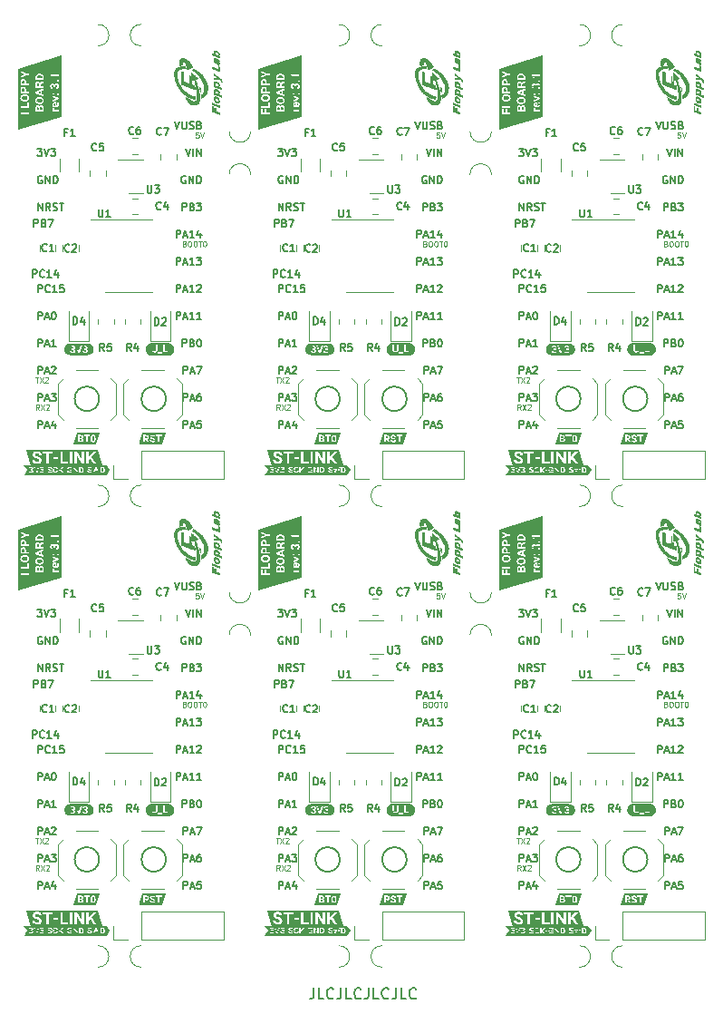
<source format=gbr>
%TF.GenerationSoftware,KiCad,Pcbnew,(6.0.8)*%
%TF.CreationDate,2023-05-03T14:57:18+02:00*%
%TF.ProjectId,Floppy Board v3.1,466c6f70-7079-4204-926f-617264207633,3.0*%
%TF.SameCoordinates,Original*%
%TF.FileFunction,Legend,Top*%
%TF.FilePolarity,Positive*%
%FSLAX46Y46*%
G04 Gerber Fmt 4.6, Leading zero omitted, Abs format (unit mm)*
G04 Created by KiCad (PCBNEW (6.0.8)) date 2023-05-03 14:57:18*
%MOMM*%
%LPD*%
G01*
G04 APERTURE LIST*
%ADD10C,0.150000*%
%ADD11C,0.125000*%
%ADD12C,0.100000*%
%ADD13C,0.120000*%
G04 APERTURE END LIST*
D10*
X135192952Y-140760380D02*
X135192952Y-141474666D01*
X135145333Y-141617523D01*
X135050095Y-141712761D01*
X134907238Y-141760380D01*
X134812000Y-141760380D01*
X136145333Y-141760380D02*
X135669142Y-141760380D01*
X135669142Y-140760380D01*
X137050095Y-141665142D02*
X137002476Y-141712761D01*
X136859619Y-141760380D01*
X136764380Y-141760380D01*
X136621523Y-141712761D01*
X136526285Y-141617523D01*
X136478666Y-141522285D01*
X136431047Y-141331809D01*
X136431047Y-141188952D01*
X136478666Y-140998476D01*
X136526285Y-140903238D01*
X136621523Y-140808000D01*
X136764380Y-140760380D01*
X136859619Y-140760380D01*
X137002476Y-140808000D01*
X137050095Y-140855619D01*
X137764380Y-140760380D02*
X137764380Y-141474666D01*
X137716761Y-141617523D01*
X137621523Y-141712761D01*
X137478666Y-141760380D01*
X137383428Y-141760380D01*
X138716761Y-141760380D02*
X138240571Y-141760380D01*
X138240571Y-140760380D01*
X139621523Y-141665142D02*
X139573904Y-141712761D01*
X139431047Y-141760380D01*
X139335809Y-141760380D01*
X139192952Y-141712761D01*
X139097714Y-141617523D01*
X139050095Y-141522285D01*
X139002476Y-141331809D01*
X139002476Y-141188952D01*
X139050095Y-140998476D01*
X139097714Y-140903238D01*
X139192952Y-140808000D01*
X139335809Y-140760380D01*
X139431047Y-140760380D01*
X139573904Y-140808000D01*
X139621523Y-140855619D01*
X140335809Y-140760380D02*
X140335809Y-141474666D01*
X140288190Y-141617523D01*
X140192952Y-141712761D01*
X140050095Y-141760380D01*
X139954857Y-141760380D01*
X141288190Y-141760380D02*
X140812000Y-141760380D01*
X140812000Y-140760380D01*
X142192952Y-141665142D02*
X142145333Y-141712761D01*
X142002476Y-141760380D01*
X141907238Y-141760380D01*
X141764380Y-141712761D01*
X141669142Y-141617523D01*
X141621523Y-141522285D01*
X141573904Y-141331809D01*
X141573904Y-141188952D01*
X141621523Y-140998476D01*
X141669142Y-140903238D01*
X141764380Y-140808000D01*
X141907238Y-140760380D01*
X142002476Y-140760380D01*
X142145333Y-140808000D01*
X142192952Y-140855619D01*
X142907238Y-140760380D02*
X142907238Y-141474666D01*
X142859619Y-141617523D01*
X142764380Y-141712761D01*
X142621523Y-141760380D01*
X142526285Y-141760380D01*
X143859619Y-141760380D02*
X143383428Y-141760380D01*
X143383428Y-140760380D01*
X144764380Y-141665142D02*
X144716761Y-141712761D01*
X144573904Y-141760380D01*
X144478666Y-141760380D01*
X144335809Y-141712761D01*
X144240571Y-141617523D01*
X144192952Y-141522285D01*
X144145333Y-141331809D01*
X144145333Y-141188952D01*
X144192952Y-140998476D01*
X144240571Y-140903238D01*
X144335809Y-140808000D01*
X144478666Y-140760380D01*
X144573904Y-140760380D01*
X144716761Y-140808000D01*
X144764380Y-140855619D01*
D11*
X169449992Y-103888590D02*
X169211897Y-103888590D01*
X169188088Y-104126685D01*
X169211897Y-104102876D01*
X169259516Y-104079066D01*
X169378564Y-104079066D01*
X169426183Y-104102876D01*
X169449992Y-104126685D01*
X169473802Y-104174304D01*
X169473802Y-104293352D01*
X169449992Y-104340971D01*
X169426183Y-104364780D01*
X169378564Y-104388590D01*
X169259516Y-104388590D01*
X169211897Y-104364780D01*
X169188088Y-104340971D01*
X169616659Y-103888590D02*
X169783326Y-104388590D01*
X169949992Y-103888590D01*
D10*
X166395400Y-128749600D02*
G75*
G03*
X166395400Y-128749600I-1143000J0D01*
G01*
X160147000Y-128749600D02*
G75*
G03*
X160147000Y-128749600I-1143000J0D01*
G01*
X168228500Y-107978000D02*
X168161833Y-107944666D01*
X168061833Y-107944666D01*
X167961833Y-107978000D01*
X167895166Y-108044666D01*
X167861833Y-108111333D01*
X167828500Y-108244666D01*
X167828500Y-108344666D01*
X167861833Y-108478000D01*
X167895166Y-108544666D01*
X167961833Y-108611333D01*
X168061833Y-108644666D01*
X168128500Y-108644666D01*
X168228500Y-108611333D01*
X168261833Y-108578000D01*
X168261833Y-108344666D01*
X168128500Y-108344666D01*
X168561833Y-108644666D02*
X168561833Y-107944666D01*
X168961833Y-108644666D01*
X168961833Y-107944666D01*
X169295166Y-108644666D02*
X169295166Y-107944666D01*
X169461833Y-107944666D01*
X169561833Y-107978000D01*
X169628500Y-108044666D01*
X169661833Y-108111333D01*
X169695166Y-108244666D01*
X169695166Y-108344666D01*
X169661833Y-108478000D01*
X169628500Y-108544666D01*
X169561833Y-108611333D01*
X169461833Y-108644666D01*
X169295166Y-108644666D01*
X167361833Y-116264666D02*
X167361833Y-115564666D01*
X167628500Y-115564666D01*
X167695166Y-115598000D01*
X167728500Y-115631333D01*
X167761833Y-115698000D01*
X167761833Y-115798000D01*
X167728500Y-115864666D01*
X167695166Y-115898000D01*
X167628500Y-115931333D01*
X167361833Y-115931333D01*
X168028500Y-116064666D02*
X168361833Y-116064666D01*
X167961833Y-116264666D02*
X168195166Y-115564666D01*
X168428500Y-116264666D01*
X169028500Y-116264666D02*
X168628500Y-116264666D01*
X168828500Y-116264666D02*
X168828500Y-115564666D01*
X168761833Y-115664666D01*
X168695166Y-115731333D01*
X168628500Y-115764666D01*
X169261833Y-115564666D02*
X169695166Y-115564666D01*
X169461833Y-115831333D01*
X169561833Y-115831333D01*
X169628500Y-115864666D01*
X169661833Y-115898000D01*
X169695166Y-115964666D01*
X169695166Y-116131333D01*
X169661833Y-116198000D01*
X169628500Y-116231333D01*
X169561833Y-116264666D01*
X169361833Y-116264666D01*
X169295166Y-116231333D01*
X169261833Y-116198000D01*
D11*
X154537011Y-129763190D02*
X154370345Y-129525095D01*
X154251297Y-129763190D02*
X154251297Y-129263190D01*
X154441773Y-129263190D01*
X154489392Y-129287000D01*
X154513202Y-129310809D01*
X154537011Y-129358428D01*
X154537011Y-129429857D01*
X154513202Y-129477476D01*
X154489392Y-129501285D01*
X154441773Y-129525095D01*
X154251297Y-129525095D01*
X154703678Y-129263190D02*
X155037011Y-129763190D01*
X155037011Y-129263190D02*
X154703678Y-129763190D01*
X155203678Y-129310809D02*
X155227488Y-129287000D01*
X155275107Y-129263190D01*
X155394154Y-129263190D01*
X155441773Y-129287000D01*
X155465583Y-129310809D01*
X155489392Y-129358428D01*
X155489392Y-129406047D01*
X155465583Y-129477476D01*
X155179869Y-129763190D01*
X155489392Y-129763190D01*
D10*
X154442166Y-131504666D02*
X154442166Y-130804666D01*
X154708833Y-130804666D01*
X154775500Y-130838000D01*
X154808833Y-130871333D01*
X154842166Y-130938000D01*
X154842166Y-131038000D01*
X154808833Y-131104666D01*
X154775500Y-131138000D01*
X154708833Y-131171333D01*
X154442166Y-131171333D01*
X155108833Y-131304666D02*
X155442166Y-131304666D01*
X155042166Y-131504666D02*
X155275500Y-130804666D01*
X155508833Y-131504666D01*
X156042166Y-131038000D02*
X156042166Y-131504666D01*
X155875500Y-130771333D02*
X155708833Y-131271333D01*
X156142166Y-131271333D01*
D11*
X154179869Y-126723190D02*
X154465583Y-126723190D01*
X154322726Y-127223190D02*
X154322726Y-126723190D01*
X154584630Y-126723190D02*
X154917964Y-127223190D01*
X154917964Y-126723190D02*
X154584630Y-127223190D01*
X155084630Y-126770809D02*
X155108440Y-126747000D01*
X155156059Y-126723190D01*
X155275107Y-126723190D01*
X155322726Y-126747000D01*
X155346535Y-126770809D01*
X155370345Y-126818428D01*
X155370345Y-126866047D01*
X155346535Y-126937476D01*
X155060821Y-127223190D01*
X155370345Y-127223190D01*
D10*
X154442166Y-118804666D02*
X154442166Y-118104666D01*
X154708833Y-118104666D01*
X154775500Y-118138000D01*
X154808833Y-118171333D01*
X154842166Y-118238000D01*
X154842166Y-118338000D01*
X154808833Y-118404666D01*
X154775500Y-118438000D01*
X154708833Y-118471333D01*
X154442166Y-118471333D01*
X155542166Y-118738000D02*
X155508833Y-118771333D01*
X155408833Y-118804666D01*
X155342166Y-118804666D01*
X155242166Y-118771333D01*
X155175500Y-118704666D01*
X155142166Y-118638000D01*
X155108833Y-118504666D01*
X155108833Y-118404666D01*
X155142166Y-118271333D01*
X155175500Y-118204666D01*
X155242166Y-118138000D01*
X155342166Y-118104666D01*
X155408833Y-118104666D01*
X155508833Y-118138000D01*
X155542166Y-118171333D01*
X156208833Y-118804666D02*
X155808833Y-118804666D01*
X156008833Y-118804666D02*
X156008833Y-118104666D01*
X155942166Y-118204666D01*
X155875500Y-118271333D01*
X155808833Y-118304666D01*
X156842166Y-118104666D02*
X156508833Y-118104666D01*
X156475500Y-118438000D01*
X156508833Y-118404666D01*
X156575500Y-118371333D01*
X156742166Y-118371333D01*
X156808833Y-118404666D01*
X156842166Y-118438000D01*
X156875500Y-118504666D01*
X156875500Y-118671333D01*
X156842166Y-118738000D01*
X156808833Y-118771333D01*
X156742166Y-118804666D01*
X156575500Y-118804666D01*
X156508833Y-118771333D01*
X156475500Y-118738000D01*
X153934166Y-117407666D02*
X153934166Y-116707666D01*
X154200833Y-116707666D01*
X154267500Y-116741000D01*
X154300833Y-116774333D01*
X154334166Y-116841000D01*
X154334166Y-116941000D01*
X154300833Y-117007666D01*
X154267500Y-117041000D01*
X154200833Y-117074333D01*
X153934166Y-117074333D01*
X155034166Y-117341000D02*
X155000833Y-117374333D01*
X154900833Y-117407666D01*
X154834166Y-117407666D01*
X154734166Y-117374333D01*
X154667500Y-117307666D01*
X154634166Y-117241000D01*
X154600833Y-117107666D01*
X154600833Y-117007666D01*
X154634166Y-116874333D01*
X154667500Y-116807666D01*
X154734166Y-116741000D01*
X154834166Y-116707666D01*
X154900833Y-116707666D01*
X155000833Y-116741000D01*
X155034166Y-116774333D01*
X155700833Y-117407666D02*
X155300833Y-117407666D01*
X155500833Y-117407666D02*
X155500833Y-116707666D01*
X155434166Y-116807666D01*
X155367500Y-116874333D01*
X155300833Y-116907666D01*
X156300833Y-116941000D02*
X156300833Y-117407666D01*
X156134166Y-116674333D02*
X155967500Y-117174333D01*
X156400833Y-117174333D01*
X167928500Y-123884666D02*
X167928500Y-123184666D01*
X168195166Y-123184666D01*
X168261833Y-123218000D01*
X168295166Y-123251333D01*
X168328500Y-123318000D01*
X168328500Y-123418000D01*
X168295166Y-123484666D01*
X168261833Y-123518000D01*
X168195166Y-123551333D01*
X167928500Y-123551333D01*
X168861833Y-123518000D02*
X168961833Y-123551333D01*
X168995166Y-123584666D01*
X169028500Y-123651333D01*
X169028500Y-123751333D01*
X168995166Y-123818000D01*
X168961833Y-123851333D01*
X168895166Y-123884666D01*
X168628500Y-123884666D01*
X168628500Y-123184666D01*
X168861833Y-123184666D01*
X168928500Y-123218000D01*
X168961833Y-123251333D01*
X168995166Y-123318000D01*
X168995166Y-123384666D01*
X168961833Y-123451333D01*
X168928500Y-123484666D01*
X168861833Y-123518000D01*
X168628500Y-123518000D01*
X169461833Y-123184666D02*
X169528500Y-123184666D01*
X169595166Y-123218000D01*
X169628500Y-123251333D01*
X169661833Y-123318000D01*
X169695166Y-123451333D01*
X169695166Y-123618000D01*
X169661833Y-123751333D01*
X169628500Y-123818000D01*
X169595166Y-123851333D01*
X169528500Y-123884666D01*
X169461833Y-123884666D01*
X169395166Y-123851333D01*
X169361833Y-123818000D01*
X169328500Y-123751333D01*
X169295166Y-123618000D01*
X169295166Y-123451333D01*
X169328500Y-123318000D01*
X169361833Y-123251333D01*
X169395166Y-123218000D01*
X169461833Y-123184666D01*
X154061166Y-112708666D02*
X154061166Y-112008666D01*
X154327833Y-112008666D01*
X154394500Y-112042000D01*
X154427833Y-112075333D01*
X154461166Y-112142000D01*
X154461166Y-112242000D01*
X154427833Y-112308666D01*
X154394500Y-112342000D01*
X154327833Y-112375333D01*
X154061166Y-112375333D01*
X154994500Y-112342000D02*
X155094500Y-112375333D01*
X155127833Y-112408666D01*
X155161166Y-112475333D01*
X155161166Y-112575333D01*
X155127833Y-112642000D01*
X155094500Y-112675333D01*
X155027833Y-112708666D01*
X154761166Y-112708666D01*
X154761166Y-112008666D01*
X154994500Y-112008666D01*
X155061166Y-112042000D01*
X155094500Y-112075333D01*
X155127833Y-112142000D01*
X155127833Y-112208666D01*
X155094500Y-112275333D01*
X155061166Y-112308666D01*
X154994500Y-112342000D01*
X154761166Y-112342000D01*
X155394500Y-112008666D02*
X155861166Y-112008666D01*
X155561166Y-112708666D01*
X154808833Y-107978000D02*
X154742166Y-107944666D01*
X154642166Y-107944666D01*
X154542166Y-107978000D01*
X154475500Y-108044666D01*
X154442166Y-108111333D01*
X154408833Y-108244666D01*
X154408833Y-108344666D01*
X154442166Y-108478000D01*
X154475500Y-108544666D01*
X154542166Y-108611333D01*
X154642166Y-108644666D01*
X154708833Y-108644666D01*
X154808833Y-108611333D01*
X154842166Y-108578000D01*
X154842166Y-108344666D01*
X154708833Y-108344666D01*
X155142166Y-108644666D02*
X155142166Y-107944666D01*
X155542166Y-108644666D01*
X155542166Y-107944666D01*
X155875500Y-108644666D02*
X155875500Y-107944666D01*
X156042166Y-107944666D01*
X156142166Y-107978000D01*
X156208833Y-108044666D01*
X156242166Y-108111333D01*
X156275500Y-108244666D01*
X156275500Y-108344666D01*
X156242166Y-108478000D01*
X156208833Y-108544666D01*
X156142166Y-108611333D01*
X156042166Y-108644666D01*
X155875500Y-108644666D01*
X168028500Y-131504666D02*
X168028500Y-130804666D01*
X168295166Y-130804666D01*
X168361833Y-130838000D01*
X168395166Y-130871333D01*
X168428500Y-130938000D01*
X168428500Y-131038000D01*
X168395166Y-131104666D01*
X168361833Y-131138000D01*
X168295166Y-131171333D01*
X168028500Y-131171333D01*
X168695166Y-131304666D02*
X169028500Y-131304666D01*
X168628500Y-131504666D02*
X168861833Y-130804666D01*
X169095166Y-131504666D01*
X169661833Y-130804666D02*
X169328500Y-130804666D01*
X169295166Y-131138000D01*
X169328500Y-131104666D01*
X169395166Y-131071333D01*
X169561833Y-131071333D01*
X169628500Y-131104666D01*
X169661833Y-131138000D01*
X169695166Y-131204666D01*
X169695166Y-131371333D01*
X169661833Y-131438000D01*
X169628500Y-131471333D01*
X169561833Y-131504666D01*
X169395166Y-131504666D01*
X169328500Y-131471333D01*
X169295166Y-131438000D01*
X154442166Y-128964666D02*
X154442166Y-128264666D01*
X154708833Y-128264666D01*
X154775500Y-128298000D01*
X154808833Y-128331333D01*
X154842166Y-128398000D01*
X154842166Y-128498000D01*
X154808833Y-128564666D01*
X154775500Y-128598000D01*
X154708833Y-128631333D01*
X154442166Y-128631333D01*
X155108833Y-128764666D02*
X155442166Y-128764666D01*
X155042166Y-128964666D02*
X155275500Y-128264666D01*
X155508833Y-128964666D01*
X155675500Y-128264666D02*
X156108833Y-128264666D01*
X155875500Y-128531333D01*
X155975500Y-128531333D01*
X156042166Y-128564666D01*
X156075500Y-128598000D01*
X156108833Y-128664666D01*
X156108833Y-128831333D01*
X156075500Y-128898000D01*
X156042166Y-128931333D01*
X155975500Y-128964666D01*
X155775500Y-128964666D01*
X155708833Y-128931333D01*
X155675500Y-128898000D01*
X154442166Y-126424666D02*
X154442166Y-125724666D01*
X154708833Y-125724666D01*
X154775500Y-125758000D01*
X154808833Y-125791333D01*
X154842166Y-125858000D01*
X154842166Y-125958000D01*
X154808833Y-126024666D01*
X154775500Y-126058000D01*
X154708833Y-126091333D01*
X154442166Y-126091333D01*
X155108833Y-126224666D02*
X155442166Y-126224666D01*
X155042166Y-126424666D02*
X155275500Y-125724666D01*
X155508833Y-126424666D01*
X155708833Y-125791333D02*
X155742166Y-125758000D01*
X155808833Y-125724666D01*
X155975500Y-125724666D01*
X156042166Y-125758000D01*
X156075500Y-125791333D01*
X156108833Y-125858000D01*
X156108833Y-125924666D01*
X156075500Y-126024666D01*
X155675500Y-126424666D01*
X156108833Y-126424666D01*
X154442166Y-111184666D02*
X154442166Y-110484666D01*
X154842166Y-111184666D01*
X154842166Y-110484666D01*
X155575500Y-111184666D02*
X155342166Y-110851333D01*
X155175500Y-111184666D02*
X155175500Y-110484666D01*
X155442166Y-110484666D01*
X155508833Y-110518000D01*
X155542166Y-110551333D01*
X155575500Y-110618000D01*
X155575500Y-110718000D01*
X155542166Y-110784666D01*
X155508833Y-110818000D01*
X155442166Y-110851333D01*
X155175500Y-110851333D01*
X155842166Y-111151333D02*
X155942166Y-111184666D01*
X156108833Y-111184666D01*
X156175500Y-111151333D01*
X156208833Y-111118000D01*
X156242166Y-111051333D01*
X156242166Y-110984666D01*
X156208833Y-110918000D01*
X156175500Y-110884666D01*
X156108833Y-110851333D01*
X155975500Y-110818000D01*
X155908833Y-110784666D01*
X155875500Y-110751333D01*
X155842166Y-110684666D01*
X155842166Y-110618000D01*
X155875500Y-110551333D01*
X155908833Y-110518000D01*
X155975500Y-110484666D01*
X156142166Y-110484666D01*
X156242166Y-110518000D01*
X156442166Y-110484666D02*
X156842166Y-110484666D01*
X156642166Y-111184666D02*
X156642166Y-110484666D01*
X168028500Y-128964666D02*
X168028500Y-128264666D01*
X168295166Y-128264666D01*
X168361833Y-128298000D01*
X168395166Y-128331333D01*
X168428500Y-128398000D01*
X168428500Y-128498000D01*
X168395166Y-128564666D01*
X168361833Y-128598000D01*
X168295166Y-128631333D01*
X168028500Y-128631333D01*
X168695166Y-128764666D02*
X169028500Y-128764666D01*
X168628500Y-128964666D02*
X168861833Y-128264666D01*
X169095166Y-128964666D01*
X169628500Y-128264666D02*
X169495166Y-128264666D01*
X169428500Y-128298000D01*
X169395166Y-128331333D01*
X169328500Y-128431333D01*
X169295166Y-128564666D01*
X169295166Y-128831333D01*
X169328500Y-128898000D01*
X169361833Y-128931333D01*
X169428500Y-128964666D01*
X169561833Y-128964666D01*
X169628500Y-128931333D01*
X169661833Y-128898000D01*
X169695166Y-128831333D01*
X169695166Y-128664666D01*
X169661833Y-128598000D01*
X169628500Y-128564666D01*
X169561833Y-128531333D01*
X169428500Y-128531333D01*
X169361833Y-128564666D01*
X169328500Y-128598000D01*
X169295166Y-128664666D01*
X168228500Y-105404666D02*
X168461833Y-106104666D01*
X168695166Y-105404666D01*
X168928500Y-106104666D02*
X168928500Y-105404666D01*
X169261833Y-106104666D02*
X169261833Y-105404666D01*
X169661833Y-106104666D01*
X169661833Y-105404666D01*
D11*
X168133964Y-114261285D02*
X168205392Y-114285095D01*
X168229202Y-114308904D01*
X168253011Y-114356523D01*
X168253011Y-114427952D01*
X168229202Y-114475571D01*
X168205392Y-114499380D01*
X168157773Y-114523190D01*
X167967297Y-114523190D01*
X167967297Y-114023190D01*
X168133964Y-114023190D01*
X168181583Y-114047000D01*
X168205392Y-114070809D01*
X168229202Y-114118428D01*
X168229202Y-114166047D01*
X168205392Y-114213666D01*
X168181583Y-114237476D01*
X168133964Y-114261285D01*
X167967297Y-114261285D01*
X168562535Y-114023190D02*
X168657773Y-114023190D01*
X168705392Y-114047000D01*
X168753011Y-114094619D01*
X168776821Y-114189857D01*
X168776821Y-114356523D01*
X168753011Y-114451761D01*
X168705392Y-114499380D01*
X168657773Y-114523190D01*
X168562535Y-114523190D01*
X168514916Y-114499380D01*
X168467297Y-114451761D01*
X168443488Y-114356523D01*
X168443488Y-114189857D01*
X168467297Y-114094619D01*
X168514916Y-114047000D01*
X168562535Y-114023190D01*
X169086345Y-114023190D02*
X169181583Y-114023190D01*
X169229202Y-114047000D01*
X169276821Y-114094619D01*
X169300630Y-114189857D01*
X169300630Y-114356523D01*
X169276821Y-114451761D01*
X169229202Y-114499380D01*
X169181583Y-114523190D01*
X169086345Y-114523190D01*
X169038726Y-114499380D01*
X168991107Y-114451761D01*
X168967297Y-114356523D01*
X168967297Y-114189857D01*
X168991107Y-114094619D01*
X169038726Y-114047000D01*
X169086345Y-114023190D01*
X169443488Y-114023190D02*
X169729202Y-114023190D01*
X169586345Y-114523190D02*
X169586345Y-114023190D01*
X169991107Y-114023190D02*
X170038726Y-114023190D01*
X170086345Y-114047000D01*
X170110154Y-114070809D01*
X170133964Y-114118428D01*
X170157773Y-114213666D01*
X170157773Y-114332714D01*
X170133964Y-114427952D01*
X170110154Y-114475571D01*
X170086345Y-114499380D01*
X170038726Y-114523190D01*
X169991107Y-114523190D01*
X169943488Y-114499380D01*
X169919678Y-114475571D01*
X169895869Y-114427952D01*
X169872059Y-114332714D01*
X169872059Y-114213666D01*
X169895869Y-114118428D01*
X169919678Y-114070809D01*
X169943488Y-114047000D01*
X169991107Y-114023190D01*
D10*
X154375500Y-105404666D02*
X154808833Y-105404666D01*
X154575500Y-105671333D01*
X154675500Y-105671333D01*
X154742166Y-105704666D01*
X154775500Y-105738000D01*
X154808833Y-105804666D01*
X154808833Y-105971333D01*
X154775500Y-106038000D01*
X154742166Y-106071333D01*
X154675500Y-106104666D01*
X154475500Y-106104666D01*
X154408833Y-106071333D01*
X154375500Y-106038000D01*
X155008833Y-105404666D02*
X155242166Y-106104666D01*
X155475500Y-105404666D01*
X155642166Y-105404666D02*
X156075500Y-105404666D01*
X155842166Y-105671333D01*
X155942166Y-105671333D01*
X156008833Y-105704666D01*
X156042166Y-105738000D01*
X156075500Y-105804666D01*
X156075500Y-105971333D01*
X156042166Y-106038000D01*
X156008833Y-106071333D01*
X155942166Y-106104666D01*
X155742166Y-106104666D01*
X155675500Y-106071333D01*
X155642166Y-106038000D01*
X167361833Y-118804666D02*
X167361833Y-118104666D01*
X167628500Y-118104666D01*
X167695166Y-118138000D01*
X167728500Y-118171333D01*
X167761833Y-118238000D01*
X167761833Y-118338000D01*
X167728500Y-118404666D01*
X167695166Y-118438000D01*
X167628500Y-118471333D01*
X167361833Y-118471333D01*
X168028500Y-118604666D02*
X168361833Y-118604666D01*
X167961833Y-118804666D02*
X168195166Y-118104666D01*
X168428500Y-118804666D01*
X169028500Y-118804666D02*
X168628500Y-118804666D01*
X168828500Y-118804666D02*
X168828500Y-118104666D01*
X168761833Y-118204666D01*
X168695166Y-118271333D01*
X168628500Y-118304666D01*
X169295166Y-118171333D02*
X169328500Y-118138000D01*
X169395166Y-118104666D01*
X169561833Y-118104666D01*
X169628500Y-118138000D01*
X169661833Y-118171333D01*
X169695166Y-118238000D01*
X169695166Y-118304666D01*
X169661833Y-118404666D01*
X169261833Y-118804666D01*
X169695166Y-118804666D01*
X167195166Y-102864666D02*
X167428500Y-103564666D01*
X167661833Y-102864666D01*
X167895166Y-102864666D02*
X167895166Y-103431333D01*
X167928500Y-103498000D01*
X167961833Y-103531333D01*
X168028500Y-103564666D01*
X168161833Y-103564666D01*
X168228500Y-103531333D01*
X168261833Y-103498000D01*
X168295166Y-103431333D01*
X168295166Y-102864666D01*
X168595166Y-103531333D02*
X168695166Y-103564666D01*
X168861833Y-103564666D01*
X168928500Y-103531333D01*
X168961833Y-103498000D01*
X168995166Y-103431333D01*
X168995166Y-103364666D01*
X168961833Y-103298000D01*
X168928500Y-103264666D01*
X168861833Y-103231333D01*
X168728500Y-103198000D01*
X168661833Y-103164666D01*
X168628500Y-103131333D01*
X168595166Y-103064666D01*
X168595166Y-102998000D01*
X168628500Y-102931333D01*
X168661833Y-102898000D01*
X168728500Y-102864666D01*
X168895166Y-102864666D01*
X168995166Y-102898000D01*
X169528500Y-103198000D02*
X169628500Y-103231333D01*
X169661833Y-103264666D01*
X169695166Y-103331333D01*
X169695166Y-103431333D01*
X169661833Y-103498000D01*
X169628500Y-103531333D01*
X169561833Y-103564666D01*
X169295166Y-103564666D01*
X169295166Y-102864666D01*
X169528500Y-102864666D01*
X169595166Y-102898000D01*
X169628500Y-102931333D01*
X169661833Y-102998000D01*
X169661833Y-103064666D01*
X169628500Y-103131333D01*
X169595166Y-103164666D01*
X169528500Y-103198000D01*
X169295166Y-103198000D01*
X168028500Y-126424666D02*
X168028500Y-125724666D01*
X168295166Y-125724666D01*
X168361833Y-125758000D01*
X168395166Y-125791333D01*
X168428500Y-125858000D01*
X168428500Y-125958000D01*
X168395166Y-126024666D01*
X168361833Y-126058000D01*
X168295166Y-126091333D01*
X168028500Y-126091333D01*
X168695166Y-126224666D02*
X169028500Y-126224666D01*
X168628500Y-126424666D02*
X168861833Y-125724666D01*
X169095166Y-126424666D01*
X169261833Y-125724666D02*
X169728500Y-125724666D01*
X169428500Y-126424666D01*
X154442166Y-123884666D02*
X154442166Y-123184666D01*
X154708833Y-123184666D01*
X154775500Y-123218000D01*
X154808833Y-123251333D01*
X154842166Y-123318000D01*
X154842166Y-123418000D01*
X154808833Y-123484666D01*
X154775500Y-123518000D01*
X154708833Y-123551333D01*
X154442166Y-123551333D01*
X155108833Y-123684666D02*
X155442166Y-123684666D01*
X155042166Y-123884666D02*
X155275500Y-123184666D01*
X155508833Y-123884666D01*
X156108833Y-123884666D02*
X155708833Y-123884666D01*
X155908833Y-123884666D02*
X155908833Y-123184666D01*
X155842166Y-123284666D01*
X155775500Y-123351333D01*
X155708833Y-123384666D01*
X167361833Y-113724666D02*
X167361833Y-113024666D01*
X167628500Y-113024666D01*
X167695166Y-113058000D01*
X167728500Y-113091333D01*
X167761833Y-113158000D01*
X167761833Y-113258000D01*
X167728500Y-113324666D01*
X167695166Y-113358000D01*
X167628500Y-113391333D01*
X167361833Y-113391333D01*
X168028500Y-113524666D02*
X168361833Y-113524666D01*
X167961833Y-113724666D02*
X168195166Y-113024666D01*
X168428500Y-113724666D01*
X169028500Y-113724666D02*
X168628500Y-113724666D01*
X168828500Y-113724666D02*
X168828500Y-113024666D01*
X168761833Y-113124666D01*
X168695166Y-113191333D01*
X168628500Y-113224666D01*
X169628500Y-113258000D02*
X169628500Y-113724666D01*
X169461833Y-112991333D02*
X169295166Y-113491333D01*
X169728500Y-113491333D01*
X167361833Y-121344666D02*
X167361833Y-120644666D01*
X167628500Y-120644666D01*
X167695166Y-120678000D01*
X167728500Y-120711333D01*
X167761833Y-120778000D01*
X167761833Y-120878000D01*
X167728500Y-120944666D01*
X167695166Y-120978000D01*
X167628500Y-121011333D01*
X167361833Y-121011333D01*
X168028500Y-121144666D02*
X168361833Y-121144666D01*
X167961833Y-121344666D02*
X168195166Y-120644666D01*
X168428500Y-121344666D01*
X169028500Y-121344666D02*
X168628500Y-121344666D01*
X168828500Y-121344666D02*
X168828500Y-120644666D01*
X168761833Y-120744666D01*
X168695166Y-120811333D01*
X168628500Y-120844666D01*
X169695166Y-121344666D02*
X169295166Y-121344666D01*
X169495166Y-121344666D02*
X169495166Y-120644666D01*
X169428500Y-120744666D01*
X169361833Y-120811333D01*
X169295166Y-120844666D01*
X167928500Y-111184666D02*
X167928500Y-110484666D01*
X168195166Y-110484666D01*
X168261833Y-110518000D01*
X168295166Y-110551333D01*
X168328500Y-110618000D01*
X168328500Y-110718000D01*
X168295166Y-110784666D01*
X168261833Y-110818000D01*
X168195166Y-110851333D01*
X167928500Y-110851333D01*
X168861833Y-110818000D02*
X168961833Y-110851333D01*
X168995166Y-110884666D01*
X169028500Y-110951333D01*
X169028500Y-111051333D01*
X168995166Y-111118000D01*
X168961833Y-111151333D01*
X168895166Y-111184666D01*
X168628500Y-111184666D01*
X168628500Y-110484666D01*
X168861833Y-110484666D01*
X168928500Y-110518000D01*
X168961833Y-110551333D01*
X168995166Y-110618000D01*
X168995166Y-110684666D01*
X168961833Y-110751333D01*
X168928500Y-110784666D01*
X168861833Y-110818000D01*
X168628500Y-110818000D01*
X169261833Y-110484666D02*
X169695166Y-110484666D01*
X169461833Y-110751333D01*
X169561833Y-110751333D01*
X169628500Y-110784666D01*
X169661833Y-110818000D01*
X169695166Y-110884666D01*
X169695166Y-111051333D01*
X169661833Y-111118000D01*
X169628500Y-111151333D01*
X169561833Y-111184666D01*
X169361833Y-111184666D01*
X169295166Y-111151333D01*
X169261833Y-111118000D01*
X154442166Y-121344666D02*
X154442166Y-120644666D01*
X154708833Y-120644666D01*
X154775500Y-120678000D01*
X154808833Y-120711333D01*
X154842166Y-120778000D01*
X154842166Y-120878000D01*
X154808833Y-120944666D01*
X154775500Y-120978000D01*
X154708833Y-121011333D01*
X154442166Y-121011333D01*
X155108833Y-121144666D02*
X155442166Y-121144666D01*
X155042166Y-121344666D02*
X155275500Y-120644666D01*
X155508833Y-121344666D01*
X155875500Y-120644666D02*
X155942166Y-120644666D01*
X156008833Y-120678000D01*
X156042166Y-120711333D01*
X156075500Y-120778000D01*
X156108833Y-120911333D01*
X156108833Y-121078000D01*
X156075500Y-121211333D01*
X156042166Y-121278000D01*
X156008833Y-121311333D01*
X155942166Y-121344666D01*
X155875500Y-121344666D01*
X155808833Y-121311333D01*
X155775500Y-121278000D01*
X155742166Y-121211333D01*
X155708833Y-121078000D01*
X155708833Y-120911333D01*
X155742166Y-120778000D01*
X155775500Y-120711333D01*
X155808833Y-120678000D01*
X155875500Y-120644666D01*
D11*
X169449992Y-60888590D02*
X169211897Y-60888590D01*
X169188088Y-61126685D01*
X169211897Y-61102876D01*
X169259516Y-61079066D01*
X169378564Y-61079066D01*
X169426183Y-61102876D01*
X169449992Y-61126685D01*
X169473802Y-61174304D01*
X169473802Y-61293352D01*
X169449992Y-61340971D01*
X169426183Y-61364780D01*
X169378564Y-61388590D01*
X169259516Y-61388590D01*
X169211897Y-61364780D01*
X169188088Y-61340971D01*
X169616659Y-60888590D02*
X169783326Y-61388590D01*
X169949992Y-60888590D01*
D10*
X166395400Y-85749600D02*
G75*
G03*
X166395400Y-85749600I-1143000J0D01*
G01*
X160147000Y-85749600D02*
G75*
G03*
X160147000Y-85749600I-1143000J0D01*
G01*
X168228500Y-64978000D02*
X168161833Y-64944666D01*
X168061833Y-64944666D01*
X167961833Y-64978000D01*
X167895166Y-65044666D01*
X167861833Y-65111333D01*
X167828500Y-65244666D01*
X167828500Y-65344666D01*
X167861833Y-65478000D01*
X167895166Y-65544666D01*
X167961833Y-65611333D01*
X168061833Y-65644666D01*
X168128500Y-65644666D01*
X168228500Y-65611333D01*
X168261833Y-65578000D01*
X168261833Y-65344666D01*
X168128500Y-65344666D01*
X168561833Y-65644666D02*
X168561833Y-64944666D01*
X168961833Y-65644666D01*
X168961833Y-64944666D01*
X169295166Y-65644666D02*
X169295166Y-64944666D01*
X169461833Y-64944666D01*
X169561833Y-64978000D01*
X169628500Y-65044666D01*
X169661833Y-65111333D01*
X169695166Y-65244666D01*
X169695166Y-65344666D01*
X169661833Y-65478000D01*
X169628500Y-65544666D01*
X169561833Y-65611333D01*
X169461833Y-65644666D01*
X169295166Y-65644666D01*
X167361833Y-73264666D02*
X167361833Y-72564666D01*
X167628500Y-72564666D01*
X167695166Y-72598000D01*
X167728500Y-72631333D01*
X167761833Y-72698000D01*
X167761833Y-72798000D01*
X167728500Y-72864666D01*
X167695166Y-72898000D01*
X167628500Y-72931333D01*
X167361833Y-72931333D01*
X168028500Y-73064666D02*
X168361833Y-73064666D01*
X167961833Y-73264666D02*
X168195166Y-72564666D01*
X168428500Y-73264666D01*
X169028500Y-73264666D02*
X168628500Y-73264666D01*
X168828500Y-73264666D02*
X168828500Y-72564666D01*
X168761833Y-72664666D01*
X168695166Y-72731333D01*
X168628500Y-72764666D01*
X169261833Y-72564666D02*
X169695166Y-72564666D01*
X169461833Y-72831333D01*
X169561833Y-72831333D01*
X169628500Y-72864666D01*
X169661833Y-72898000D01*
X169695166Y-72964666D01*
X169695166Y-73131333D01*
X169661833Y-73198000D01*
X169628500Y-73231333D01*
X169561833Y-73264666D01*
X169361833Y-73264666D01*
X169295166Y-73231333D01*
X169261833Y-73198000D01*
D11*
X154537011Y-86763190D02*
X154370345Y-86525095D01*
X154251297Y-86763190D02*
X154251297Y-86263190D01*
X154441773Y-86263190D01*
X154489392Y-86287000D01*
X154513202Y-86310809D01*
X154537011Y-86358428D01*
X154537011Y-86429857D01*
X154513202Y-86477476D01*
X154489392Y-86501285D01*
X154441773Y-86525095D01*
X154251297Y-86525095D01*
X154703678Y-86263190D02*
X155037011Y-86763190D01*
X155037011Y-86263190D02*
X154703678Y-86763190D01*
X155203678Y-86310809D02*
X155227488Y-86287000D01*
X155275107Y-86263190D01*
X155394154Y-86263190D01*
X155441773Y-86287000D01*
X155465583Y-86310809D01*
X155489392Y-86358428D01*
X155489392Y-86406047D01*
X155465583Y-86477476D01*
X155179869Y-86763190D01*
X155489392Y-86763190D01*
D10*
X154442166Y-88504666D02*
X154442166Y-87804666D01*
X154708833Y-87804666D01*
X154775500Y-87838000D01*
X154808833Y-87871333D01*
X154842166Y-87938000D01*
X154842166Y-88038000D01*
X154808833Y-88104666D01*
X154775500Y-88138000D01*
X154708833Y-88171333D01*
X154442166Y-88171333D01*
X155108833Y-88304666D02*
X155442166Y-88304666D01*
X155042166Y-88504666D02*
X155275500Y-87804666D01*
X155508833Y-88504666D01*
X156042166Y-88038000D02*
X156042166Y-88504666D01*
X155875500Y-87771333D02*
X155708833Y-88271333D01*
X156142166Y-88271333D01*
D11*
X154179869Y-83723190D02*
X154465583Y-83723190D01*
X154322726Y-84223190D02*
X154322726Y-83723190D01*
X154584630Y-83723190D02*
X154917964Y-84223190D01*
X154917964Y-83723190D02*
X154584630Y-84223190D01*
X155084630Y-83770809D02*
X155108440Y-83747000D01*
X155156059Y-83723190D01*
X155275107Y-83723190D01*
X155322726Y-83747000D01*
X155346535Y-83770809D01*
X155370345Y-83818428D01*
X155370345Y-83866047D01*
X155346535Y-83937476D01*
X155060821Y-84223190D01*
X155370345Y-84223190D01*
D10*
X154442166Y-75804666D02*
X154442166Y-75104666D01*
X154708833Y-75104666D01*
X154775500Y-75138000D01*
X154808833Y-75171333D01*
X154842166Y-75238000D01*
X154842166Y-75338000D01*
X154808833Y-75404666D01*
X154775500Y-75438000D01*
X154708833Y-75471333D01*
X154442166Y-75471333D01*
X155542166Y-75738000D02*
X155508833Y-75771333D01*
X155408833Y-75804666D01*
X155342166Y-75804666D01*
X155242166Y-75771333D01*
X155175500Y-75704666D01*
X155142166Y-75638000D01*
X155108833Y-75504666D01*
X155108833Y-75404666D01*
X155142166Y-75271333D01*
X155175500Y-75204666D01*
X155242166Y-75138000D01*
X155342166Y-75104666D01*
X155408833Y-75104666D01*
X155508833Y-75138000D01*
X155542166Y-75171333D01*
X156208833Y-75804666D02*
X155808833Y-75804666D01*
X156008833Y-75804666D02*
X156008833Y-75104666D01*
X155942166Y-75204666D01*
X155875500Y-75271333D01*
X155808833Y-75304666D01*
X156842166Y-75104666D02*
X156508833Y-75104666D01*
X156475500Y-75438000D01*
X156508833Y-75404666D01*
X156575500Y-75371333D01*
X156742166Y-75371333D01*
X156808833Y-75404666D01*
X156842166Y-75438000D01*
X156875500Y-75504666D01*
X156875500Y-75671333D01*
X156842166Y-75738000D01*
X156808833Y-75771333D01*
X156742166Y-75804666D01*
X156575500Y-75804666D01*
X156508833Y-75771333D01*
X156475500Y-75738000D01*
X153934166Y-74407666D02*
X153934166Y-73707666D01*
X154200833Y-73707666D01*
X154267500Y-73741000D01*
X154300833Y-73774333D01*
X154334166Y-73841000D01*
X154334166Y-73941000D01*
X154300833Y-74007666D01*
X154267500Y-74041000D01*
X154200833Y-74074333D01*
X153934166Y-74074333D01*
X155034166Y-74341000D02*
X155000833Y-74374333D01*
X154900833Y-74407666D01*
X154834166Y-74407666D01*
X154734166Y-74374333D01*
X154667500Y-74307666D01*
X154634166Y-74241000D01*
X154600833Y-74107666D01*
X154600833Y-74007666D01*
X154634166Y-73874333D01*
X154667500Y-73807666D01*
X154734166Y-73741000D01*
X154834166Y-73707666D01*
X154900833Y-73707666D01*
X155000833Y-73741000D01*
X155034166Y-73774333D01*
X155700833Y-74407666D02*
X155300833Y-74407666D01*
X155500833Y-74407666D02*
X155500833Y-73707666D01*
X155434166Y-73807666D01*
X155367500Y-73874333D01*
X155300833Y-73907666D01*
X156300833Y-73941000D02*
X156300833Y-74407666D01*
X156134166Y-73674333D02*
X155967500Y-74174333D01*
X156400833Y-74174333D01*
X167928500Y-80884666D02*
X167928500Y-80184666D01*
X168195166Y-80184666D01*
X168261833Y-80218000D01*
X168295166Y-80251333D01*
X168328500Y-80318000D01*
X168328500Y-80418000D01*
X168295166Y-80484666D01*
X168261833Y-80518000D01*
X168195166Y-80551333D01*
X167928500Y-80551333D01*
X168861833Y-80518000D02*
X168961833Y-80551333D01*
X168995166Y-80584666D01*
X169028500Y-80651333D01*
X169028500Y-80751333D01*
X168995166Y-80818000D01*
X168961833Y-80851333D01*
X168895166Y-80884666D01*
X168628500Y-80884666D01*
X168628500Y-80184666D01*
X168861833Y-80184666D01*
X168928500Y-80218000D01*
X168961833Y-80251333D01*
X168995166Y-80318000D01*
X168995166Y-80384666D01*
X168961833Y-80451333D01*
X168928500Y-80484666D01*
X168861833Y-80518000D01*
X168628500Y-80518000D01*
X169461833Y-80184666D02*
X169528500Y-80184666D01*
X169595166Y-80218000D01*
X169628500Y-80251333D01*
X169661833Y-80318000D01*
X169695166Y-80451333D01*
X169695166Y-80618000D01*
X169661833Y-80751333D01*
X169628500Y-80818000D01*
X169595166Y-80851333D01*
X169528500Y-80884666D01*
X169461833Y-80884666D01*
X169395166Y-80851333D01*
X169361833Y-80818000D01*
X169328500Y-80751333D01*
X169295166Y-80618000D01*
X169295166Y-80451333D01*
X169328500Y-80318000D01*
X169361833Y-80251333D01*
X169395166Y-80218000D01*
X169461833Y-80184666D01*
X154061166Y-69708666D02*
X154061166Y-69008666D01*
X154327833Y-69008666D01*
X154394500Y-69042000D01*
X154427833Y-69075333D01*
X154461166Y-69142000D01*
X154461166Y-69242000D01*
X154427833Y-69308666D01*
X154394500Y-69342000D01*
X154327833Y-69375333D01*
X154061166Y-69375333D01*
X154994500Y-69342000D02*
X155094500Y-69375333D01*
X155127833Y-69408666D01*
X155161166Y-69475333D01*
X155161166Y-69575333D01*
X155127833Y-69642000D01*
X155094500Y-69675333D01*
X155027833Y-69708666D01*
X154761166Y-69708666D01*
X154761166Y-69008666D01*
X154994500Y-69008666D01*
X155061166Y-69042000D01*
X155094500Y-69075333D01*
X155127833Y-69142000D01*
X155127833Y-69208666D01*
X155094500Y-69275333D01*
X155061166Y-69308666D01*
X154994500Y-69342000D01*
X154761166Y-69342000D01*
X155394500Y-69008666D02*
X155861166Y-69008666D01*
X155561166Y-69708666D01*
X154808833Y-64978000D02*
X154742166Y-64944666D01*
X154642166Y-64944666D01*
X154542166Y-64978000D01*
X154475500Y-65044666D01*
X154442166Y-65111333D01*
X154408833Y-65244666D01*
X154408833Y-65344666D01*
X154442166Y-65478000D01*
X154475500Y-65544666D01*
X154542166Y-65611333D01*
X154642166Y-65644666D01*
X154708833Y-65644666D01*
X154808833Y-65611333D01*
X154842166Y-65578000D01*
X154842166Y-65344666D01*
X154708833Y-65344666D01*
X155142166Y-65644666D02*
X155142166Y-64944666D01*
X155542166Y-65644666D01*
X155542166Y-64944666D01*
X155875500Y-65644666D02*
X155875500Y-64944666D01*
X156042166Y-64944666D01*
X156142166Y-64978000D01*
X156208833Y-65044666D01*
X156242166Y-65111333D01*
X156275500Y-65244666D01*
X156275500Y-65344666D01*
X156242166Y-65478000D01*
X156208833Y-65544666D01*
X156142166Y-65611333D01*
X156042166Y-65644666D01*
X155875500Y-65644666D01*
X168028500Y-88504666D02*
X168028500Y-87804666D01*
X168295166Y-87804666D01*
X168361833Y-87838000D01*
X168395166Y-87871333D01*
X168428500Y-87938000D01*
X168428500Y-88038000D01*
X168395166Y-88104666D01*
X168361833Y-88138000D01*
X168295166Y-88171333D01*
X168028500Y-88171333D01*
X168695166Y-88304666D02*
X169028500Y-88304666D01*
X168628500Y-88504666D02*
X168861833Y-87804666D01*
X169095166Y-88504666D01*
X169661833Y-87804666D02*
X169328500Y-87804666D01*
X169295166Y-88138000D01*
X169328500Y-88104666D01*
X169395166Y-88071333D01*
X169561833Y-88071333D01*
X169628500Y-88104666D01*
X169661833Y-88138000D01*
X169695166Y-88204666D01*
X169695166Y-88371333D01*
X169661833Y-88438000D01*
X169628500Y-88471333D01*
X169561833Y-88504666D01*
X169395166Y-88504666D01*
X169328500Y-88471333D01*
X169295166Y-88438000D01*
X154442166Y-85964666D02*
X154442166Y-85264666D01*
X154708833Y-85264666D01*
X154775500Y-85298000D01*
X154808833Y-85331333D01*
X154842166Y-85398000D01*
X154842166Y-85498000D01*
X154808833Y-85564666D01*
X154775500Y-85598000D01*
X154708833Y-85631333D01*
X154442166Y-85631333D01*
X155108833Y-85764666D02*
X155442166Y-85764666D01*
X155042166Y-85964666D02*
X155275500Y-85264666D01*
X155508833Y-85964666D01*
X155675500Y-85264666D02*
X156108833Y-85264666D01*
X155875500Y-85531333D01*
X155975500Y-85531333D01*
X156042166Y-85564666D01*
X156075500Y-85598000D01*
X156108833Y-85664666D01*
X156108833Y-85831333D01*
X156075500Y-85898000D01*
X156042166Y-85931333D01*
X155975500Y-85964666D01*
X155775500Y-85964666D01*
X155708833Y-85931333D01*
X155675500Y-85898000D01*
X154442166Y-83424666D02*
X154442166Y-82724666D01*
X154708833Y-82724666D01*
X154775500Y-82758000D01*
X154808833Y-82791333D01*
X154842166Y-82858000D01*
X154842166Y-82958000D01*
X154808833Y-83024666D01*
X154775500Y-83058000D01*
X154708833Y-83091333D01*
X154442166Y-83091333D01*
X155108833Y-83224666D02*
X155442166Y-83224666D01*
X155042166Y-83424666D02*
X155275500Y-82724666D01*
X155508833Y-83424666D01*
X155708833Y-82791333D02*
X155742166Y-82758000D01*
X155808833Y-82724666D01*
X155975500Y-82724666D01*
X156042166Y-82758000D01*
X156075500Y-82791333D01*
X156108833Y-82858000D01*
X156108833Y-82924666D01*
X156075500Y-83024666D01*
X155675500Y-83424666D01*
X156108833Y-83424666D01*
X154442166Y-68184666D02*
X154442166Y-67484666D01*
X154842166Y-68184666D01*
X154842166Y-67484666D01*
X155575500Y-68184666D02*
X155342166Y-67851333D01*
X155175500Y-68184666D02*
X155175500Y-67484666D01*
X155442166Y-67484666D01*
X155508833Y-67518000D01*
X155542166Y-67551333D01*
X155575500Y-67618000D01*
X155575500Y-67718000D01*
X155542166Y-67784666D01*
X155508833Y-67818000D01*
X155442166Y-67851333D01*
X155175500Y-67851333D01*
X155842166Y-68151333D02*
X155942166Y-68184666D01*
X156108833Y-68184666D01*
X156175500Y-68151333D01*
X156208833Y-68118000D01*
X156242166Y-68051333D01*
X156242166Y-67984666D01*
X156208833Y-67918000D01*
X156175500Y-67884666D01*
X156108833Y-67851333D01*
X155975500Y-67818000D01*
X155908833Y-67784666D01*
X155875500Y-67751333D01*
X155842166Y-67684666D01*
X155842166Y-67618000D01*
X155875500Y-67551333D01*
X155908833Y-67518000D01*
X155975500Y-67484666D01*
X156142166Y-67484666D01*
X156242166Y-67518000D01*
X156442166Y-67484666D02*
X156842166Y-67484666D01*
X156642166Y-68184666D02*
X156642166Y-67484666D01*
X168028500Y-85964666D02*
X168028500Y-85264666D01*
X168295166Y-85264666D01*
X168361833Y-85298000D01*
X168395166Y-85331333D01*
X168428500Y-85398000D01*
X168428500Y-85498000D01*
X168395166Y-85564666D01*
X168361833Y-85598000D01*
X168295166Y-85631333D01*
X168028500Y-85631333D01*
X168695166Y-85764666D02*
X169028500Y-85764666D01*
X168628500Y-85964666D02*
X168861833Y-85264666D01*
X169095166Y-85964666D01*
X169628500Y-85264666D02*
X169495166Y-85264666D01*
X169428500Y-85298000D01*
X169395166Y-85331333D01*
X169328500Y-85431333D01*
X169295166Y-85564666D01*
X169295166Y-85831333D01*
X169328500Y-85898000D01*
X169361833Y-85931333D01*
X169428500Y-85964666D01*
X169561833Y-85964666D01*
X169628500Y-85931333D01*
X169661833Y-85898000D01*
X169695166Y-85831333D01*
X169695166Y-85664666D01*
X169661833Y-85598000D01*
X169628500Y-85564666D01*
X169561833Y-85531333D01*
X169428500Y-85531333D01*
X169361833Y-85564666D01*
X169328500Y-85598000D01*
X169295166Y-85664666D01*
X168228500Y-62404666D02*
X168461833Y-63104666D01*
X168695166Y-62404666D01*
X168928500Y-63104666D02*
X168928500Y-62404666D01*
X169261833Y-63104666D02*
X169261833Y-62404666D01*
X169661833Y-63104666D01*
X169661833Y-62404666D01*
D11*
X168133964Y-71261285D02*
X168205392Y-71285095D01*
X168229202Y-71308904D01*
X168253011Y-71356523D01*
X168253011Y-71427952D01*
X168229202Y-71475571D01*
X168205392Y-71499380D01*
X168157773Y-71523190D01*
X167967297Y-71523190D01*
X167967297Y-71023190D01*
X168133964Y-71023190D01*
X168181583Y-71047000D01*
X168205392Y-71070809D01*
X168229202Y-71118428D01*
X168229202Y-71166047D01*
X168205392Y-71213666D01*
X168181583Y-71237476D01*
X168133964Y-71261285D01*
X167967297Y-71261285D01*
X168562535Y-71023190D02*
X168657773Y-71023190D01*
X168705392Y-71047000D01*
X168753011Y-71094619D01*
X168776821Y-71189857D01*
X168776821Y-71356523D01*
X168753011Y-71451761D01*
X168705392Y-71499380D01*
X168657773Y-71523190D01*
X168562535Y-71523190D01*
X168514916Y-71499380D01*
X168467297Y-71451761D01*
X168443488Y-71356523D01*
X168443488Y-71189857D01*
X168467297Y-71094619D01*
X168514916Y-71047000D01*
X168562535Y-71023190D01*
X169086345Y-71023190D02*
X169181583Y-71023190D01*
X169229202Y-71047000D01*
X169276821Y-71094619D01*
X169300630Y-71189857D01*
X169300630Y-71356523D01*
X169276821Y-71451761D01*
X169229202Y-71499380D01*
X169181583Y-71523190D01*
X169086345Y-71523190D01*
X169038726Y-71499380D01*
X168991107Y-71451761D01*
X168967297Y-71356523D01*
X168967297Y-71189857D01*
X168991107Y-71094619D01*
X169038726Y-71047000D01*
X169086345Y-71023190D01*
X169443488Y-71023190D02*
X169729202Y-71023190D01*
X169586345Y-71523190D02*
X169586345Y-71023190D01*
X169991107Y-71023190D02*
X170038726Y-71023190D01*
X170086345Y-71047000D01*
X170110154Y-71070809D01*
X170133964Y-71118428D01*
X170157773Y-71213666D01*
X170157773Y-71332714D01*
X170133964Y-71427952D01*
X170110154Y-71475571D01*
X170086345Y-71499380D01*
X170038726Y-71523190D01*
X169991107Y-71523190D01*
X169943488Y-71499380D01*
X169919678Y-71475571D01*
X169895869Y-71427952D01*
X169872059Y-71332714D01*
X169872059Y-71213666D01*
X169895869Y-71118428D01*
X169919678Y-71070809D01*
X169943488Y-71047000D01*
X169991107Y-71023190D01*
D10*
X154375500Y-62404666D02*
X154808833Y-62404666D01*
X154575500Y-62671333D01*
X154675500Y-62671333D01*
X154742166Y-62704666D01*
X154775500Y-62738000D01*
X154808833Y-62804666D01*
X154808833Y-62971333D01*
X154775500Y-63038000D01*
X154742166Y-63071333D01*
X154675500Y-63104666D01*
X154475500Y-63104666D01*
X154408833Y-63071333D01*
X154375500Y-63038000D01*
X155008833Y-62404666D02*
X155242166Y-63104666D01*
X155475500Y-62404666D01*
X155642166Y-62404666D02*
X156075500Y-62404666D01*
X155842166Y-62671333D01*
X155942166Y-62671333D01*
X156008833Y-62704666D01*
X156042166Y-62738000D01*
X156075500Y-62804666D01*
X156075500Y-62971333D01*
X156042166Y-63038000D01*
X156008833Y-63071333D01*
X155942166Y-63104666D01*
X155742166Y-63104666D01*
X155675500Y-63071333D01*
X155642166Y-63038000D01*
X167361833Y-75804666D02*
X167361833Y-75104666D01*
X167628500Y-75104666D01*
X167695166Y-75138000D01*
X167728500Y-75171333D01*
X167761833Y-75238000D01*
X167761833Y-75338000D01*
X167728500Y-75404666D01*
X167695166Y-75438000D01*
X167628500Y-75471333D01*
X167361833Y-75471333D01*
X168028500Y-75604666D02*
X168361833Y-75604666D01*
X167961833Y-75804666D02*
X168195166Y-75104666D01*
X168428500Y-75804666D01*
X169028500Y-75804666D02*
X168628500Y-75804666D01*
X168828500Y-75804666D02*
X168828500Y-75104666D01*
X168761833Y-75204666D01*
X168695166Y-75271333D01*
X168628500Y-75304666D01*
X169295166Y-75171333D02*
X169328500Y-75138000D01*
X169395166Y-75104666D01*
X169561833Y-75104666D01*
X169628500Y-75138000D01*
X169661833Y-75171333D01*
X169695166Y-75238000D01*
X169695166Y-75304666D01*
X169661833Y-75404666D01*
X169261833Y-75804666D01*
X169695166Y-75804666D01*
X167195166Y-59864666D02*
X167428500Y-60564666D01*
X167661833Y-59864666D01*
X167895166Y-59864666D02*
X167895166Y-60431333D01*
X167928500Y-60498000D01*
X167961833Y-60531333D01*
X168028500Y-60564666D01*
X168161833Y-60564666D01*
X168228500Y-60531333D01*
X168261833Y-60498000D01*
X168295166Y-60431333D01*
X168295166Y-59864666D01*
X168595166Y-60531333D02*
X168695166Y-60564666D01*
X168861833Y-60564666D01*
X168928500Y-60531333D01*
X168961833Y-60498000D01*
X168995166Y-60431333D01*
X168995166Y-60364666D01*
X168961833Y-60298000D01*
X168928500Y-60264666D01*
X168861833Y-60231333D01*
X168728500Y-60198000D01*
X168661833Y-60164666D01*
X168628500Y-60131333D01*
X168595166Y-60064666D01*
X168595166Y-59998000D01*
X168628500Y-59931333D01*
X168661833Y-59898000D01*
X168728500Y-59864666D01*
X168895166Y-59864666D01*
X168995166Y-59898000D01*
X169528500Y-60198000D02*
X169628500Y-60231333D01*
X169661833Y-60264666D01*
X169695166Y-60331333D01*
X169695166Y-60431333D01*
X169661833Y-60498000D01*
X169628500Y-60531333D01*
X169561833Y-60564666D01*
X169295166Y-60564666D01*
X169295166Y-59864666D01*
X169528500Y-59864666D01*
X169595166Y-59898000D01*
X169628500Y-59931333D01*
X169661833Y-59998000D01*
X169661833Y-60064666D01*
X169628500Y-60131333D01*
X169595166Y-60164666D01*
X169528500Y-60198000D01*
X169295166Y-60198000D01*
X168028500Y-83424666D02*
X168028500Y-82724666D01*
X168295166Y-82724666D01*
X168361833Y-82758000D01*
X168395166Y-82791333D01*
X168428500Y-82858000D01*
X168428500Y-82958000D01*
X168395166Y-83024666D01*
X168361833Y-83058000D01*
X168295166Y-83091333D01*
X168028500Y-83091333D01*
X168695166Y-83224666D02*
X169028500Y-83224666D01*
X168628500Y-83424666D02*
X168861833Y-82724666D01*
X169095166Y-83424666D01*
X169261833Y-82724666D02*
X169728500Y-82724666D01*
X169428500Y-83424666D01*
X154442166Y-80884666D02*
X154442166Y-80184666D01*
X154708833Y-80184666D01*
X154775500Y-80218000D01*
X154808833Y-80251333D01*
X154842166Y-80318000D01*
X154842166Y-80418000D01*
X154808833Y-80484666D01*
X154775500Y-80518000D01*
X154708833Y-80551333D01*
X154442166Y-80551333D01*
X155108833Y-80684666D02*
X155442166Y-80684666D01*
X155042166Y-80884666D02*
X155275500Y-80184666D01*
X155508833Y-80884666D01*
X156108833Y-80884666D02*
X155708833Y-80884666D01*
X155908833Y-80884666D02*
X155908833Y-80184666D01*
X155842166Y-80284666D01*
X155775500Y-80351333D01*
X155708833Y-80384666D01*
X167361833Y-70724666D02*
X167361833Y-70024666D01*
X167628500Y-70024666D01*
X167695166Y-70058000D01*
X167728500Y-70091333D01*
X167761833Y-70158000D01*
X167761833Y-70258000D01*
X167728500Y-70324666D01*
X167695166Y-70358000D01*
X167628500Y-70391333D01*
X167361833Y-70391333D01*
X168028500Y-70524666D02*
X168361833Y-70524666D01*
X167961833Y-70724666D02*
X168195166Y-70024666D01*
X168428500Y-70724666D01*
X169028500Y-70724666D02*
X168628500Y-70724666D01*
X168828500Y-70724666D02*
X168828500Y-70024666D01*
X168761833Y-70124666D01*
X168695166Y-70191333D01*
X168628500Y-70224666D01*
X169628500Y-70258000D02*
X169628500Y-70724666D01*
X169461833Y-69991333D02*
X169295166Y-70491333D01*
X169728500Y-70491333D01*
X167361833Y-78344666D02*
X167361833Y-77644666D01*
X167628500Y-77644666D01*
X167695166Y-77678000D01*
X167728500Y-77711333D01*
X167761833Y-77778000D01*
X167761833Y-77878000D01*
X167728500Y-77944666D01*
X167695166Y-77978000D01*
X167628500Y-78011333D01*
X167361833Y-78011333D01*
X168028500Y-78144666D02*
X168361833Y-78144666D01*
X167961833Y-78344666D02*
X168195166Y-77644666D01*
X168428500Y-78344666D01*
X169028500Y-78344666D02*
X168628500Y-78344666D01*
X168828500Y-78344666D02*
X168828500Y-77644666D01*
X168761833Y-77744666D01*
X168695166Y-77811333D01*
X168628500Y-77844666D01*
X169695166Y-78344666D02*
X169295166Y-78344666D01*
X169495166Y-78344666D02*
X169495166Y-77644666D01*
X169428500Y-77744666D01*
X169361833Y-77811333D01*
X169295166Y-77844666D01*
X167928500Y-68184666D02*
X167928500Y-67484666D01*
X168195166Y-67484666D01*
X168261833Y-67518000D01*
X168295166Y-67551333D01*
X168328500Y-67618000D01*
X168328500Y-67718000D01*
X168295166Y-67784666D01*
X168261833Y-67818000D01*
X168195166Y-67851333D01*
X167928500Y-67851333D01*
X168861833Y-67818000D02*
X168961833Y-67851333D01*
X168995166Y-67884666D01*
X169028500Y-67951333D01*
X169028500Y-68051333D01*
X168995166Y-68118000D01*
X168961833Y-68151333D01*
X168895166Y-68184666D01*
X168628500Y-68184666D01*
X168628500Y-67484666D01*
X168861833Y-67484666D01*
X168928500Y-67518000D01*
X168961833Y-67551333D01*
X168995166Y-67618000D01*
X168995166Y-67684666D01*
X168961833Y-67751333D01*
X168928500Y-67784666D01*
X168861833Y-67818000D01*
X168628500Y-67818000D01*
X169261833Y-67484666D02*
X169695166Y-67484666D01*
X169461833Y-67751333D01*
X169561833Y-67751333D01*
X169628500Y-67784666D01*
X169661833Y-67818000D01*
X169695166Y-67884666D01*
X169695166Y-68051333D01*
X169661833Y-68118000D01*
X169628500Y-68151333D01*
X169561833Y-68184666D01*
X169361833Y-68184666D01*
X169295166Y-68151333D01*
X169261833Y-68118000D01*
X154442166Y-78344666D02*
X154442166Y-77644666D01*
X154708833Y-77644666D01*
X154775500Y-77678000D01*
X154808833Y-77711333D01*
X154842166Y-77778000D01*
X154842166Y-77878000D01*
X154808833Y-77944666D01*
X154775500Y-77978000D01*
X154708833Y-78011333D01*
X154442166Y-78011333D01*
X155108833Y-78144666D02*
X155442166Y-78144666D01*
X155042166Y-78344666D02*
X155275500Y-77644666D01*
X155508833Y-78344666D01*
X155875500Y-77644666D02*
X155942166Y-77644666D01*
X156008833Y-77678000D01*
X156042166Y-77711333D01*
X156075500Y-77778000D01*
X156108833Y-77911333D01*
X156108833Y-78078000D01*
X156075500Y-78211333D01*
X156042166Y-78278000D01*
X156008833Y-78311333D01*
X155942166Y-78344666D01*
X155875500Y-78344666D01*
X155808833Y-78311333D01*
X155775500Y-78278000D01*
X155742166Y-78211333D01*
X155708833Y-78078000D01*
X155708833Y-77911333D01*
X155742166Y-77778000D01*
X155775500Y-77711333D01*
X155808833Y-77678000D01*
X155875500Y-77644666D01*
D11*
X146949992Y-103888590D02*
X146711897Y-103888590D01*
X146688088Y-104126685D01*
X146711897Y-104102876D01*
X146759516Y-104079066D01*
X146878564Y-104079066D01*
X146926183Y-104102876D01*
X146949992Y-104126685D01*
X146973802Y-104174304D01*
X146973802Y-104293352D01*
X146949992Y-104340971D01*
X146926183Y-104364780D01*
X146878564Y-104388590D01*
X146759516Y-104388590D01*
X146711897Y-104364780D01*
X146688088Y-104340971D01*
X147116659Y-103888590D02*
X147283326Y-104388590D01*
X147449992Y-103888590D01*
D10*
X143895400Y-128749600D02*
G75*
G03*
X143895400Y-128749600I-1143000J0D01*
G01*
X137647000Y-128749600D02*
G75*
G03*
X137647000Y-128749600I-1143000J0D01*
G01*
X145728500Y-107978000D02*
X145661833Y-107944666D01*
X145561833Y-107944666D01*
X145461833Y-107978000D01*
X145395166Y-108044666D01*
X145361833Y-108111333D01*
X145328500Y-108244666D01*
X145328500Y-108344666D01*
X145361833Y-108478000D01*
X145395166Y-108544666D01*
X145461833Y-108611333D01*
X145561833Y-108644666D01*
X145628500Y-108644666D01*
X145728500Y-108611333D01*
X145761833Y-108578000D01*
X145761833Y-108344666D01*
X145628500Y-108344666D01*
X146061833Y-108644666D02*
X146061833Y-107944666D01*
X146461833Y-108644666D01*
X146461833Y-107944666D01*
X146795166Y-108644666D02*
X146795166Y-107944666D01*
X146961833Y-107944666D01*
X147061833Y-107978000D01*
X147128500Y-108044666D01*
X147161833Y-108111333D01*
X147195166Y-108244666D01*
X147195166Y-108344666D01*
X147161833Y-108478000D01*
X147128500Y-108544666D01*
X147061833Y-108611333D01*
X146961833Y-108644666D01*
X146795166Y-108644666D01*
X144861833Y-116264666D02*
X144861833Y-115564666D01*
X145128500Y-115564666D01*
X145195166Y-115598000D01*
X145228500Y-115631333D01*
X145261833Y-115698000D01*
X145261833Y-115798000D01*
X145228500Y-115864666D01*
X145195166Y-115898000D01*
X145128500Y-115931333D01*
X144861833Y-115931333D01*
X145528500Y-116064666D02*
X145861833Y-116064666D01*
X145461833Y-116264666D02*
X145695166Y-115564666D01*
X145928500Y-116264666D01*
X146528500Y-116264666D02*
X146128500Y-116264666D01*
X146328500Y-116264666D02*
X146328500Y-115564666D01*
X146261833Y-115664666D01*
X146195166Y-115731333D01*
X146128500Y-115764666D01*
X146761833Y-115564666D02*
X147195166Y-115564666D01*
X146961833Y-115831333D01*
X147061833Y-115831333D01*
X147128500Y-115864666D01*
X147161833Y-115898000D01*
X147195166Y-115964666D01*
X147195166Y-116131333D01*
X147161833Y-116198000D01*
X147128500Y-116231333D01*
X147061833Y-116264666D01*
X146861833Y-116264666D01*
X146795166Y-116231333D01*
X146761833Y-116198000D01*
D11*
X132037011Y-129763190D02*
X131870345Y-129525095D01*
X131751297Y-129763190D02*
X131751297Y-129263190D01*
X131941773Y-129263190D01*
X131989392Y-129287000D01*
X132013202Y-129310809D01*
X132037011Y-129358428D01*
X132037011Y-129429857D01*
X132013202Y-129477476D01*
X131989392Y-129501285D01*
X131941773Y-129525095D01*
X131751297Y-129525095D01*
X132203678Y-129263190D02*
X132537011Y-129763190D01*
X132537011Y-129263190D02*
X132203678Y-129763190D01*
X132703678Y-129310809D02*
X132727488Y-129287000D01*
X132775107Y-129263190D01*
X132894154Y-129263190D01*
X132941773Y-129287000D01*
X132965583Y-129310809D01*
X132989392Y-129358428D01*
X132989392Y-129406047D01*
X132965583Y-129477476D01*
X132679869Y-129763190D01*
X132989392Y-129763190D01*
D10*
X131942166Y-131504666D02*
X131942166Y-130804666D01*
X132208833Y-130804666D01*
X132275500Y-130838000D01*
X132308833Y-130871333D01*
X132342166Y-130938000D01*
X132342166Y-131038000D01*
X132308833Y-131104666D01*
X132275500Y-131138000D01*
X132208833Y-131171333D01*
X131942166Y-131171333D01*
X132608833Y-131304666D02*
X132942166Y-131304666D01*
X132542166Y-131504666D02*
X132775500Y-130804666D01*
X133008833Y-131504666D01*
X133542166Y-131038000D02*
X133542166Y-131504666D01*
X133375500Y-130771333D02*
X133208833Y-131271333D01*
X133642166Y-131271333D01*
D11*
X131679869Y-126723190D02*
X131965583Y-126723190D01*
X131822726Y-127223190D02*
X131822726Y-126723190D01*
X132084630Y-126723190D02*
X132417964Y-127223190D01*
X132417964Y-126723190D02*
X132084630Y-127223190D01*
X132584630Y-126770809D02*
X132608440Y-126747000D01*
X132656059Y-126723190D01*
X132775107Y-126723190D01*
X132822726Y-126747000D01*
X132846535Y-126770809D01*
X132870345Y-126818428D01*
X132870345Y-126866047D01*
X132846535Y-126937476D01*
X132560821Y-127223190D01*
X132870345Y-127223190D01*
D10*
X131942166Y-118804666D02*
X131942166Y-118104666D01*
X132208833Y-118104666D01*
X132275500Y-118138000D01*
X132308833Y-118171333D01*
X132342166Y-118238000D01*
X132342166Y-118338000D01*
X132308833Y-118404666D01*
X132275500Y-118438000D01*
X132208833Y-118471333D01*
X131942166Y-118471333D01*
X133042166Y-118738000D02*
X133008833Y-118771333D01*
X132908833Y-118804666D01*
X132842166Y-118804666D01*
X132742166Y-118771333D01*
X132675500Y-118704666D01*
X132642166Y-118638000D01*
X132608833Y-118504666D01*
X132608833Y-118404666D01*
X132642166Y-118271333D01*
X132675500Y-118204666D01*
X132742166Y-118138000D01*
X132842166Y-118104666D01*
X132908833Y-118104666D01*
X133008833Y-118138000D01*
X133042166Y-118171333D01*
X133708833Y-118804666D02*
X133308833Y-118804666D01*
X133508833Y-118804666D02*
X133508833Y-118104666D01*
X133442166Y-118204666D01*
X133375500Y-118271333D01*
X133308833Y-118304666D01*
X134342166Y-118104666D02*
X134008833Y-118104666D01*
X133975500Y-118438000D01*
X134008833Y-118404666D01*
X134075500Y-118371333D01*
X134242166Y-118371333D01*
X134308833Y-118404666D01*
X134342166Y-118438000D01*
X134375500Y-118504666D01*
X134375500Y-118671333D01*
X134342166Y-118738000D01*
X134308833Y-118771333D01*
X134242166Y-118804666D01*
X134075500Y-118804666D01*
X134008833Y-118771333D01*
X133975500Y-118738000D01*
X131434166Y-117407666D02*
X131434166Y-116707666D01*
X131700833Y-116707666D01*
X131767500Y-116741000D01*
X131800833Y-116774333D01*
X131834166Y-116841000D01*
X131834166Y-116941000D01*
X131800833Y-117007666D01*
X131767500Y-117041000D01*
X131700833Y-117074333D01*
X131434166Y-117074333D01*
X132534166Y-117341000D02*
X132500833Y-117374333D01*
X132400833Y-117407666D01*
X132334166Y-117407666D01*
X132234166Y-117374333D01*
X132167500Y-117307666D01*
X132134166Y-117241000D01*
X132100833Y-117107666D01*
X132100833Y-117007666D01*
X132134166Y-116874333D01*
X132167500Y-116807666D01*
X132234166Y-116741000D01*
X132334166Y-116707666D01*
X132400833Y-116707666D01*
X132500833Y-116741000D01*
X132534166Y-116774333D01*
X133200833Y-117407666D02*
X132800833Y-117407666D01*
X133000833Y-117407666D02*
X133000833Y-116707666D01*
X132934166Y-116807666D01*
X132867500Y-116874333D01*
X132800833Y-116907666D01*
X133800833Y-116941000D02*
X133800833Y-117407666D01*
X133634166Y-116674333D02*
X133467500Y-117174333D01*
X133900833Y-117174333D01*
X145428500Y-123884666D02*
X145428500Y-123184666D01*
X145695166Y-123184666D01*
X145761833Y-123218000D01*
X145795166Y-123251333D01*
X145828500Y-123318000D01*
X145828500Y-123418000D01*
X145795166Y-123484666D01*
X145761833Y-123518000D01*
X145695166Y-123551333D01*
X145428500Y-123551333D01*
X146361833Y-123518000D02*
X146461833Y-123551333D01*
X146495166Y-123584666D01*
X146528500Y-123651333D01*
X146528500Y-123751333D01*
X146495166Y-123818000D01*
X146461833Y-123851333D01*
X146395166Y-123884666D01*
X146128500Y-123884666D01*
X146128500Y-123184666D01*
X146361833Y-123184666D01*
X146428500Y-123218000D01*
X146461833Y-123251333D01*
X146495166Y-123318000D01*
X146495166Y-123384666D01*
X146461833Y-123451333D01*
X146428500Y-123484666D01*
X146361833Y-123518000D01*
X146128500Y-123518000D01*
X146961833Y-123184666D02*
X147028500Y-123184666D01*
X147095166Y-123218000D01*
X147128500Y-123251333D01*
X147161833Y-123318000D01*
X147195166Y-123451333D01*
X147195166Y-123618000D01*
X147161833Y-123751333D01*
X147128500Y-123818000D01*
X147095166Y-123851333D01*
X147028500Y-123884666D01*
X146961833Y-123884666D01*
X146895166Y-123851333D01*
X146861833Y-123818000D01*
X146828500Y-123751333D01*
X146795166Y-123618000D01*
X146795166Y-123451333D01*
X146828500Y-123318000D01*
X146861833Y-123251333D01*
X146895166Y-123218000D01*
X146961833Y-123184666D01*
X131561166Y-112708666D02*
X131561166Y-112008666D01*
X131827833Y-112008666D01*
X131894500Y-112042000D01*
X131927833Y-112075333D01*
X131961166Y-112142000D01*
X131961166Y-112242000D01*
X131927833Y-112308666D01*
X131894500Y-112342000D01*
X131827833Y-112375333D01*
X131561166Y-112375333D01*
X132494500Y-112342000D02*
X132594500Y-112375333D01*
X132627833Y-112408666D01*
X132661166Y-112475333D01*
X132661166Y-112575333D01*
X132627833Y-112642000D01*
X132594500Y-112675333D01*
X132527833Y-112708666D01*
X132261166Y-112708666D01*
X132261166Y-112008666D01*
X132494500Y-112008666D01*
X132561166Y-112042000D01*
X132594500Y-112075333D01*
X132627833Y-112142000D01*
X132627833Y-112208666D01*
X132594500Y-112275333D01*
X132561166Y-112308666D01*
X132494500Y-112342000D01*
X132261166Y-112342000D01*
X132894500Y-112008666D02*
X133361166Y-112008666D01*
X133061166Y-112708666D01*
X132308833Y-107978000D02*
X132242166Y-107944666D01*
X132142166Y-107944666D01*
X132042166Y-107978000D01*
X131975500Y-108044666D01*
X131942166Y-108111333D01*
X131908833Y-108244666D01*
X131908833Y-108344666D01*
X131942166Y-108478000D01*
X131975500Y-108544666D01*
X132042166Y-108611333D01*
X132142166Y-108644666D01*
X132208833Y-108644666D01*
X132308833Y-108611333D01*
X132342166Y-108578000D01*
X132342166Y-108344666D01*
X132208833Y-108344666D01*
X132642166Y-108644666D02*
X132642166Y-107944666D01*
X133042166Y-108644666D01*
X133042166Y-107944666D01*
X133375500Y-108644666D02*
X133375500Y-107944666D01*
X133542166Y-107944666D01*
X133642166Y-107978000D01*
X133708833Y-108044666D01*
X133742166Y-108111333D01*
X133775500Y-108244666D01*
X133775500Y-108344666D01*
X133742166Y-108478000D01*
X133708833Y-108544666D01*
X133642166Y-108611333D01*
X133542166Y-108644666D01*
X133375500Y-108644666D01*
X145528500Y-131504666D02*
X145528500Y-130804666D01*
X145795166Y-130804666D01*
X145861833Y-130838000D01*
X145895166Y-130871333D01*
X145928500Y-130938000D01*
X145928500Y-131038000D01*
X145895166Y-131104666D01*
X145861833Y-131138000D01*
X145795166Y-131171333D01*
X145528500Y-131171333D01*
X146195166Y-131304666D02*
X146528500Y-131304666D01*
X146128500Y-131504666D02*
X146361833Y-130804666D01*
X146595166Y-131504666D01*
X147161833Y-130804666D02*
X146828500Y-130804666D01*
X146795166Y-131138000D01*
X146828500Y-131104666D01*
X146895166Y-131071333D01*
X147061833Y-131071333D01*
X147128500Y-131104666D01*
X147161833Y-131138000D01*
X147195166Y-131204666D01*
X147195166Y-131371333D01*
X147161833Y-131438000D01*
X147128500Y-131471333D01*
X147061833Y-131504666D01*
X146895166Y-131504666D01*
X146828500Y-131471333D01*
X146795166Y-131438000D01*
X131942166Y-128964666D02*
X131942166Y-128264666D01*
X132208833Y-128264666D01*
X132275500Y-128298000D01*
X132308833Y-128331333D01*
X132342166Y-128398000D01*
X132342166Y-128498000D01*
X132308833Y-128564666D01*
X132275500Y-128598000D01*
X132208833Y-128631333D01*
X131942166Y-128631333D01*
X132608833Y-128764666D02*
X132942166Y-128764666D01*
X132542166Y-128964666D02*
X132775500Y-128264666D01*
X133008833Y-128964666D01*
X133175500Y-128264666D02*
X133608833Y-128264666D01*
X133375500Y-128531333D01*
X133475500Y-128531333D01*
X133542166Y-128564666D01*
X133575500Y-128598000D01*
X133608833Y-128664666D01*
X133608833Y-128831333D01*
X133575500Y-128898000D01*
X133542166Y-128931333D01*
X133475500Y-128964666D01*
X133275500Y-128964666D01*
X133208833Y-128931333D01*
X133175500Y-128898000D01*
X131942166Y-126424666D02*
X131942166Y-125724666D01*
X132208833Y-125724666D01*
X132275500Y-125758000D01*
X132308833Y-125791333D01*
X132342166Y-125858000D01*
X132342166Y-125958000D01*
X132308833Y-126024666D01*
X132275500Y-126058000D01*
X132208833Y-126091333D01*
X131942166Y-126091333D01*
X132608833Y-126224666D02*
X132942166Y-126224666D01*
X132542166Y-126424666D02*
X132775500Y-125724666D01*
X133008833Y-126424666D01*
X133208833Y-125791333D02*
X133242166Y-125758000D01*
X133308833Y-125724666D01*
X133475500Y-125724666D01*
X133542166Y-125758000D01*
X133575500Y-125791333D01*
X133608833Y-125858000D01*
X133608833Y-125924666D01*
X133575500Y-126024666D01*
X133175500Y-126424666D01*
X133608833Y-126424666D01*
X131942166Y-111184666D02*
X131942166Y-110484666D01*
X132342166Y-111184666D01*
X132342166Y-110484666D01*
X133075500Y-111184666D02*
X132842166Y-110851333D01*
X132675500Y-111184666D02*
X132675500Y-110484666D01*
X132942166Y-110484666D01*
X133008833Y-110518000D01*
X133042166Y-110551333D01*
X133075500Y-110618000D01*
X133075500Y-110718000D01*
X133042166Y-110784666D01*
X133008833Y-110818000D01*
X132942166Y-110851333D01*
X132675500Y-110851333D01*
X133342166Y-111151333D02*
X133442166Y-111184666D01*
X133608833Y-111184666D01*
X133675500Y-111151333D01*
X133708833Y-111118000D01*
X133742166Y-111051333D01*
X133742166Y-110984666D01*
X133708833Y-110918000D01*
X133675500Y-110884666D01*
X133608833Y-110851333D01*
X133475500Y-110818000D01*
X133408833Y-110784666D01*
X133375500Y-110751333D01*
X133342166Y-110684666D01*
X133342166Y-110618000D01*
X133375500Y-110551333D01*
X133408833Y-110518000D01*
X133475500Y-110484666D01*
X133642166Y-110484666D01*
X133742166Y-110518000D01*
X133942166Y-110484666D02*
X134342166Y-110484666D01*
X134142166Y-111184666D02*
X134142166Y-110484666D01*
X145528500Y-128964666D02*
X145528500Y-128264666D01*
X145795166Y-128264666D01*
X145861833Y-128298000D01*
X145895166Y-128331333D01*
X145928500Y-128398000D01*
X145928500Y-128498000D01*
X145895166Y-128564666D01*
X145861833Y-128598000D01*
X145795166Y-128631333D01*
X145528500Y-128631333D01*
X146195166Y-128764666D02*
X146528500Y-128764666D01*
X146128500Y-128964666D02*
X146361833Y-128264666D01*
X146595166Y-128964666D01*
X147128500Y-128264666D02*
X146995166Y-128264666D01*
X146928500Y-128298000D01*
X146895166Y-128331333D01*
X146828500Y-128431333D01*
X146795166Y-128564666D01*
X146795166Y-128831333D01*
X146828500Y-128898000D01*
X146861833Y-128931333D01*
X146928500Y-128964666D01*
X147061833Y-128964666D01*
X147128500Y-128931333D01*
X147161833Y-128898000D01*
X147195166Y-128831333D01*
X147195166Y-128664666D01*
X147161833Y-128598000D01*
X147128500Y-128564666D01*
X147061833Y-128531333D01*
X146928500Y-128531333D01*
X146861833Y-128564666D01*
X146828500Y-128598000D01*
X146795166Y-128664666D01*
X145728500Y-105404666D02*
X145961833Y-106104666D01*
X146195166Y-105404666D01*
X146428500Y-106104666D02*
X146428500Y-105404666D01*
X146761833Y-106104666D02*
X146761833Y-105404666D01*
X147161833Y-106104666D01*
X147161833Y-105404666D01*
D11*
X145633964Y-114261285D02*
X145705392Y-114285095D01*
X145729202Y-114308904D01*
X145753011Y-114356523D01*
X145753011Y-114427952D01*
X145729202Y-114475571D01*
X145705392Y-114499380D01*
X145657773Y-114523190D01*
X145467297Y-114523190D01*
X145467297Y-114023190D01*
X145633964Y-114023190D01*
X145681583Y-114047000D01*
X145705392Y-114070809D01*
X145729202Y-114118428D01*
X145729202Y-114166047D01*
X145705392Y-114213666D01*
X145681583Y-114237476D01*
X145633964Y-114261285D01*
X145467297Y-114261285D01*
X146062535Y-114023190D02*
X146157773Y-114023190D01*
X146205392Y-114047000D01*
X146253011Y-114094619D01*
X146276821Y-114189857D01*
X146276821Y-114356523D01*
X146253011Y-114451761D01*
X146205392Y-114499380D01*
X146157773Y-114523190D01*
X146062535Y-114523190D01*
X146014916Y-114499380D01*
X145967297Y-114451761D01*
X145943488Y-114356523D01*
X145943488Y-114189857D01*
X145967297Y-114094619D01*
X146014916Y-114047000D01*
X146062535Y-114023190D01*
X146586345Y-114023190D02*
X146681583Y-114023190D01*
X146729202Y-114047000D01*
X146776821Y-114094619D01*
X146800630Y-114189857D01*
X146800630Y-114356523D01*
X146776821Y-114451761D01*
X146729202Y-114499380D01*
X146681583Y-114523190D01*
X146586345Y-114523190D01*
X146538726Y-114499380D01*
X146491107Y-114451761D01*
X146467297Y-114356523D01*
X146467297Y-114189857D01*
X146491107Y-114094619D01*
X146538726Y-114047000D01*
X146586345Y-114023190D01*
X146943488Y-114023190D02*
X147229202Y-114023190D01*
X147086345Y-114523190D02*
X147086345Y-114023190D01*
X147491107Y-114023190D02*
X147538726Y-114023190D01*
X147586345Y-114047000D01*
X147610154Y-114070809D01*
X147633964Y-114118428D01*
X147657773Y-114213666D01*
X147657773Y-114332714D01*
X147633964Y-114427952D01*
X147610154Y-114475571D01*
X147586345Y-114499380D01*
X147538726Y-114523190D01*
X147491107Y-114523190D01*
X147443488Y-114499380D01*
X147419678Y-114475571D01*
X147395869Y-114427952D01*
X147372059Y-114332714D01*
X147372059Y-114213666D01*
X147395869Y-114118428D01*
X147419678Y-114070809D01*
X147443488Y-114047000D01*
X147491107Y-114023190D01*
D10*
X131875500Y-105404666D02*
X132308833Y-105404666D01*
X132075500Y-105671333D01*
X132175500Y-105671333D01*
X132242166Y-105704666D01*
X132275500Y-105738000D01*
X132308833Y-105804666D01*
X132308833Y-105971333D01*
X132275500Y-106038000D01*
X132242166Y-106071333D01*
X132175500Y-106104666D01*
X131975500Y-106104666D01*
X131908833Y-106071333D01*
X131875500Y-106038000D01*
X132508833Y-105404666D02*
X132742166Y-106104666D01*
X132975500Y-105404666D01*
X133142166Y-105404666D02*
X133575500Y-105404666D01*
X133342166Y-105671333D01*
X133442166Y-105671333D01*
X133508833Y-105704666D01*
X133542166Y-105738000D01*
X133575500Y-105804666D01*
X133575500Y-105971333D01*
X133542166Y-106038000D01*
X133508833Y-106071333D01*
X133442166Y-106104666D01*
X133242166Y-106104666D01*
X133175500Y-106071333D01*
X133142166Y-106038000D01*
X144861833Y-118804666D02*
X144861833Y-118104666D01*
X145128500Y-118104666D01*
X145195166Y-118138000D01*
X145228500Y-118171333D01*
X145261833Y-118238000D01*
X145261833Y-118338000D01*
X145228500Y-118404666D01*
X145195166Y-118438000D01*
X145128500Y-118471333D01*
X144861833Y-118471333D01*
X145528500Y-118604666D02*
X145861833Y-118604666D01*
X145461833Y-118804666D02*
X145695166Y-118104666D01*
X145928500Y-118804666D01*
X146528500Y-118804666D02*
X146128500Y-118804666D01*
X146328500Y-118804666D02*
X146328500Y-118104666D01*
X146261833Y-118204666D01*
X146195166Y-118271333D01*
X146128500Y-118304666D01*
X146795166Y-118171333D02*
X146828500Y-118138000D01*
X146895166Y-118104666D01*
X147061833Y-118104666D01*
X147128500Y-118138000D01*
X147161833Y-118171333D01*
X147195166Y-118238000D01*
X147195166Y-118304666D01*
X147161833Y-118404666D01*
X146761833Y-118804666D01*
X147195166Y-118804666D01*
X144695166Y-102864666D02*
X144928500Y-103564666D01*
X145161833Y-102864666D01*
X145395166Y-102864666D02*
X145395166Y-103431333D01*
X145428500Y-103498000D01*
X145461833Y-103531333D01*
X145528500Y-103564666D01*
X145661833Y-103564666D01*
X145728500Y-103531333D01*
X145761833Y-103498000D01*
X145795166Y-103431333D01*
X145795166Y-102864666D01*
X146095166Y-103531333D02*
X146195166Y-103564666D01*
X146361833Y-103564666D01*
X146428500Y-103531333D01*
X146461833Y-103498000D01*
X146495166Y-103431333D01*
X146495166Y-103364666D01*
X146461833Y-103298000D01*
X146428500Y-103264666D01*
X146361833Y-103231333D01*
X146228500Y-103198000D01*
X146161833Y-103164666D01*
X146128500Y-103131333D01*
X146095166Y-103064666D01*
X146095166Y-102998000D01*
X146128500Y-102931333D01*
X146161833Y-102898000D01*
X146228500Y-102864666D01*
X146395166Y-102864666D01*
X146495166Y-102898000D01*
X147028500Y-103198000D02*
X147128500Y-103231333D01*
X147161833Y-103264666D01*
X147195166Y-103331333D01*
X147195166Y-103431333D01*
X147161833Y-103498000D01*
X147128500Y-103531333D01*
X147061833Y-103564666D01*
X146795166Y-103564666D01*
X146795166Y-102864666D01*
X147028500Y-102864666D01*
X147095166Y-102898000D01*
X147128500Y-102931333D01*
X147161833Y-102998000D01*
X147161833Y-103064666D01*
X147128500Y-103131333D01*
X147095166Y-103164666D01*
X147028500Y-103198000D01*
X146795166Y-103198000D01*
X145528500Y-126424666D02*
X145528500Y-125724666D01*
X145795166Y-125724666D01*
X145861833Y-125758000D01*
X145895166Y-125791333D01*
X145928500Y-125858000D01*
X145928500Y-125958000D01*
X145895166Y-126024666D01*
X145861833Y-126058000D01*
X145795166Y-126091333D01*
X145528500Y-126091333D01*
X146195166Y-126224666D02*
X146528500Y-126224666D01*
X146128500Y-126424666D02*
X146361833Y-125724666D01*
X146595166Y-126424666D01*
X146761833Y-125724666D02*
X147228500Y-125724666D01*
X146928500Y-126424666D01*
X131942166Y-123884666D02*
X131942166Y-123184666D01*
X132208833Y-123184666D01*
X132275500Y-123218000D01*
X132308833Y-123251333D01*
X132342166Y-123318000D01*
X132342166Y-123418000D01*
X132308833Y-123484666D01*
X132275500Y-123518000D01*
X132208833Y-123551333D01*
X131942166Y-123551333D01*
X132608833Y-123684666D02*
X132942166Y-123684666D01*
X132542166Y-123884666D02*
X132775500Y-123184666D01*
X133008833Y-123884666D01*
X133608833Y-123884666D02*
X133208833Y-123884666D01*
X133408833Y-123884666D02*
X133408833Y-123184666D01*
X133342166Y-123284666D01*
X133275500Y-123351333D01*
X133208833Y-123384666D01*
X144861833Y-113724666D02*
X144861833Y-113024666D01*
X145128500Y-113024666D01*
X145195166Y-113058000D01*
X145228500Y-113091333D01*
X145261833Y-113158000D01*
X145261833Y-113258000D01*
X145228500Y-113324666D01*
X145195166Y-113358000D01*
X145128500Y-113391333D01*
X144861833Y-113391333D01*
X145528500Y-113524666D02*
X145861833Y-113524666D01*
X145461833Y-113724666D02*
X145695166Y-113024666D01*
X145928500Y-113724666D01*
X146528500Y-113724666D02*
X146128500Y-113724666D01*
X146328500Y-113724666D02*
X146328500Y-113024666D01*
X146261833Y-113124666D01*
X146195166Y-113191333D01*
X146128500Y-113224666D01*
X147128500Y-113258000D02*
X147128500Y-113724666D01*
X146961833Y-112991333D02*
X146795166Y-113491333D01*
X147228500Y-113491333D01*
X144861833Y-121344666D02*
X144861833Y-120644666D01*
X145128500Y-120644666D01*
X145195166Y-120678000D01*
X145228500Y-120711333D01*
X145261833Y-120778000D01*
X145261833Y-120878000D01*
X145228500Y-120944666D01*
X145195166Y-120978000D01*
X145128500Y-121011333D01*
X144861833Y-121011333D01*
X145528500Y-121144666D02*
X145861833Y-121144666D01*
X145461833Y-121344666D02*
X145695166Y-120644666D01*
X145928500Y-121344666D01*
X146528500Y-121344666D02*
X146128500Y-121344666D01*
X146328500Y-121344666D02*
X146328500Y-120644666D01*
X146261833Y-120744666D01*
X146195166Y-120811333D01*
X146128500Y-120844666D01*
X147195166Y-121344666D02*
X146795166Y-121344666D01*
X146995166Y-121344666D02*
X146995166Y-120644666D01*
X146928500Y-120744666D01*
X146861833Y-120811333D01*
X146795166Y-120844666D01*
X145428500Y-111184666D02*
X145428500Y-110484666D01*
X145695166Y-110484666D01*
X145761833Y-110518000D01*
X145795166Y-110551333D01*
X145828500Y-110618000D01*
X145828500Y-110718000D01*
X145795166Y-110784666D01*
X145761833Y-110818000D01*
X145695166Y-110851333D01*
X145428500Y-110851333D01*
X146361833Y-110818000D02*
X146461833Y-110851333D01*
X146495166Y-110884666D01*
X146528500Y-110951333D01*
X146528500Y-111051333D01*
X146495166Y-111118000D01*
X146461833Y-111151333D01*
X146395166Y-111184666D01*
X146128500Y-111184666D01*
X146128500Y-110484666D01*
X146361833Y-110484666D01*
X146428500Y-110518000D01*
X146461833Y-110551333D01*
X146495166Y-110618000D01*
X146495166Y-110684666D01*
X146461833Y-110751333D01*
X146428500Y-110784666D01*
X146361833Y-110818000D01*
X146128500Y-110818000D01*
X146761833Y-110484666D02*
X147195166Y-110484666D01*
X146961833Y-110751333D01*
X147061833Y-110751333D01*
X147128500Y-110784666D01*
X147161833Y-110818000D01*
X147195166Y-110884666D01*
X147195166Y-111051333D01*
X147161833Y-111118000D01*
X147128500Y-111151333D01*
X147061833Y-111184666D01*
X146861833Y-111184666D01*
X146795166Y-111151333D01*
X146761833Y-111118000D01*
X131942166Y-121344666D02*
X131942166Y-120644666D01*
X132208833Y-120644666D01*
X132275500Y-120678000D01*
X132308833Y-120711333D01*
X132342166Y-120778000D01*
X132342166Y-120878000D01*
X132308833Y-120944666D01*
X132275500Y-120978000D01*
X132208833Y-121011333D01*
X131942166Y-121011333D01*
X132608833Y-121144666D02*
X132942166Y-121144666D01*
X132542166Y-121344666D02*
X132775500Y-120644666D01*
X133008833Y-121344666D01*
X133375500Y-120644666D02*
X133442166Y-120644666D01*
X133508833Y-120678000D01*
X133542166Y-120711333D01*
X133575500Y-120778000D01*
X133608833Y-120911333D01*
X133608833Y-121078000D01*
X133575500Y-121211333D01*
X133542166Y-121278000D01*
X133508833Y-121311333D01*
X133442166Y-121344666D01*
X133375500Y-121344666D01*
X133308833Y-121311333D01*
X133275500Y-121278000D01*
X133242166Y-121211333D01*
X133208833Y-121078000D01*
X133208833Y-120911333D01*
X133242166Y-120778000D01*
X133275500Y-120711333D01*
X133308833Y-120678000D01*
X133375500Y-120644666D01*
D11*
X146949992Y-60888590D02*
X146711897Y-60888590D01*
X146688088Y-61126685D01*
X146711897Y-61102876D01*
X146759516Y-61079066D01*
X146878564Y-61079066D01*
X146926183Y-61102876D01*
X146949992Y-61126685D01*
X146973802Y-61174304D01*
X146973802Y-61293352D01*
X146949992Y-61340971D01*
X146926183Y-61364780D01*
X146878564Y-61388590D01*
X146759516Y-61388590D01*
X146711897Y-61364780D01*
X146688088Y-61340971D01*
X147116659Y-60888590D02*
X147283326Y-61388590D01*
X147449992Y-60888590D01*
D10*
X143895400Y-85749600D02*
G75*
G03*
X143895400Y-85749600I-1143000J0D01*
G01*
X137647000Y-85749600D02*
G75*
G03*
X137647000Y-85749600I-1143000J0D01*
G01*
X145728500Y-64978000D02*
X145661833Y-64944666D01*
X145561833Y-64944666D01*
X145461833Y-64978000D01*
X145395166Y-65044666D01*
X145361833Y-65111333D01*
X145328500Y-65244666D01*
X145328500Y-65344666D01*
X145361833Y-65478000D01*
X145395166Y-65544666D01*
X145461833Y-65611333D01*
X145561833Y-65644666D01*
X145628500Y-65644666D01*
X145728500Y-65611333D01*
X145761833Y-65578000D01*
X145761833Y-65344666D01*
X145628500Y-65344666D01*
X146061833Y-65644666D02*
X146061833Y-64944666D01*
X146461833Y-65644666D01*
X146461833Y-64944666D01*
X146795166Y-65644666D02*
X146795166Y-64944666D01*
X146961833Y-64944666D01*
X147061833Y-64978000D01*
X147128500Y-65044666D01*
X147161833Y-65111333D01*
X147195166Y-65244666D01*
X147195166Y-65344666D01*
X147161833Y-65478000D01*
X147128500Y-65544666D01*
X147061833Y-65611333D01*
X146961833Y-65644666D01*
X146795166Y-65644666D01*
X144861833Y-73264666D02*
X144861833Y-72564666D01*
X145128500Y-72564666D01*
X145195166Y-72598000D01*
X145228500Y-72631333D01*
X145261833Y-72698000D01*
X145261833Y-72798000D01*
X145228500Y-72864666D01*
X145195166Y-72898000D01*
X145128500Y-72931333D01*
X144861833Y-72931333D01*
X145528500Y-73064666D02*
X145861833Y-73064666D01*
X145461833Y-73264666D02*
X145695166Y-72564666D01*
X145928500Y-73264666D01*
X146528500Y-73264666D02*
X146128500Y-73264666D01*
X146328500Y-73264666D02*
X146328500Y-72564666D01*
X146261833Y-72664666D01*
X146195166Y-72731333D01*
X146128500Y-72764666D01*
X146761833Y-72564666D02*
X147195166Y-72564666D01*
X146961833Y-72831333D01*
X147061833Y-72831333D01*
X147128500Y-72864666D01*
X147161833Y-72898000D01*
X147195166Y-72964666D01*
X147195166Y-73131333D01*
X147161833Y-73198000D01*
X147128500Y-73231333D01*
X147061833Y-73264666D01*
X146861833Y-73264666D01*
X146795166Y-73231333D01*
X146761833Y-73198000D01*
D11*
X132037011Y-86763190D02*
X131870345Y-86525095D01*
X131751297Y-86763190D02*
X131751297Y-86263190D01*
X131941773Y-86263190D01*
X131989392Y-86287000D01*
X132013202Y-86310809D01*
X132037011Y-86358428D01*
X132037011Y-86429857D01*
X132013202Y-86477476D01*
X131989392Y-86501285D01*
X131941773Y-86525095D01*
X131751297Y-86525095D01*
X132203678Y-86263190D02*
X132537011Y-86763190D01*
X132537011Y-86263190D02*
X132203678Y-86763190D01*
X132703678Y-86310809D02*
X132727488Y-86287000D01*
X132775107Y-86263190D01*
X132894154Y-86263190D01*
X132941773Y-86287000D01*
X132965583Y-86310809D01*
X132989392Y-86358428D01*
X132989392Y-86406047D01*
X132965583Y-86477476D01*
X132679869Y-86763190D01*
X132989392Y-86763190D01*
D10*
X131942166Y-88504666D02*
X131942166Y-87804666D01*
X132208833Y-87804666D01*
X132275500Y-87838000D01*
X132308833Y-87871333D01*
X132342166Y-87938000D01*
X132342166Y-88038000D01*
X132308833Y-88104666D01*
X132275500Y-88138000D01*
X132208833Y-88171333D01*
X131942166Y-88171333D01*
X132608833Y-88304666D02*
X132942166Y-88304666D01*
X132542166Y-88504666D02*
X132775500Y-87804666D01*
X133008833Y-88504666D01*
X133542166Y-88038000D02*
X133542166Y-88504666D01*
X133375500Y-87771333D02*
X133208833Y-88271333D01*
X133642166Y-88271333D01*
D11*
X131679869Y-83723190D02*
X131965583Y-83723190D01*
X131822726Y-84223190D02*
X131822726Y-83723190D01*
X132084630Y-83723190D02*
X132417964Y-84223190D01*
X132417964Y-83723190D02*
X132084630Y-84223190D01*
X132584630Y-83770809D02*
X132608440Y-83747000D01*
X132656059Y-83723190D01*
X132775107Y-83723190D01*
X132822726Y-83747000D01*
X132846535Y-83770809D01*
X132870345Y-83818428D01*
X132870345Y-83866047D01*
X132846535Y-83937476D01*
X132560821Y-84223190D01*
X132870345Y-84223190D01*
D10*
X131942166Y-75804666D02*
X131942166Y-75104666D01*
X132208833Y-75104666D01*
X132275500Y-75138000D01*
X132308833Y-75171333D01*
X132342166Y-75238000D01*
X132342166Y-75338000D01*
X132308833Y-75404666D01*
X132275500Y-75438000D01*
X132208833Y-75471333D01*
X131942166Y-75471333D01*
X133042166Y-75738000D02*
X133008833Y-75771333D01*
X132908833Y-75804666D01*
X132842166Y-75804666D01*
X132742166Y-75771333D01*
X132675500Y-75704666D01*
X132642166Y-75638000D01*
X132608833Y-75504666D01*
X132608833Y-75404666D01*
X132642166Y-75271333D01*
X132675500Y-75204666D01*
X132742166Y-75138000D01*
X132842166Y-75104666D01*
X132908833Y-75104666D01*
X133008833Y-75138000D01*
X133042166Y-75171333D01*
X133708833Y-75804666D02*
X133308833Y-75804666D01*
X133508833Y-75804666D02*
X133508833Y-75104666D01*
X133442166Y-75204666D01*
X133375500Y-75271333D01*
X133308833Y-75304666D01*
X134342166Y-75104666D02*
X134008833Y-75104666D01*
X133975500Y-75438000D01*
X134008833Y-75404666D01*
X134075500Y-75371333D01*
X134242166Y-75371333D01*
X134308833Y-75404666D01*
X134342166Y-75438000D01*
X134375500Y-75504666D01*
X134375500Y-75671333D01*
X134342166Y-75738000D01*
X134308833Y-75771333D01*
X134242166Y-75804666D01*
X134075500Y-75804666D01*
X134008833Y-75771333D01*
X133975500Y-75738000D01*
X131434166Y-74407666D02*
X131434166Y-73707666D01*
X131700833Y-73707666D01*
X131767500Y-73741000D01*
X131800833Y-73774333D01*
X131834166Y-73841000D01*
X131834166Y-73941000D01*
X131800833Y-74007666D01*
X131767500Y-74041000D01*
X131700833Y-74074333D01*
X131434166Y-74074333D01*
X132534166Y-74341000D02*
X132500833Y-74374333D01*
X132400833Y-74407666D01*
X132334166Y-74407666D01*
X132234166Y-74374333D01*
X132167500Y-74307666D01*
X132134166Y-74241000D01*
X132100833Y-74107666D01*
X132100833Y-74007666D01*
X132134166Y-73874333D01*
X132167500Y-73807666D01*
X132234166Y-73741000D01*
X132334166Y-73707666D01*
X132400833Y-73707666D01*
X132500833Y-73741000D01*
X132534166Y-73774333D01*
X133200833Y-74407666D02*
X132800833Y-74407666D01*
X133000833Y-74407666D02*
X133000833Y-73707666D01*
X132934166Y-73807666D01*
X132867500Y-73874333D01*
X132800833Y-73907666D01*
X133800833Y-73941000D02*
X133800833Y-74407666D01*
X133634166Y-73674333D02*
X133467500Y-74174333D01*
X133900833Y-74174333D01*
X145428500Y-80884666D02*
X145428500Y-80184666D01*
X145695166Y-80184666D01*
X145761833Y-80218000D01*
X145795166Y-80251333D01*
X145828500Y-80318000D01*
X145828500Y-80418000D01*
X145795166Y-80484666D01*
X145761833Y-80518000D01*
X145695166Y-80551333D01*
X145428500Y-80551333D01*
X146361833Y-80518000D02*
X146461833Y-80551333D01*
X146495166Y-80584666D01*
X146528500Y-80651333D01*
X146528500Y-80751333D01*
X146495166Y-80818000D01*
X146461833Y-80851333D01*
X146395166Y-80884666D01*
X146128500Y-80884666D01*
X146128500Y-80184666D01*
X146361833Y-80184666D01*
X146428500Y-80218000D01*
X146461833Y-80251333D01*
X146495166Y-80318000D01*
X146495166Y-80384666D01*
X146461833Y-80451333D01*
X146428500Y-80484666D01*
X146361833Y-80518000D01*
X146128500Y-80518000D01*
X146961833Y-80184666D02*
X147028500Y-80184666D01*
X147095166Y-80218000D01*
X147128500Y-80251333D01*
X147161833Y-80318000D01*
X147195166Y-80451333D01*
X147195166Y-80618000D01*
X147161833Y-80751333D01*
X147128500Y-80818000D01*
X147095166Y-80851333D01*
X147028500Y-80884666D01*
X146961833Y-80884666D01*
X146895166Y-80851333D01*
X146861833Y-80818000D01*
X146828500Y-80751333D01*
X146795166Y-80618000D01*
X146795166Y-80451333D01*
X146828500Y-80318000D01*
X146861833Y-80251333D01*
X146895166Y-80218000D01*
X146961833Y-80184666D01*
X131561166Y-69708666D02*
X131561166Y-69008666D01*
X131827833Y-69008666D01*
X131894500Y-69042000D01*
X131927833Y-69075333D01*
X131961166Y-69142000D01*
X131961166Y-69242000D01*
X131927833Y-69308666D01*
X131894500Y-69342000D01*
X131827833Y-69375333D01*
X131561166Y-69375333D01*
X132494500Y-69342000D02*
X132594500Y-69375333D01*
X132627833Y-69408666D01*
X132661166Y-69475333D01*
X132661166Y-69575333D01*
X132627833Y-69642000D01*
X132594500Y-69675333D01*
X132527833Y-69708666D01*
X132261166Y-69708666D01*
X132261166Y-69008666D01*
X132494500Y-69008666D01*
X132561166Y-69042000D01*
X132594500Y-69075333D01*
X132627833Y-69142000D01*
X132627833Y-69208666D01*
X132594500Y-69275333D01*
X132561166Y-69308666D01*
X132494500Y-69342000D01*
X132261166Y-69342000D01*
X132894500Y-69008666D02*
X133361166Y-69008666D01*
X133061166Y-69708666D01*
X132308833Y-64978000D02*
X132242166Y-64944666D01*
X132142166Y-64944666D01*
X132042166Y-64978000D01*
X131975500Y-65044666D01*
X131942166Y-65111333D01*
X131908833Y-65244666D01*
X131908833Y-65344666D01*
X131942166Y-65478000D01*
X131975500Y-65544666D01*
X132042166Y-65611333D01*
X132142166Y-65644666D01*
X132208833Y-65644666D01*
X132308833Y-65611333D01*
X132342166Y-65578000D01*
X132342166Y-65344666D01*
X132208833Y-65344666D01*
X132642166Y-65644666D02*
X132642166Y-64944666D01*
X133042166Y-65644666D01*
X133042166Y-64944666D01*
X133375500Y-65644666D02*
X133375500Y-64944666D01*
X133542166Y-64944666D01*
X133642166Y-64978000D01*
X133708833Y-65044666D01*
X133742166Y-65111333D01*
X133775500Y-65244666D01*
X133775500Y-65344666D01*
X133742166Y-65478000D01*
X133708833Y-65544666D01*
X133642166Y-65611333D01*
X133542166Y-65644666D01*
X133375500Y-65644666D01*
X145528500Y-88504666D02*
X145528500Y-87804666D01*
X145795166Y-87804666D01*
X145861833Y-87838000D01*
X145895166Y-87871333D01*
X145928500Y-87938000D01*
X145928500Y-88038000D01*
X145895166Y-88104666D01*
X145861833Y-88138000D01*
X145795166Y-88171333D01*
X145528500Y-88171333D01*
X146195166Y-88304666D02*
X146528500Y-88304666D01*
X146128500Y-88504666D02*
X146361833Y-87804666D01*
X146595166Y-88504666D01*
X147161833Y-87804666D02*
X146828500Y-87804666D01*
X146795166Y-88138000D01*
X146828500Y-88104666D01*
X146895166Y-88071333D01*
X147061833Y-88071333D01*
X147128500Y-88104666D01*
X147161833Y-88138000D01*
X147195166Y-88204666D01*
X147195166Y-88371333D01*
X147161833Y-88438000D01*
X147128500Y-88471333D01*
X147061833Y-88504666D01*
X146895166Y-88504666D01*
X146828500Y-88471333D01*
X146795166Y-88438000D01*
X131942166Y-85964666D02*
X131942166Y-85264666D01*
X132208833Y-85264666D01*
X132275500Y-85298000D01*
X132308833Y-85331333D01*
X132342166Y-85398000D01*
X132342166Y-85498000D01*
X132308833Y-85564666D01*
X132275500Y-85598000D01*
X132208833Y-85631333D01*
X131942166Y-85631333D01*
X132608833Y-85764666D02*
X132942166Y-85764666D01*
X132542166Y-85964666D02*
X132775500Y-85264666D01*
X133008833Y-85964666D01*
X133175500Y-85264666D02*
X133608833Y-85264666D01*
X133375500Y-85531333D01*
X133475500Y-85531333D01*
X133542166Y-85564666D01*
X133575500Y-85598000D01*
X133608833Y-85664666D01*
X133608833Y-85831333D01*
X133575500Y-85898000D01*
X133542166Y-85931333D01*
X133475500Y-85964666D01*
X133275500Y-85964666D01*
X133208833Y-85931333D01*
X133175500Y-85898000D01*
X131942166Y-83424666D02*
X131942166Y-82724666D01*
X132208833Y-82724666D01*
X132275500Y-82758000D01*
X132308833Y-82791333D01*
X132342166Y-82858000D01*
X132342166Y-82958000D01*
X132308833Y-83024666D01*
X132275500Y-83058000D01*
X132208833Y-83091333D01*
X131942166Y-83091333D01*
X132608833Y-83224666D02*
X132942166Y-83224666D01*
X132542166Y-83424666D02*
X132775500Y-82724666D01*
X133008833Y-83424666D01*
X133208833Y-82791333D02*
X133242166Y-82758000D01*
X133308833Y-82724666D01*
X133475500Y-82724666D01*
X133542166Y-82758000D01*
X133575500Y-82791333D01*
X133608833Y-82858000D01*
X133608833Y-82924666D01*
X133575500Y-83024666D01*
X133175500Y-83424666D01*
X133608833Y-83424666D01*
X131942166Y-68184666D02*
X131942166Y-67484666D01*
X132342166Y-68184666D01*
X132342166Y-67484666D01*
X133075500Y-68184666D02*
X132842166Y-67851333D01*
X132675500Y-68184666D02*
X132675500Y-67484666D01*
X132942166Y-67484666D01*
X133008833Y-67518000D01*
X133042166Y-67551333D01*
X133075500Y-67618000D01*
X133075500Y-67718000D01*
X133042166Y-67784666D01*
X133008833Y-67818000D01*
X132942166Y-67851333D01*
X132675500Y-67851333D01*
X133342166Y-68151333D02*
X133442166Y-68184666D01*
X133608833Y-68184666D01*
X133675500Y-68151333D01*
X133708833Y-68118000D01*
X133742166Y-68051333D01*
X133742166Y-67984666D01*
X133708833Y-67918000D01*
X133675500Y-67884666D01*
X133608833Y-67851333D01*
X133475500Y-67818000D01*
X133408833Y-67784666D01*
X133375500Y-67751333D01*
X133342166Y-67684666D01*
X133342166Y-67618000D01*
X133375500Y-67551333D01*
X133408833Y-67518000D01*
X133475500Y-67484666D01*
X133642166Y-67484666D01*
X133742166Y-67518000D01*
X133942166Y-67484666D02*
X134342166Y-67484666D01*
X134142166Y-68184666D02*
X134142166Y-67484666D01*
X145528500Y-85964666D02*
X145528500Y-85264666D01*
X145795166Y-85264666D01*
X145861833Y-85298000D01*
X145895166Y-85331333D01*
X145928500Y-85398000D01*
X145928500Y-85498000D01*
X145895166Y-85564666D01*
X145861833Y-85598000D01*
X145795166Y-85631333D01*
X145528500Y-85631333D01*
X146195166Y-85764666D02*
X146528500Y-85764666D01*
X146128500Y-85964666D02*
X146361833Y-85264666D01*
X146595166Y-85964666D01*
X147128500Y-85264666D02*
X146995166Y-85264666D01*
X146928500Y-85298000D01*
X146895166Y-85331333D01*
X146828500Y-85431333D01*
X146795166Y-85564666D01*
X146795166Y-85831333D01*
X146828500Y-85898000D01*
X146861833Y-85931333D01*
X146928500Y-85964666D01*
X147061833Y-85964666D01*
X147128500Y-85931333D01*
X147161833Y-85898000D01*
X147195166Y-85831333D01*
X147195166Y-85664666D01*
X147161833Y-85598000D01*
X147128500Y-85564666D01*
X147061833Y-85531333D01*
X146928500Y-85531333D01*
X146861833Y-85564666D01*
X146828500Y-85598000D01*
X146795166Y-85664666D01*
X145728500Y-62404666D02*
X145961833Y-63104666D01*
X146195166Y-62404666D01*
X146428500Y-63104666D02*
X146428500Y-62404666D01*
X146761833Y-63104666D02*
X146761833Y-62404666D01*
X147161833Y-63104666D01*
X147161833Y-62404666D01*
D11*
X145633964Y-71261285D02*
X145705392Y-71285095D01*
X145729202Y-71308904D01*
X145753011Y-71356523D01*
X145753011Y-71427952D01*
X145729202Y-71475571D01*
X145705392Y-71499380D01*
X145657773Y-71523190D01*
X145467297Y-71523190D01*
X145467297Y-71023190D01*
X145633964Y-71023190D01*
X145681583Y-71047000D01*
X145705392Y-71070809D01*
X145729202Y-71118428D01*
X145729202Y-71166047D01*
X145705392Y-71213666D01*
X145681583Y-71237476D01*
X145633964Y-71261285D01*
X145467297Y-71261285D01*
X146062535Y-71023190D02*
X146157773Y-71023190D01*
X146205392Y-71047000D01*
X146253011Y-71094619D01*
X146276821Y-71189857D01*
X146276821Y-71356523D01*
X146253011Y-71451761D01*
X146205392Y-71499380D01*
X146157773Y-71523190D01*
X146062535Y-71523190D01*
X146014916Y-71499380D01*
X145967297Y-71451761D01*
X145943488Y-71356523D01*
X145943488Y-71189857D01*
X145967297Y-71094619D01*
X146014916Y-71047000D01*
X146062535Y-71023190D01*
X146586345Y-71023190D02*
X146681583Y-71023190D01*
X146729202Y-71047000D01*
X146776821Y-71094619D01*
X146800630Y-71189857D01*
X146800630Y-71356523D01*
X146776821Y-71451761D01*
X146729202Y-71499380D01*
X146681583Y-71523190D01*
X146586345Y-71523190D01*
X146538726Y-71499380D01*
X146491107Y-71451761D01*
X146467297Y-71356523D01*
X146467297Y-71189857D01*
X146491107Y-71094619D01*
X146538726Y-71047000D01*
X146586345Y-71023190D01*
X146943488Y-71023190D02*
X147229202Y-71023190D01*
X147086345Y-71523190D02*
X147086345Y-71023190D01*
X147491107Y-71023190D02*
X147538726Y-71023190D01*
X147586345Y-71047000D01*
X147610154Y-71070809D01*
X147633964Y-71118428D01*
X147657773Y-71213666D01*
X147657773Y-71332714D01*
X147633964Y-71427952D01*
X147610154Y-71475571D01*
X147586345Y-71499380D01*
X147538726Y-71523190D01*
X147491107Y-71523190D01*
X147443488Y-71499380D01*
X147419678Y-71475571D01*
X147395869Y-71427952D01*
X147372059Y-71332714D01*
X147372059Y-71213666D01*
X147395869Y-71118428D01*
X147419678Y-71070809D01*
X147443488Y-71047000D01*
X147491107Y-71023190D01*
D10*
X131875500Y-62404666D02*
X132308833Y-62404666D01*
X132075500Y-62671333D01*
X132175500Y-62671333D01*
X132242166Y-62704666D01*
X132275500Y-62738000D01*
X132308833Y-62804666D01*
X132308833Y-62971333D01*
X132275500Y-63038000D01*
X132242166Y-63071333D01*
X132175500Y-63104666D01*
X131975500Y-63104666D01*
X131908833Y-63071333D01*
X131875500Y-63038000D01*
X132508833Y-62404666D02*
X132742166Y-63104666D01*
X132975500Y-62404666D01*
X133142166Y-62404666D02*
X133575500Y-62404666D01*
X133342166Y-62671333D01*
X133442166Y-62671333D01*
X133508833Y-62704666D01*
X133542166Y-62738000D01*
X133575500Y-62804666D01*
X133575500Y-62971333D01*
X133542166Y-63038000D01*
X133508833Y-63071333D01*
X133442166Y-63104666D01*
X133242166Y-63104666D01*
X133175500Y-63071333D01*
X133142166Y-63038000D01*
X144861833Y-75804666D02*
X144861833Y-75104666D01*
X145128500Y-75104666D01*
X145195166Y-75138000D01*
X145228500Y-75171333D01*
X145261833Y-75238000D01*
X145261833Y-75338000D01*
X145228500Y-75404666D01*
X145195166Y-75438000D01*
X145128500Y-75471333D01*
X144861833Y-75471333D01*
X145528500Y-75604666D02*
X145861833Y-75604666D01*
X145461833Y-75804666D02*
X145695166Y-75104666D01*
X145928500Y-75804666D01*
X146528500Y-75804666D02*
X146128500Y-75804666D01*
X146328500Y-75804666D02*
X146328500Y-75104666D01*
X146261833Y-75204666D01*
X146195166Y-75271333D01*
X146128500Y-75304666D01*
X146795166Y-75171333D02*
X146828500Y-75138000D01*
X146895166Y-75104666D01*
X147061833Y-75104666D01*
X147128500Y-75138000D01*
X147161833Y-75171333D01*
X147195166Y-75238000D01*
X147195166Y-75304666D01*
X147161833Y-75404666D01*
X146761833Y-75804666D01*
X147195166Y-75804666D01*
X144695166Y-59864666D02*
X144928500Y-60564666D01*
X145161833Y-59864666D01*
X145395166Y-59864666D02*
X145395166Y-60431333D01*
X145428500Y-60498000D01*
X145461833Y-60531333D01*
X145528500Y-60564666D01*
X145661833Y-60564666D01*
X145728500Y-60531333D01*
X145761833Y-60498000D01*
X145795166Y-60431333D01*
X145795166Y-59864666D01*
X146095166Y-60531333D02*
X146195166Y-60564666D01*
X146361833Y-60564666D01*
X146428500Y-60531333D01*
X146461833Y-60498000D01*
X146495166Y-60431333D01*
X146495166Y-60364666D01*
X146461833Y-60298000D01*
X146428500Y-60264666D01*
X146361833Y-60231333D01*
X146228500Y-60198000D01*
X146161833Y-60164666D01*
X146128500Y-60131333D01*
X146095166Y-60064666D01*
X146095166Y-59998000D01*
X146128500Y-59931333D01*
X146161833Y-59898000D01*
X146228500Y-59864666D01*
X146395166Y-59864666D01*
X146495166Y-59898000D01*
X147028500Y-60198000D02*
X147128500Y-60231333D01*
X147161833Y-60264666D01*
X147195166Y-60331333D01*
X147195166Y-60431333D01*
X147161833Y-60498000D01*
X147128500Y-60531333D01*
X147061833Y-60564666D01*
X146795166Y-60564666D01*
X146795166Y-59864666D01*
X147028500Y-59864666D01*
X147095166Y-59898000D01*
X147128500Y-59931333D01*
X147161833Y-59998000D01*
X147161833Y-60064666D01*
X147128500Y-60131333D01*
X147095166Y-60164666D01*
X147028500Y-60198000D01*
X146795166Y-60198000D01*
X145528500Y-83424666D02*
X145528500Y-82724666D01*
X145795166Y-82724666D01*
X145861833Y-82758000D01*
X145895166Y-82791333D01*
X145928500Y-82858000D01*
X145928500Y-82958000D01*
X145895166Y-83024666D01*
X145861833Y-83058000D01*
X145795166Y-83091333D01*
X145528500Y-83091333D01*
X146195166Y-83224666D02*
X146528500Y-83224666D01*
X146128500Y-83424666D02*
X146361833Y-82724666D01*
X146595166Y-83424666D01*
X146761833Y-82724666D02*
X147228500Y-82724666D01*
X146928500Y-83424666D01*
X131942166Y-80884666D02*
X131942166Y-80184666D01*
X132208833Y-80184666D01*
X132275500Y-80218000D01*
X132308833Y-80251333D01*
X132342166Y-80318000D01*
X132342166Y-80418000D01*
X132308833Y-80484666D01*
X132275500Y-80518000D01*
X132208833Y-80551333D01*
X131942166Y-80551333D01*
X132608833Y-80684666D02*
X132942166Y-80684666D01*
X132542166Y-80884666D02*
X132775500Y-80184666D01*
X133008833Y-80884666D01*
X133608833Y-80884666D02*
X133208833Y-80884666D01*
X133408833Y-80884666D02*
X133408833Y-80184666D01*
X133342166Y-80284666D01*
X133275500Y-80351333D01*
X133208833Y-80384666D01*
X144861833Y-70724666D02*
X144861833Y-70024666D01*
X145128500Y-70024666D01*
X145195166Y-70058000D01*
X145228500Y-70091333D01*
X145261833Y-70158000D01*
X145261833Y-70258000D01*
X145228500Y-70324666D01*
X145195166Y-70358000D01*
X145128500Y-70391333D01*
X144861833Y-70391333D01*
X145528500Y-70524666D02*
X145861833Y-70524666D01*
X145461833Y-70724666D02*
X145695166Y-70024666D01*
X145928500Y-70724666D01*
X146528500Y-70724666D02*
X146128500Y-70724666D01*
X146328500Y-70724666D02*
X146328500Y-70024666D01*
X146261833Y-70124666D01*
X146195166Y-70191333D01*
X146128500Y-70224666D01*
X147128500Y-70258000D02*
X147128500Y-70724666D01*
X146961833Y-69991333D02*
X146795166Y-70491333D01*
X147228500Y-70491333D01*
X144861833Y-78344666D02*
X144861833Y-77644666D01*
X145128500Y-77644666D01*
X145195166Y-77678000D01*
X145228500Y-77711333D01*
X145261833Y-77778000D01*
X145261833Y-77878000D01*
X145228500Y-77944666D01*
X145195166Y-77978000D01*
X145128500Y-78011333D01*
X144861833Y-78011333D01*
X145528500Y-78144666D02*
X145861833Y-78144666D01*
X145461833Y-78344666D02*
X145695166Y-77644666D01*
X145928500Y-78344666D01*
X146528500Y-78344666D02*
X146128500Y-78344666D01*
X146328500Y-78344666D02*
X146328500Y-77644666D01*
X146261833Y-77744666D01*
X146195166Y-77811333D01*
X146128500Y-77844666D01*
X147195166Y-78344666D02*
X146795166Y-78344666D01*
X146995166Y-78344666D02*
X146995166Y-77644666D01*
X146928500Y-77744666D01*
X146861833Y-77811333D01*
X146795166Y-77844666D01*
X145428500Y-68184666D02*
X145428500Y-67484666D01*
X145695166Y-67484666D01*
X145761833Y-67518000D01*
X145795166Y-67551333D01*
X145828500Y-67618000D01*
X145828500Y-67718000D01*
X145795166Y-67784666D01*
X145761833Y-67818000D01*
X145695166Y-67851333D01*
X145428500Y-67851333D01*
X146361833Y-67818000D02*
X146461833Y-67851333D01*
X146495166Y-67884666D01*
X146528500Y-67951333D01*
X146528500Y-68051333D01*
X146495166Y-68118000D01*
X146461833Y-68151333D01*
X146395166Y-68184666D01*
X146128500Y-68184666D01*
X146128500Y-67484666D01*
X146361833Y-67484666D01*
X146428500Y-67518000D01*
X146461833Y-67551333D01*
X146495166Y-67618000D01*
X146495166Y-67684666D01*
X146461833Y-67751333D01*
X146428500Y-67784666D01*
X146361833Y-67818000D01*
X146128500Y-67818000D01*
X146761833Y-67484666D02*
X147195166Y-67484666D01*
X146961833Y-67751333D01*
X147061833Y-67751333D01*
X147128500Y-67784666D01*
X147161833Y-67818000D01*
X147195166Y-67884666D01*
X147195166Y-68051333D01*
X147161833Y-68118000D01*
X147128500Y-68151333D01*
X147061833Y-68184666D01*
X146861833Y-68184666D01*
X146795166Y-68151333D01*
X146761833Y-68118000D01*
X131942166Y-78344666D02*
X131942166Y-77644666D01*
X132208833Y-77644666D01*
X132275500Y-77678000D01*
X132308833Y-77711333D01*
X132342166Y-77778000D01*
X132342166Y-77878000D01*
X132308833Y-77944666D01*
X132275500Y-77978000D01*
X132208833Y-78011333D01*
X131942166Y-78011333D01*
X132608833Y-78144666D02*
X132942166Y-78144666D01*
X132542166Y-78344666D02*
X132775500Y-77644666D01*
X133008833Y-78344666D01*
X133375500Y-77644666D02*
X133442166Y-77644666D01*
X133508833Y-77678000D01*
X133542166Y-77711333D01*
X133575500Y-77778000D01*
X133608833Y-77911333D01*
X133608833Y-78078000D01*
X133575500Y-78211333D01*
X133542166Y-78278000D01*
X133508833Y-78311333D01*
X133442166Y-78344666D01*
X133375500Y-78344666D01*
X133308833Y-78311333D01*
X133275500Y-78278000D01*
X133242166Y-78211333D01*
X133208833Y-78078000D01*
X133208833Y-77911333D01*
X133242166Y-77778000D01*
X133275500Y-77711333D01*
X133308833Y-77678000D01*
X133375500Y-77644666D01*
D11*
X124449992Y-103888590D02*
X124211897Y-103888590D01*
X124188088Y-104126685D01*
X124211897Y-104102876D01*
X124259516Y-104079066D01*
X124378564Y-104079066D01*
X124426183Y-104102876D01*
X124449992Y-104126685D01*
X124473802Y-104174304D01*
X124473802Y-104293352D01*
X124449992Y-104340971D01*
X124426183Y-104364780D01*
X124378564Y-104388590D01*
X124259516Y-104388590D01*
X124211897Y-104364780D01*
X124188088Y-104340971D01*
X124616659Y-103888590D02*
X124783326Y-104388590D01*
X124949992Y-103888590D01*
D10*
X121395400Y-128749600D02*
G75*
G03*
X121395400Y-128749600I-1143000J0D01*
G01*
X115147000Y-128749600D02*
G75*
G03*
X115147000Y-128749600I-1143000J0D01*
G01*
X123228500Y-107978000D02*
X123161833Y-107944666D01*
X123061833Y-107944666D01*
X122961833Y-107978000D01*
X122895166Y-108044666D01*
X122861833Y-108111333D01*
X122828500Y-108244666D01*
X122828500Y-108344666D01*
X122861833Y-108478000D01*
X122895166Y-108544666D01*
X122961833Y-108611333D01*
X123061833Y-108644666D01*
X123128500Y-108644666D01*
X123228500Y-108611333D01*
X123261833Y-108578000D01*
X123261833Y-108344666D01*
X123128500Y-108344666D01*
X123561833Y-108644666D02*
X123561833Y-107944666D01*
X123961833Y-108644666D01*
X123961833Y-107944666D01*
X124295166Y-108644666D02*
X124295166Y-107944666D01*
X124461833Y-107944666D01*
X124561833Y-107978000D01*
X124628500Y-108044666D01*
X124661833Y-108111333D01*
X124695166Y-108244666D01*
X124695166Y-108344666D01*
X124661833Y-108478000D01*
X124628500Y-108544666D01*
X124561833Y-108611333D01*
X124461833Y-108644666D01*
X124295166Y-108644666D01*
X122361833Y-116264666D02*
X122361833Y-115564666D01*
X122628500Y-115564666D01*
X122695166Y-115598000D01*
X122728500Y-115631333D01*
X122761833Y-115698000D01*
X122761833Y-115798000D01*
X122728500Y-115864666D01*
X122695166Y-115898000D01*
X122628500Y-115931333D01*
X122361833Y-115931333D01*
X123028500Y-116064666D02*
X123361833Y-116064666D01*
X122961833Y-116264666D02*
X123195166Y-115564666D01*
X123428500Y-116264666D01*
X124028500Y-116264666D02*
X123628500Y-116264666D01*
X123828500Y-116264666D02*
X123828500Y-115564666D01*
X123761833Y-115664666D01*
X123695166Y-115731333D01*
X123628500Y-115764666D01*
X124261833Y-115564666D02*
X124695166Y-115564666D01*
X124461833Y-115831333D01*
X124561833Y-115831333D01*
X124628500Y-115864666D01*
X124661833Y-115898000D01*
X124695166Y-115964666D01*
X124695166Y-116131333D01*
X124661833Y-116198000D01*
X124628500Y-116231333D01*
X124561833Y-116264666D01*
X124361833Y-116264666D01*
X124295166Y-116231333D01*
X124261833Y-116198000D01*
D11*
X109537011Y-129763190D02*
X109370345Y-129525095D01*
X109251297Y-129763190D02*
X109251297Y-129263190D01*
X109441773Y-129263190D01*
X109489392Y-129287000D01*
X109513202Y-129310809D01*
X109537011Y-129358428D01*
X109537011Y-129429857D01*
X109513202Y-129477476D01*
X109489392Y-129501285D01*
X109441773Y-129525095D01*
X109251297Y-129525095D01*
X109703678Y-129263190D02*
X110037011Y-129763190D01*
X110037011Y-129263190D02*
X109703678Y-129763190D01*
X110203678Y-129310809D02*
X110227488Y-129287000D01*
X110275107Y-129263190D01*
X110394154Y-129263190D01*
X110441773Y-129287000D01*
X110465583Y-129310809D01*
X110489392Y-129358428D01*
X110489392Y-129406047D01*
X110465583Y-129477476D01*
X110179869Y-129763190D01*
X110489392Y-129763190D01*
D10*
X109442166Y-131504666D02*
X109442166Y-130804666D01*
X109708833Y-130804666D01*
X109775500Y-130838000D01*
X109808833Y-130871333D01*
X109842166Y-130938000D01*
X109842166Y-131038000D01*
X109808833Y-131104666D01*
X109775500Y-131138000D01*
X109708833Y-131171333D01*
X109442166Y-131171333D01*
X110108833Y-131304666D02*
X110442166Y-131304666D01*
X110042166Y-131504666D02*
X110275500Y-130804666D01*
X110508833Y-131504666D01*
X111042166Y-131038000D02*
X111042166Y-131504666D01*
X110875500Y-130771333D02*
X110708833Y-131271333D01*
X111142166Y-131271333D01*
D11*
X109179869Y-126723190D02*
X109465583Y-126723190D01*
X109322726Y-127223190D02*
X109322726Y-126723190D01*
X109584630Y-126723190D02*
X109917964Y-127223190D01*
X109917964Y-126723190D02*
X109584630Y-127223190D01*
X110084630Y-126770809D02*
X110108440Y-126747000D01*
X110156059Y-126723190D01*
X110275107Y-126723190D01*
X110322726Y-126747000D01*
X110346535Y-126770809D01*
X110370345Y-126818428D01*
X110370345Y-126866047D01*
X110346535Y-126937476D01*
X110060821Y-127223190D01*
X110370345Y-127223190D01*
D10*
X109442166Y-118804666D02*
X109442166Y-118104666D01*
X109708833Y-118104666D01*
X109775500Y-118138000D01*
X109808833Y-118171333D01*
X109842166Y-118238000D01*
X109842166Y-118338000D01*
X109808833Y-118404666D01*
X109775500Y-118438000D01*
X109708833Y-118471333D01*
X109442166Y-118471333D01*
X110542166Y-118738000D02*
X110508833Y-118771333D01*
X110408833Y-118804666D01*
X110342166Y-118804666D01*
X110242166Y-118771333D01*
X110175500Y-118704666D01*
X110142166Y-118638000D01*
X110108833Y-118504666D01*
X110108833Y-118404666D01*
X110142166Y-118271333D01*
X110175500Y-118204666D01*
X110242166Y-118138000D01*
X110342166Y-118104666D01*
X110408833Y-118104666D01*
X110508833Y-118138000D01*
X110542166Y-118171333D01*
X111208833Y-118804666D02*
X110808833Y-118804666D01*
X111008833Y-118804666D02*
X111008833Y-118104666D01*
X110942166Y-118204666D01*
X110875500Y-118271333D01*
X110808833Y-118304666D01*
X111842166Y-118104666D02*
X111508833Y-118104666D01*
X111475500Y-118438000D01*
X111508833Y-118404666D01*
X111575500Y-118371333D01*
X111742166Y-118371333D01*
X111808833Y-118404666D01*
X111842166Y-118438000D01*
X111875500Y-118504666D01*
X111875500Y-118671333D01*
X111842166Y-118738000D01*
X111808833Y-118771333D01*
X111742166Y-118804666D01*
X111575500Y-118804666D01*
X111508833Y-118771333D01*
X111475500Y-118738000D01*
X108934166Y-117407666D02*
X108934166Y-116707666D01*
X109200833Y-116707666D01*
X109267500Y-116741000D01*
X109300833Y-116774333D01*
X109334166Y-116841000D01*
X109334166Y-116941000D01*
X109300833Y-117007666D01*
X109267500Y-117041000D01*
X109200833Y-117074333D01*
X108934166Y-117074333D01*
X110034166Y-117341000D02*
X110000833Y-117374333D01*
X109900833Y-117407666D01*
X109834166Y-117407666D01*
X109734166Y-117374333D01*
X109667500Y-117307666D01*
X109634166Y-117241000D01*
X109600833Y-117107666D01*
X109600833Y-117007666D01*
X109634166Y-116874333D01*
X109667500Y-116807666D01*
X109734166Y-116741000D01*
X109834166Y-116707666D01*
X109900833Y-116707666D01*
X110000833Y-116741000D01*
X110034166Y-116774333D01*
X110700833Y-117407666D02*
X110300833Y-117407666D01*
X110500833Y-117407666D02*
X110500833Y-116707666D01*
X110434166Y-116807666D01*
X110367500Y-116874333D01*
X110300833Y-116907666D01*
X111300833Y-116941000D02*
X111300833Y-117407666D01*
X111134166Y-116674333D02*
X110967500Y-117174333D01*
X111400833Y-117174333D01*
X122928500Y-123884666D02*
X122928500Y-123184666D01*
X123195166Y-123184666D01*
X123261833Y-123218000D01*
X123295166Y-123251333D01*
X123328500Y-123318000D01*
X123328500Y-123418000D01*
X123295166Y-123484666D01*
X123261833Y-123518000D01*
X123195166Y-123551333D01*
X122928500Y-123551333D01*
X123861833Y-123518000D02*
X123961833Y-123551333D01*
X123995166Y-123584666D01*
X124028500Y-123651333D01*
X124028500Y-123751333D01*
X123995166Y-123818000D01*
X123961833Y-123851333D01*
X123895166Y-123884666D01*
X123628500Y-123884666D01*
X123628500Y-123184666D01*
X123861833Y-123184666D01*
X123928500Y-123218000D01*
X123961833Y-123251333D01*
X123995166Y-123318000D01*
X123995166Y-123384666D01*
X123961833Y-123451333D01*
X123928500Y-123484666D01*
X123861833Y-123518000D01*
X123628500Y-123518000D01*
X124461833Y-123184666D02*
X124528500Y-123184666D01*
X124595166Y-123218000D01*
X124628500Y-123251333D01*
X124661833Y-123318000D01*
X124695166Y-123451333D01*
X124695166Y-123618000D01*
X124661833Y-123751333D01*
X124628500Y-123818000D01*
X124595166Y-123851333D01*
X124528500Y-123884666D01*
X124461833Y-123884666D01*
X124395166Y-123851333D01*
X124361833Y-123818000D01*
X124328500Y-123751333D01*
X124295166Y-123618000D01*
X124295166Y-123451333D01*
X124328500Y-123318000D01*
X124361833Y-123251333D01*
X124395166Y-123218000D01*
X124461833Y-123184666D01*
X109061166Y-112708666D02*
X109061166Y-112008666D01*
X109327833Y-112008666D01*
X109394500Y-112042000D01*
X109427833Y-112075333D01*
X109461166Y-112142000D01*
X109461166Y-112242000D01*
X109427833Y-112308666D01*
X109394500Y-112342000D01*
X109327833Y-112375333D01*
X109061166Y-112375333D01*
X109994500Y-112342000D02*
X110094500Y-112375333D01*
X110127833Y-112408666D01*
X110161166Y-112475333D01*
X110161166Y-112575333D01*
X110127833Y-112642000D01*
X110094500Y-112675333D01*
X110027833Y-112708666D01*
X109761166Y-112708666D01*
X109761166Y-112008666D01*
X109994500Y-112008666D01*
X110061166Y-112042000D01*
X110094500Y-112075333D01*
X110127833Y-112142000D01*
X110127833Y-112208666D01*
X110094500Y-112275333D01*
X110061166Y-112308666D01*
X109994500Y-112342000D01*
X109761166Y-112342000D01*
X110394500Y-112008666D02*
X110861166Y-112008666D01*
X110561166Y-112708666D01*
X109808833Y-107978000D02*
X109742166Y-107944666D01*
X109642166Y-107944666D01*
X109542166Y-107978000D01*
X109475500Y-108044666D01*
X109442166Y-108111333D01*
X109408833Y-108244666D01*
X109408833Y-108344666D01*
X109442166Y-108478000D01*
X109475500Y-108544666D01*
X109542166Y-108611333D01*
X109642166Y-108644666D01*
X109708833Y-108644666D01*
X109808833Y-108611333D01*
X109842166Y-108578000D01*
X109842166Y-108344666D01*
X109708833Y-108344666D01*
X110142166Y-108644666D02*
X110142166Y-107944666D01*
X110542166Y-108644666D01*
X110542166Y-107944666D01*
X110875500Y-108644666D02*
X110875500Y-107944666D01*
X111042166Y-107944666D01*
X111142166Y-107978000D01*
X111208833Y-108044666D01*
X111242166Y-108111333D01*
X111275500Y-108244666D01*
X111275500Y-108344666D01*
X111242166Y-108478000D01*
X111208833Y-108544666D01*
X111142166Y-108611333D01*
X111042166Y-108644666D01*
X110875500Y-108644666D01*
X123028500Y-131504666D02*
X123028500Y-130804666D01*
X123295166Y-130804666D01*
X123361833Y-130838000D01*
X123395166Y-130871333D01*
X123428500Y-130938000D01*
X123428500Y-131038000D01*
X123395166Y-131104666D01*
X123361833Y-131138000D01*
X123295166Y-131171333D01*
X123028500Y-131171333D01*
X123695166Y-131304666D02*
X124028500Y-131304666D01*
X123628500Y-131504666D02*
X123861833Y-130804666D01*
X124095166Y-131504666D01*
X124661833Y-130804666D02*
X124328500Y-130804666D01*
X124295166Y-131138000D01*
X124328500Y-131104666D01*
X124395166Y-131071333D01*
X124561833Y-131071333D01*
X124628500Y-131104666D01*
X124661833Y-131138000D01*
X124695166Y-131204666D01*
X124695166Y-131371333D01*
X124661833Y-131438000D01*
X124628500Y-131471333D01*
X124561833Y-131504666D01*
X124395166Y-131504666D01*
X124328500Y-131471333D01*
X124295166Y-131438000D01*
X109442166Y-128964666D02*
X109442166Y-128264666D01*
X109708833Y-128264666D01*
X109775500Y-128298000D01*
X109808833Y-128331333D01*
X109842166Y-128398000D01*
X109842166Y-128498000D01*
X109808833Y-128564666D01*
X109775500Y-128598000D01*
X109708833Y-128631333D01*
X109442166Y-128631333D01*
X110108833Y-128764666D02*
X110442166Y-128764666D01*
X110042166Y-128964666D02*
X110275500Y-128264666D01*
X110508833Y-128964666D01*
X110675500Y-128264666D02*
X111108833Y-128264666D01*
X110875500Y-128531333D01*
X110975500Y-128531333D01*
X111042166Y-128564666D01*
X111075500Y-128598000D01*
X111108833Y-128664666D01*
X111108833Y-128831333D01*
X111075500Y-128898000D01*
X111042166Y-128931333D01*
X110975500Y-128964666D01*
X110775500Y-128964666D01*
X110708833Y-128931333D01*
X110675500Y-128898000D01*
X109442166Y-126424666D02*
X109442166Y-125724666D01*
X109708833Y-125724666D01*
X109775500Y-125758000D01*
X109808833Y-125791333D01*
X109842166Y-125858000D01*
X109842166Y-125958000D01*
X109808833Y-126024666D01*
X109775500Y-126058000D01*
X109708833Y-126091333D01*
X109442166Y-126091333D01*
X110108833Y-126224666D02*
X110442166Y-126224666D01*
X110042166Y-126424666D02*
X110275500Y-125724666D01*
X110508833Y-126424666D01*
X110708833Y-125791333D02*
X110742166Y-125758000D01*
X110808833Y-125724666D01*
X110975500Y-125724666D01*
X111042166Y-125758000D01*
X111075500Y-125791333D01*
X111108833Y-125858000D01*
X111108833Y-125924666D01*
X111075500Y-126024666D01*
X110675500Y-126424666D01*
X111108833Y-126424666D01*
X109442166Y-111184666D02*
X109442166Y-110484666D01*
X109842166Y-111184666D01*
X109842166Y-110484666D01*
X110575500Y-111184666D02*
X110342166Y-110851333D01*
X110175500Y-111184666D02*
X110175500Y-110484666D01*
X110442166Y-110484666D01*
X110508833Y-110518000D01*
X110542166Y-110551333D01*
X110575500Y-110618000D01*
X110575500Y-110718000D01*
X110542166Y-110784666D01*
X110508833Y-110818000D01*
X110442166Y-110851333D01*
X110175500Y-110851333D01*
X110842166Y-111151333D02*
X110942166Y-111184666D01*
X111108833Y-111184666D01*
X111175500Y-111151333D01*
X111208833Y-111118000D01*
X111242166Y-111051333D01*
X111242166Y-110984666D01*
X111208833Y-110918000D01*
X111175500Y-110884666D01*
X111108833Y-110851333D01*
X110975500Y-110818000D01*
X110908833Y-110784666D01*
X110875500Y-110751333D01*
X110842166Y-110684666D01*
X110842166Y-110618000D01*
X110875500Y-110551333D01*
X110908833Y-110518000D01*
X110975500Y-110484666D01*
X111142166Y-110484666D01*
X111242166Y-110518000D01*
X111442166Y-110484666D02*
X111842166Y-110484666D01*
X111642166Y-111184666D02*
X111642166Y-110484666D01*
X123028500Y-128964666D02*
X123028500Y-128264666D01*
X123295166Y-128264666D01*
X123361833Y-128298000D01*
X123395166Y-128331333D01*
X123428500Y-128398000D01*
X123428500Y-128498000D01*
X123395166Y-128564666D01*
X123361833Y-128598000D01*
X123295166Y-128631333D01*
X123028500Y-128631333D01*
X123695166Y-128764666D02*
X124028500Y-128764666D01*
X123628500Y-128964666D02*
X123861833Y-128264666D01*
X124095166Y-128964666D01*
X124628500Y-128264666D02*
X124495166Y-128264666D01*
X124428500Y-128298000D01*
X124395166Y-128331333D01*
X124328500Y-128431333D01*
X124295166Y-128564666D01*
X124295166Y-128831333D01*
X124328500Y-128898000D01*
X124361833Y-128931333D01*
X124428500Y-128964666D01*
X124561833Y-128964666D01*
X124628500Y-128931333D01*
X124661833Y-128898000D01*
X124695166Y-128831333D01*
X124695166Y-128664666D01*
X124661833Y-128598000D01*
X124628500Y-128564666D01*
X124561833Y-128531333D01*
X124428500Y-128531333D01*
X124361833Y-128564666D01*
X124328500Y-128598000D01*
X124295166Y-128664666D01*
X123228500Y-105404666D02*
X123461833Y-106104666D01*
X123695166Y-105404666D01*
X123928500Y-106104666D02*
X123928500Y-105404666D01*
X124261833Y-106104666D02*
X124261833Y-105404666D01*
X124661833Y-106104666D01*
X124661833Y-105404666D01*
D11*
X123133964Y-114261285D02*
X123205392Y-114285095D01*
X123229202Y-114308904D01*
X123253011Y-114356523D01*
X123253011Y-114427952D01*
X123229202Y-114475571D01*
X123205392Y-114499380D01*
X123157773Y-114523190D01*
X122967297Y-114523190D01*
X122967297Y-114023190D01*
X123133964Y-114023190D01*
X123181583Y-114047000D01*
X123205392Y-114070809D01*
X123229202Y-114118428D01*
X123229202Y-114166047D01*
X123205392Y-114213666D01*
X123181583Y-114237476D01*
X123133964Y-114261285D01*
X122967297Y-114261285D01*
X123562535Y-114023190D02*
X123657773Y-114023190D01*
X123705392Y-114047000D01*
X123753011Y-114094619D01*
X123776821Y-114189857D01*
X123776821Y-114356523D01*
X123753011Y-114451761D01*
X123705392Y-114499380D01*
X123657773Y-114523190D01*
X123562535Y-114523190D01*
X123514916Y-114499380D01*
X123467297Y-114451761D01*
X123443488Y-114356523D01*
X123443488Y-114189857D01*
X123467297Y-114094619D01*
X123514916Y-114047000D01*
X123562535Y-114023190D01*
X124086345Y-114023190D02*
X124181583Y-114023190D01*
X124229202Y-114047000D01*
X124276821Y-114094619D01*
X124300630Y-114189857D01*
X124300630Y-114356523D01*
X124276821Y-114451761D01*
X124229202Y-114499380D01*
X124181583Y-114523190D01*
X124086345Y-114523190D01*
X124038726Y-114499380D01*
X123991107Y-114451761D01*
X123967297Y-114356523D01*
X123967297Y-114189857D01*
X123991107Y-114094619D01*
X124038726Y-114047000D01*
X124086345Y-114023190D01*
X124443488Y-114023190D02*
X124729202Y-114023190D01*
X124586345Y-114523190D02*
X124586345Y-114023190D01*
X124991107Y-114023190D02*
X125038726Y-114023190D01*
X125086345Y-114047000D01*
X125110154Y-114070809D01*
X125133964Y-114118428D01*
X125157773Y-114213666D01*
X125157773Y-114332714D01*
X125133964Y-114427952D01*
X125110154Y-114475571D01*
X125086345Y-114499380D01*
X125038726Y-114523190D01*
X124991107Y-114523190D01*
X124943488Y-114499380D01*
X124919678Y-114475571D01*
X124895869Y-114427952D01*
X124872059Y-114332714D01*
X124872059Y-114213666D01*
X124895869Y-114118428D01*
X124919678Y-114070809D01*
X124943488Y-114047000D01*
X124991107Y-114023190D01*
D10*
X109375500Y-105404666D02*
X109808833Y-105404666D01*
X109575500Y-105671333D01*
X109675500Y-105671333D01*
X109742166Y-105704666D01*
X109775500Y-105738000D01*
X109808833Y-105804666D01*
X109808833Y-105971333D01*
X109775500Y-106038000D01*
X109742166Y-106071333D01*
X109675500Y-106104666D01*
X109475500Y-106104666D01*
X109408833Y-106071333D01*
X109375500Y-106038000D01*
X110008833Y-105404666D02*
X110242166Y-106104666D01*
X110475500Y-105404666D01*
X110642166Y-105404666D02*
X111075500Y-105404666D01*
X110842166Y-105671333D01*
X110942166Y-105671333D01*
X111008833Y-105704666D01*
X111042166Y-105738000D01*
X111075500Y-105804666D01*
X111075500Y-105971333D01*
X111042166Y-106038000D01*
X111008833Y-106071333D01*
X110942166Y-106104666D01*
X110742166Y-106104666D01*
X110675500Y-106071333D01*
X110642166Y-106038000D01*
X122361833Y-118804666D02*
X122361833Y-118104666D01*
X122628500Y-118104666D01*
X122695166Y-118138000D01*
X122728500Y-118171333D01*
X122761833Y-118238000D01*
X122761833Y-118338000D01*
X122728500Y-118404666D01*
X122695166Y-118438000D01*
X122628500Y-118471333D01*
X122361833Y-118471333D01*
X123028500Y-118604666D02*
X123361833Y-118604666D01*
X122961833Y-118804666D02*
X123195166Y-118104666D01*
X123428500Y-118804666D01*
X124028500Y-118804666D02*
X123628500Y-118804666D01*
X123828500Y-118804666D02*
X123828500Y-118104666D01*
X123761833Y-118204666D01*
X123695166Y-118271333D01*
X123628500Y-118304666D01*
X124295166Y-118171333D02*
X124328500Y-118138000D01*
X124395166Y-118104666D01*
X124561833Y-118104666D01*
X124628500Y-118138000D01*
X124661833Y-118171333D01*
X124695166Y-118238000D01*
X124695166Y-118304666D01*
X124661833Y-118404666D01*
X124261833Y-118804666D01*
X124695166Y-118804666D01*
X122195166Y-102864666D02*
X122428500Y-103564666D01*
X122661833Y-102864666D01*
X122895166Y-102864666D02*
X122895166Y-103431333D01*
X122928500Y-103498000D01*
X122961833Y-103531333D01*
X123028500Y-103564666D01*
X123161833Y-103564666D01*
X123228500Y-103531333D01*
X123261833Y-103498000D01*
X123295166Y-103431333D01*
X123295166Y-102864666D01*
X123595166Y-103531333D02*
X123695166Y-103564666D01*
X123861833Y-103564666D01*
X123928500Y-103531333D01*
X123961833Y-103498000D01*
X123995166Y-103431333D01*
X123995166Y-103364666D01*
X123961833Y-103298000D01*
X123928500Y-103264666D01*
X123861833Y-103231333D01*
X123728500Y-103198000D01*
X123661833Y-103164666D01*
X123628500Y-103131333D01*
X123595166Y-103064666D01*
X123595166Y-102998000D01*
X123628500Y-102931333D01*
X123661833Y-102898000D01*
X123728500Y-102864666D01*
X123895166Y-102864666D01*
X123995166Y-102898000D01*
X124528500Y-103198000D02*
X124628500Y-103231333D01*
X124661833Y-103264666D01*
X124695166Y-103331333D01*
X124695166Y-103431333D01*
X124661833Y-103498000D01*
X124628500Y-103531333D01*
X124561833Y-103564666D01*
X124295166Y-103564666D01*
X124295166Y-102864666D01*
X124528500Y-102864666D01*
X124595166Y-102898000D01*
X124628500Y-102931333D01*
X124661833Y-102998000D01*
X124661833Y-103064666D01*
X124628500Y-103131333D01*
X124595166Y-103164666D01*
X124528500Y-103198000D01*
X124295166Y-103198000D01*
X123028500Y-126424666D02*
X123028500Y-125724666D01*
X123295166Y-125724666D01*
X123361833Y-125758000D01*
X123395166Y-125791333D01*
X123428500Y-125858000D01*
X123428500Y-125958000D01*
X123395166Y-126024666D01*
X123361833Y-126058000D01*
X123295166Y-126091333D01*
X123028500Y-126091333D01*
X123695166Y-126224666D02*
X124028500Y-126224666D01*
X123628500Y-126424666D02*
X123861833Y-125724666D01*
X124095166Y-126424666D01*
X124261833Y-125724666D02*
X124728500Y-125724666D01*
X124428500Y-126424666D01*
X109442166Y-123884666D02*
X109442166Y-123184666D01*
X109708833Y-123184666D01*
X109775500Y-123218000D01*
X109808833Y-123251333D01*
X109842166Y-123318000D01*
X109842166Y-123418000D01*
X109808833Y-123484666D01*
X109775500Y-123518000D01*
X109708833Y-123551333D01*
X109442166Y-123551333D01*
X110108833Y-123684666D02*
X110442166Y-123684666D01*
X110042166Y-123884666D02*
X110275500Y-123184666D01*
X110508833Y-123884666D01*
X111108833Y-123884666D02*
X110708833Y-123884666D01*
X110908833Y-123884666D02*
X110908833Y-123184666D01*
X110842166Y-123284666D01*
X110775500Y-123351333D01*
X110708833Y-123384666D01*
X122361833Y-113724666D02*
X122361833Y-113024666D01*
X122628500Y-113024666D01*
X122695166Y-113058000D01*
X122728500Y-113091333D01*
X122761833Y-113158000D01*
X122761833Y-113258000D01*
X122728500Y-113324666D01*
X122695166Y-113358000D01*
X122628500Y-113391333D01*
X122361833Y-113391333D01*
X123028500Y-113524666D02*
X123361833Y-113524666D01*
X122961833Y-113724666D02*
X123195166Y-113024666D01*
X123428500Y-113724666D01*
X124028500Y-113724666D02*
X123628500Y-113724666D01*
X123828500Y-113724666D02*
X123828500Y-113024666D01*
X123761833Y-113124666D01*
X123695166Y-113191333D01*
X123628500Y-113224666D01*
X124628500Y-113258000D02*
X124628500Y-113724666D01*
X124461833Y-112991333D02*
X124295166Y-113491333D01*
X124728500Y-113491333D01*
X122361833Y-121344666D02*
X122361833Y-120644666D01*
X122628500Y-120644666D01*
X122695166Y-120678000D01*
X122728500Y-120711333D01*
X122761833Y-120778000D01*
X122761833Y-120878000D01*
X122728500Y-120944666D01*
X122695166Y-120978000D01*
X122628500Y-121011333D01*
X122361833Y-121011333D01*
X123028500Y-121144666D02*
X123361833Y-121144666D01*
X122961833Y-121344666D02*
X123195166Y-120644666D01*
X123428500Y-121344666D01*
X124028500Y-121344666D02*
X123628500Y-121344666D01*
X123828500Y-121344666D02*
X123828500Y-120644666D01*
X123761833Y-120744666D01*
X123695166Y-120811333D01*
X123628500Y-120844666D01*
X124695166Y-121344666D02*
X124295166Y-121344666D01*
X124495166Y-121344666D02*
X124495166Y-120644666D01*
X124428500Y-120744666D01*
X124361833Y-120811333D01*
X124295166Y-120844666D01*
X122928500Y-111184666D02*
X122928500Y-110484666D01*
X123195166Y-110484666D01*
X123261833Y-110518000D01*
X123295166Y-110551333D01*
X123328500Y-110618000D01*
X123328500Y-110718000D01*
X123295166Y-110784666D01*
X123261833Y-110818000D01*
X123195166Y-110851333D01*
X122928500Y-110851333D01*
X123861833Y-110818000D02*
X123961833Y-110851333D01*
X123995166Y-110884666D01*
X124028500Y-110951333D01*
X124028500Y-111051333D01*
X123995166Y-111118000D01*
X123961833Y-111151333D01*
X123895166Y-111184666D01*
X123628500Y-111184666D01*
X123628500Y-110484666D01*
X123861833Y-110484666D01*
X123928500Y-110518000D01*
X123961833Y-110551333D01*
X123995166Y-110618000D01*
X123995166Y-110684666D01*
X123961833Y-110751333D01*
X123928500Y-110784666D01*
X123861833Y-110818000D01*
X123628500Y-110818000D01*
X124261833Y-110484666D02*
X124695166Y-110484666D01*
X124461833Y-110751333D01*
X124561833Y-110751333D01*
X124628500Y-110784666D01*
X124661833Y-110818000D01*
X124695166Y-110884666D01*
X124695166Y-111051333D01*
X124661833Y-111118000D01*
X124628500Y-111151333D01*
X124561833Y-111184666D01*
X124361833Y-111184666D01*
X124295166Y-111151333D01*
X124261833Y-111118000D01*
X109442166Y-121344666D02*
X109442166Y-120644666D01*
X109708833Y-120644666D01*
X109775500Y-120678000D01*
X109808833Y-120711333D01*
X109842166Y-120778000D01*
X109842166Y-120878000D01*
X109808833Y-120944666D01*
X109775500Y-120978000D01*
X109708833Y-121011333D01*
X109442166Y-121011333D01*
X110108833Y-121144666D02*
X110442166Y-121144666D01*
X110042166Y-121344666D02*
X110275500Y-120644666D01*
X110508833Y-121344666D01*
X110875500Y-120644666D02*
X110942166Y-120644666D01*
X111008833Y-120678000D01*
X111042166Y-120711333D01*
X111075500Y-120778000D01*
X111108833Y-120911333D01*
X111108833Y-121078000D01*
X111075500Y-121211333D01*
X111042166Y-121278000D01*
X111008833Y-121311333D01*
X110942166Y-121344666D01*
X110875500Y-121344666D01*
X110808833Y-121311333D01*
X110775500Y-121278000D01*
X110742166Y-121211333D01*
X110708833Y-121078000D01*
X110708833Y-120911333D01*
X110742166Y-120778000D01*
X110775500Y-120711333D01*
X110808833Y-120678000D01*
X110875500Y-120644666D01*
D11*
X124449992Y-60888590D02*
X124211897Y-60888590D01*
X124188088Y-61126685D01*
X124211897Y-61102876D01*
X124259516Y-61079066D01*
X124378564Y-61079066D01*
X124426183Y-61102876D01*
X124449992Y-61126685D01*
X124473802Y-61174304D01*
X124473802Y-61293352D01*
X124449992Y-61340971D01*
X124426183Y-61364780D01*
X124378564Y-61388590D01*
X124259516Y-61388590D01*
X124211897Y-61364780D01*
X124188088Y-61340971D01*
X124616659Y-60888590D02*
X124783326Y-61388590D01*
X124949992Y-60888590D01*
D10*
X115147000Y-85749600D02*
G75*
G03*
X115147000Y-85749600I-1143000J0D01*
G01*
X121395400Y-85749600D02*
G75*
G03*
X121395400Y-85749600I-1143000J0D01*
G01*
X123228500Y-64978000D02*
X123161833Y-64944666D01*
X123061833Y-64944666D01*
X122961833Y-64978000D01*
X122895166Y-65044666D01*
X122861833Y-65111333D01*
X122828500Y-65244666D01*
X122828500Y-65344666D01*
X122861833Y-65478000D01*
X122895166Y-65544666D01*
X122961833Y-65611333D01*
X123061833Y-65644666D01*
X123128500Y-65644666D01*
X123228500Y-65611333D01*
X123261833Y-65578000D01*
X123261833Y-65344666D01*
X123128500Y-65344666D01*
X123561833Y-65644666D02*
X123561833Y-64944666D01*
X123961833Y-65644666D01*
X123961833Y-64944666D01*
X124295166Y-65644666D02*
X124295166Y-64944666D01*
X124461833Y-64944666D01*
X124561833Y-64978000D01*
X124628500Y-65044666D01*
X124661833Y-65111333D01*
X124695166Y-65244666D01*
X124695166Y-65344666D01*
X124661833Y-65478000D01*
X124628500Y-65544666D01*
X124561833Y-65611333D01*
X124461833Y-65644666D01*
X124295166Y-65644666D01*
X122361833Y-73264666D02*
X122361833Y-72564666D01*
X122628500Y-72564666D01*
X122695166Y-72598000D01*
X122728500Y-72631333D01*
X122761833Y-72698000D01*
X122761833Y-72798000D01*
X122728500Y-72864666D01*
X122695166Y-72898000D01*
X122628500Y-72931333D01*
X122361833Y-72931333D01*
X123028500Y-73064666D02*
X123361833Y-73064666D01*
X122961833Y-73264666D02*
X123195166Y-72564666D01*
X123428500Y-73264666D01*
X124028500Y-73264666D02*
X123628500Y-73264666D01*
X123828500Y-73264666D02*
X123828500Y-72564666D01*
X123761833Y-72664666D01*
X123695166Y-72731333D01*
X123628500Y-72764666D01*
X124261833Y-72564666D02*
X124695166Y-72564666D01*
X124461833Y-72831333D01*
X124561833Y-72831333D01*
X124628500Y-72864666D01*
X124661833Y-72898000D01*
X124695166Y-72964666D01*
X124695166Y-73131333D01*
X124661833Y-73198000D01*
X124628500Y-73231333D01*
X124561833Y-73264666D01*
X124361833Y-73264666D01*
X124295166Y-73231333D01*
X124261833Y-73198000D01*
X109375500Y-62404666D02*
X109808833Y-62404666D01*
X109575500Y-62671333D01*
X109675500Y-62671333D01*
X109742166Y-62704666D01*
X109775500Y-62738000D01*
X109808833Y-62804666D01*
X109808833Y-62971333D01*
X109775500Y-63038000D01*
X109742166Y-63071333D01*
X109675500Y-63104666D01*
X109475500Y-63104666D01*
X109408833Y-63071333D01*
X109375500Y-63038000D01*
X110008833Y-62404666D02*
X110242166Y-63104666D01*
X110475500Y-62404666D01*
X110642166Y-62404666D02*
X111075500Y-62404666D01*
X110842166Y-62671333D01*
X110942166Y-62671333D01*
X111008833Y-62704666D01*
X111042166Y-62738000D01*
X111075500Y-62804666D01*
X111075500Y-62971333D01*
X111042166Y-63038000D01*
X111008833Y-63071333D01*
X110942166Y-63104666D01*
X110742166Y-63104666D01*
X110675500Y-63071333D01*
X110642166Y-63038000D01*
D11*
X123133964Y-71261285D02*
X123205392Y-71285095D01*
X123229202Y-71308904D01*
X123253011Y-71356523D01*
X123253011Y-71427952D01*
X123229202Y-71475571D01*
X123205392Y-71499380D01*
X123157773Y-71523190D01*
X122967297Y-71523190D01*
X122967297Y-71023190D01*
X123133964Y-71023190D01*
X123181583Y-71047000D01*
X123205392Y-71070809D01*
X123229202Y-71118428D01*
X123229202Y-71166047D01*
X123205392Y-71213666D01*
X123181583Y-71237476D01*
X123133964Y-71261285D01*
X122967297Y-71261285D01*
X123562535Y-71023190D02*
X123657773Y-71023190D01*
X123705392Y-71047000D01*
X123753011Y-71094619D01*
X123776821Y-71189857D01*
X123776821Y-71356523D01*
X123753011Y-71451761D01*
X123705392Y-71499380D01*
X123657773Y-71523190D01*
X123562535Y-71523190D01*
X123514916Y-71499380D01*
X123467297Y-71451761D01*
X123443488Y-71356523D01*
X123443488Y-71189857D01*
X123467297Y-71094619D01*
X123514916Y-71047000D01*
X123562535Y-71023190D01*
X124086345Y-71023190D02*
X124181583Y-71023190D01*
X124229202Y-71047000D01*
X124276821Y-71094619D01*
X124300630Y-71189857D01*
X124300630Y-71356523D01*
X124276821Y-71451761D01*
X124229202Y-71499380D01*
X124181583Y-71523190D01*
X124086345Y-71523190D01*
X124038726Y-71499380D01*
X123991107Y-71451761D01*
X123967297Y-71356523D01*
X123967297Y-71189857D01*
X123991107Y-71094619D01*
X124038726Y-71047000D01*
X124086345Y-71023190D01*
X124443488Y-71023190D02*
X124729202Y-71023190D01*
X124586345Y-71523190D02*
X124586345Y-71023190D01*
X124991107Y-71023190D02*
X125038726Y-71023190D01*
X125086345Y-71047000D01*
X125110154Y-71070809D01*
X125133964Y-71118428D01*
X125157773Y-71213666D01*
X125157773Y-71332714D01*
X125133964Y-71427952D01*
X125110154Y-71475571D01*
X125086345Y-71499380D01*
X125038726Y-71523190D01*
X124991107Y-71523190D01*
X124943488Y-71499380D01*
X124919678Y-71475571D01*
X124895869Y-71427952D01*
X124872059Y-71332714D01*
X124872059Y-71213666D01*
X124895869Y-71118428D01*
X124919678Y-71070809D01*
X124943488Y-71047000D01*
X124991107Y-71023190D01*
D10*
X109442166Y-85964666D02*
X109442166Y-85264666D01*
X109708833Y-85264666D01*
X109775500Y-85298000D01*
X109808833Y-85331333D01*
X109842166Y-85398000D01*
X109842166Y-85498000D01*
X109808833Y-85564666D01*
X109775500Y-85598000D01*
X109708833Y-85631333D01*
X109442166Y-85631333D01*
X110108833Y-85764666D02*
X110442166Y-85764666D01*
X110042166Y-85964666D02*
X110275500Y-85264666D01*
X110508833Y-85964666D01*
X110675500Y-85264666D02*
X111108833Y-85264666D01*
X110875500Y-85531333D01*
X110975500Y-85531333D01*
X111042166Y-85564666D01*
X111075500Y-85598000D01*
X111108833Y-85664666D01*
X111108833Y-85831333D01*
X111075500Y-85898000D01*
X111042166Y-85931333D01*
X110975500Y-85964666D01*
X110775500Y-85964666D01*
X110708833Y-85931333D01*
X110675500Y-85898000D01*
X109442166Y-75804666D02*
X109442166Y-75104666D01*
X109708833Y-75104666D01*
X109775500Y-75138000D01*
X109808833Y-75171333D01*
X109842166Y-75238000D01*
X109842166Y-75338000D01*
X109808833Y-75404666D01*
X109775500Y-75438000D01*
X109708833Y-75471333D01*
X109442166Y-75471333D01*
X110542166Y-75738000D02*
X110508833Y-75771333D01*
X110408833Y-75804666D01*
X110342166Y-75804666D01*
X110242166Y-75771333D01*
X110175500Y-75704666D01*
X110142166Y-75638000D01*
X110108833Y-75504666D01*
X110108833Y-75404666D01*
X110142166Y-75271333D01*
X110175500Y-75204666D01*
X110242166Y-75138000D01*
X110342166Y-75104666D01*
X110408833Y-75104666D01*
X110508833Y-75138000D01*
X110542166Y-75171333D01*
X111208833Y-75804666D02*
X110808833Y-75804666D01*
X111008833Y-75804666D02*
X111008833Y-75104666D01*
X110942166Y-75204666D01*
X110875500Y-75271333D01*
X110808833Y-75304666D01*
X111842166Y-75104666D02*
X111508833Y-75104666D01*
X111475500Y-75438000D01*
X111508833Y-75404666D01*
X111575500Y-75371333D01*
X111742166Y-75371333D01*
X111808833Y-75404666D01*
X111842166Y-75438000D01*
X111875500Y-75504666D01*
X111875500Y-75671333D01*
X111842166Y-75738000D01*
X111808833Y-75771333D01*
X111742166Y-75804666D01*
X111575500Y-75804666D01*
X111508833Y-75771333D01*
X111475500Y-75738000D01*
X123228500Y-62404666D02*
X123461833Y-63104666D01*
X123695166Y-62404666D01*
X123928500Y-63104666D02*
X123928500Y-62404666D01*
X124261833Y-63104666D02*
X124261833Y-62404666D01*
X124661833Y-63104666D01*
X124661833Y-62404666D01*
X108934166Y-74407666D02*
X108934166Y-73707666D01*
X109200833Y-73707666D01*
X109267500Y-73741000D01*
X109300833Y-73774333D01*
X109334166Y-73841000D01*
X109334166Y-73941000D01*
X109300833Y-74007666D01*
X109267500Y-74041000D01*
X109200833Y-74074333D01*
X108934166Y-74074333D01*
X110034166Y-74341000D02*
X110000833Y-74374333D01*
X109900833Y-74407666D01*
X109834166Y-74407666D01*
X109734166Y-74374333D01*
X109667500Y-74307666D01*
X109634166Y-74241000D01*
X109600833Y-74107666D01*
X109600833Y-74007666D01*
X109634166Y-73874333D01*
X109667500Y-73807666D01*
X109734166Y-73741000D01*
X109834166Y-73707666D01*
X109900833Y-73707666D01*
X110000833Y-73741000D01*
X110034166Y-73774333D01*
X110700833Y-74407666D02*
X110300833Y-74407666D01*
X110500833Y-74407666D02*
X110500833Y-73707666D01*
X110434166Y-73807666D01*
X110367500Y-73874333D01*
X110300833Y-73907666D01*
X111300833Y-73941000D02*
X111300833Y-74407666D01*
X111134166Y-73674333D02*
X110967500Y-74174333D01*
X111400833Y-74174333D01*
X109442166Y-83424666D02*
X109442166Y-82724666D01*
X109708833Y-82724666D01*
X109775500Y-82758000D01*
X109808833Y-82791333D01*
X109842166Y-82858000D01*
X109842166Y-82958000D01*
X109808833Y-83024666D01*
X109775500Y-83058000D01*
X109708833Y-83091333D01*
X109442166Y-83091333D01*
X110108833Y-83224666D02*
X110442166Y-83224666D01*
X110042166Y-83424666D02*
X110275500Y-82724666D01*
X110508833Y-83424666D01*
X110708833Y-82791333D02*
X110742166Y-82758000D01*
X110808833Y-82724666D01*
X110975500Y-82724666D01*
X111042166Y-82758000D01*
X111075500Y-82791333D01*
X111108833Y-82858000D01*
X111108833Y-82924666D01*
X111075500Y-83024666D01*
X110675500Y-83424666D01*
X111108833Y-83424666D01*
D11*
X109179869Y-83723190D02*
X109465583Y-83723190D01*
X109322726Y-84223190D02*
X109322726Y-83723190D01*
X109584630Y-83723190D02*
X109917964Y-84223190D01*
X109917964Y-83723190D02*
X109584630Y-84223190D01*
X110084630Y-83770809D02*
X110108440Y-83747000D01*
X110156059Y-83723190D01*
X110275107Y-83723190D01*
X110322726Y-83747000D01*
X110346535Y-83770809D01*
X110370345Y-83818428D01*
X110370345Y-83866047D01*
X110346535Y-83937476D01*
X110060821Y-84223190D01*
X110370345Y-84223190D01*
D10*
X123028500Y-85964666D02*
X123028500Y-85264666D01*
X123295166Y-85264666D01*
X123361833Y-85298000D01*
X123395166Y-85331333D01*
X123428500Y-85398000D01*
X123428500Y-85498000D01*
X123395166Y-85564666D01*
X123361833Y-85598000D01*
X123295166Y-85631333D01*
X123028500Y-85631333D01*
X123695166Y-85764666D02*
X124028500Y-85764666D01*
X123628500Y-85964666D02*
X123861833Y-85264666D01*
X124095166Y-85964666D01*
X124628500Y-85264666D02*
X124495166Y-85264666D01*
X124428500Y-85298000D01*
X124395166Y-85331333D01*
X124328500Y-85431333D01*
X124295166Y-85564666D01*
X124295166Y-85831333D01*
X124328500Y-85898000D01*
X124361833Y-85931333D01*
X124428500Y-85964666D01*
X124561833Y-85964666D01*
X124628500Y-85931333D01*
X124661833Y-85898000D01*
X124695166Y-85831333D01*
X124695166Y-85664666D01*
X124661833Y-85598000D01*
X124628500Y-85564666D01*
X124561833Y-85531333D01*
X124428500Y-85531333D01*
X124361833Y-85564666D01*
X124328500Y-85598000D01*
X124295166Y-85664666D01*
X109442166Y-78344666D02*
X109442166Y-77644666D01*
X109708833Y-77644666D01*
X109775500Y-77678000D01*
X109808833Y-77711333D01*
X109842166Y-77778000D01*
X109842166Y-77878000D01*
X109808833Y-77944666D01*
X109775500Y-77978000D01*
X109708833Y-78011333D01*
X109442166Y-78011333D01*
X110108833Y-78144666D02*
X110442166Y-78144666D01*
X110042166Y-78344666D02*
X110275500Y-77644666D01*
X110508833Y-78344666D01*
X110875500Y-77644666D02*
X110942166Y-77644666D01*
X111008833Y-77678000D01*
X111042166Y-77711333D01*
X111075500Y-77778000D01*
X111108833Y-77911333D01*
X111108833Y-78078000D01*
X111075500Y-78211333D01*
X111042166Y-78278000D01*
X111008833Y-78311333D01*
X110942166Y-78344666D01*
X110875500Y-78344666D01*
X110808833Y-78311333D01*
X110775500Y-78278000D01*
X110742166Y-78211333D01*
X110708833Y-78078000D01*
X110708833Y-77911333D01*
X110742166Y-77778000D01*
X110775500Y-77711333D01*
X110808833Y-77678000D01*
X110875500Y-77644666D01*
X123028500Y-83424666D02*
X123028500Y-82724666D01*
X123295166Y-82724666D01*
X123361833Y-82758000D01*
X123395166Y-82791333D01*
X123428500Y-82858000D01*
X123428500Y-82958000D01*
X123395166Y-83024666D01*
X123361833Y-83058000D01*
X123295166Y-83091333D01*
X123028500Y-83091333D01*
X123695166Y-83224666D02*
X124028500Y-83224666D01*
X123628500Y-83424666D02*
X123861833Y-82724666D01*
X124095166Y-83424666D01*
X124261833Y-82724666D02*
X124728500Y-82724666D01*
X124428500Y-83424666D01*
X109061166Y-69708666D02*
X109061166Y-69008666D01*
X109327833Y-69008666D01*
X109394500Y-69042000D01*
X109427833Y-69075333D01*
X109461166Y-69142000D01*
X109461166Y-69242000D01*
X109427833Y-69308666D01*
X109394500Y-69342000D01*
X109327833Y-69375333D01*
X109061166Y-69375333D01*
X109994500Y-69342000D02*
X110094500Y-69375333D01*
X110127833Y-69408666D01*
X110161166Y-69475333D01*
X110161166Y-69575333D01*
X110127833Y-69642000D01*
X110094500Y-69675333D01*
X110027833Y-69708666D01*
X109761166Y-69708666D01*
X109761166Y-69008666D01*
X109994500Y-69008666D01*
X110061166Y-69042000D01*
X110094500Y-69075333D01*
X110127833Y-69142000D01*
X110127833Y-69208666D01*
X110094500Y-69275333D01*
X110061166Y-69308666D01*
X109994500Y-69342000D01*
X109761166Y-69342000D01*
X110394500Y-69008666D02*
X110861166Y-69008666D01*
X110561166Y-69708666D01*
X109442166Y-68184666D02*
X109442166Y-67484666D01*
X109842166Y-68184666D01*
X109842166Y-67484666D01*
X110575500Y-68184666D02*
X110342166Y-67851333D01*
X110175500Y-68184666D02*
X110175500Y-67484666D01*
X110442166Y-67484666D01*
X110508833Y-67518000D01*
X110542166Y-67551333D01*
X110575500Y-67618000D01*
X110575500Y-67718000D01*
X110542166Y-67784666D01*
X110508833Y-67818000D01*
X110442166Y-67851333D01*
X110175500Y-67851333D01*
X110842166Y-68151333D02*
X110942166Y-68184666D01*
X111108833Y-68184666D01*
X111175500Y-68151333D01*
X111208833Y-68118000D01*
X111242166Y-68051333D01*
X111242166Y-67984666D01*
X111208833Y-67918000D01*
X111175500Y-67884666D01*
X111108833Y-67851333D01*
X110975500Y-67818000D01*
X110908833Y-67784666D01*
X110875500Y-67751333D01*
X110842166Y-67684666D01*
X110842166Y-67618000D01*
X110875500Y-67551333D01*
X110908833Y-67518000D01*
X110975500Y-67484666D01*
X111142166Y-67484666D01*
X111242166Y-67518000D01*
X111442166Y-67484666D02*
X111842166Y-67484666D01*
X111642166Y-68184666D02*
X111642166Y-67484666D01*
X122195166Y-59864666D02*
X122428500Y-60564666D01*
X122661833Y-59864666D01*
X122895166Y-59864666D02*
X122895166Y-60431333D01*
X122928500Y-60498000D01*
X122961833Y-60531333D01*
X123028500Y-60564666D01*
X123161833Y-60564666D01*
X123228500Y-60531333D01*
X123261833Y-60498000D01*
X123295166Y-60431333D01*
X123295166Y-59864666D01*
X123595166Y-60531333D02*
X123695166Y-60564666D01*
X123861833Y-60564666D01*
X123928500Y-60531333D01*
X123961833Y-60498000D01*
X123995166Y-60431333D01*
X123995166Y-60364666D01*
X123961833Y-60298000D01*
X123928500Y-60264666D01*
X123861833Y-60231333D01*
X123728500Y-60198000D01*
X123661833Y-60164666D01*
X123628500Y-60131333D01*
X123595166Y-60064666D01*
X123595166Y-59998000D01*
X123628500Y-59931333D01*
X123661833Y-59898000D01*
X123728500Y-59864666D01*
X123895166Y-59864666D01*
X123995166Y-59898000D01*
X124528500Y-60198000D02*
X124628500Y-60231333D01*
X124661833Y-60264666D01*
X124695166Y-60331333D01*
X124695166Y-60431333D01*
X124661833Y-60498000D01*
X124628500Y-60531333D01*
X124561833Y-60564666D01*
X124295166Y-60564666D01*
X124295166Y-59864666D01*
X124528500Y-59864666D01*
X124595166Y-59898000D01*
X124628500Y-59931333D01*
X124661833Y-59998000D01*
X124661833Y-60064666D01*
X124628500Y-60131333D01*
X124595166Y-60164666D01*
X124528500Y-60198000D01*
X124295166Y-60198000D01*
X122928500Y-80884666D02*
X122928500Y-80184666D01*
X123195166Y-80184666D01*
X123261833Y-80218000D01*
X123295166Y-80251333D01*
X123328500Y-80318000D01*
X123328500Y-80418000D01*
X123295166Y-80484666D01*
X123261833Y-80518000D01*
X123195166Y-80551333D01*
X122928500Y-80551333D01*
X123861833Y-80518000D02*
X123961833Y-80551333D01*
X123995166Y-80584666D01*
X124028500Y-80651333D01*
X124028500Y-80751333D01*
X123995166Y-80818000D01*
X123961833Y-80851333D01*
X123895166Y-80884666D01*
X123628500Y-80884666D01*
X123628500Y-80184666D01*
X123861833Y-80184666D01*
X123928500Y-80218000D01*
X123961833Y-80251333D01*
X123995166Y-80318000D01*
X123995166Y-80384666D01*
X123961833Y-80451333D01*
X123928500Y-80484666D01*
X123861833Y-80518000D01*
X123628500Y-80518000D01*
X124461833Y-80184666D02*
X124528500Y-80184666D01*
X124595166Y-80218000D01*
X124628500Y-80251333D01*
X124661833Y-80318000D01*
X124695166Y-80451333D01*
X124695166Y-80618000D01*
X124661833Y-80751333D01*
X124628500Y-80818000D01*
X124595166Y-80851333D01*
X124528500Y-80884666D01*
X124461833Y-80884666D01*
X124395166Y-80851333D01*
X124361833Y-80818000D01*
X124328500Y-80751333D01*
X124295166Y-80618000D01*
X124295166Y-80451333D01*
X124328500Y-80318000D01*
X124361833Y-80251333D01*
X124395166Y-80218000D01*
X124461833Y-80184666D01*
X122361833Y-75804666D02*
X122361833Y-75104666D01*
X122628500Y-75104666D01*
X122695166Y-75138000D01*
X122728500Y-75171333D01*
X122761833Y-75238000D01*
X122761833Y-75338000D01*
X122728500Y-75404666D01*
X122695166Y-75438000D01*
X122628500Y-75471333D01*
X122361833Y-75471333D01*
X123028500Y-75604666D02*
X123361833Y-75604666D01*
X122961833Y-75804666D02*
X123195166Y-75104666D01*
X123428500Y-75804666D01*
X124028500Y-75804666D02*
X123628500Y-75804666D01*
X123828500Y-75804666D02*
X123828500Y-75104666D01*
X123761833Y-75204666D01*
X123695166Y-75271333D01*
X123628500Y-75304666D01*
X124295166Y-75171333D02*
X124328500Y-75138000D01*
X124395166Y-75104666D01*
X124561833Y-75104666D01*
X124628500Y-75138000D01*
X124661833Y-75171333D01*
X124695166Y-75238000D01*
X124695166Y-75304666D01*
X124661833Y-75404666D01*
X124261833Y-75804666D01*
X124695166Y-75804666D01*
X123028500Y-88504666D02*
X123028500Y-87804666D01*
X123295166Y-87804666D01*
X123361833Y-87838000D01*
X123395166Y-87871333D01*
X123428500Y-87938000D01*
X123428500Y-88038000D01*
X123395166Y-88104666D01*
X123361833Y-88138000D01*
X123295166Y-88171333D01*
X123028500Y-88171333D01*
X123695166Y-88304666D02*
X124028500Y-88304666D01*
X123628500Y-88504666D02*
X123861833Y-87804666D01*
X124095166Y-88504666D01*
X124661833Y-87804666D02*
X124328500Y-87804666D01*
X124295166Y-88138000D01*
X124328500Y-88104666D01*
X124395166Y-88071333D01*
X124561833Y-88071333D01*
X124628500Y-88104666D01*
X124661833Y-88138000D01*
X124695166Y-88204666D01*
X124695166Y-88371333D01*
X124661833Y-88438000D01*
X124628500Y-88471333D01*
X124561833Y-88504666D01*
X124395166Y-88504666D01*
X124328500Y-88471333D01*
X124295166Y-88438000D01*
X109808833Y-64978000D02*
X109742166Y-64944666D01*
X109642166Y-64944666D01*
X109542166Y-64978000D01*
X109475500Y-65044666D01*
X109442166Y-65111333D01*
X109408833Y-65244666D01*
X109408833Y-65344666D01*
X109442166Y-65478000D01*
X109475500Y-65544666D01*
X109542166Y-65611333D01*
X109642166Y-65644666D01*
X109708833Y-65644666D01*
X109808833Y-65611333D01*
X109842166Y-65578000D01*
X109842166Y-65344666D01*
X109708833Y-65344666D01*
X110142166Y-65644666D02*
X110142166Y-64944666D01*
X110542166Y-65644666D01*
X110542166Y-64944666D01*
X110875500Y-65644666D02*
X110875500Y-64944666D01*
X111042166Y-64944666D01*
X111142166Y-64978000D01*
X111208833Y-65044666D01*
X111242166Y-65111333D01*
X111275500Y-65244666D01*
X111275500Y-65344666D01*
X111242166Y-65478000D01*
X111208833Y-65544666D01*
X111142166Y-65611333D01*
X111042166Y-65644666D01*
X110875500Y-65644666D01*
X122361833Y-70724666D02*
X122361833Y-70024666D01*
X122628500Y-70024666D01*
X122695166Y-70058000D01*
X122728500Y-70091333D01*
X122761833Y-70158000D01*
X122761833Y-70258000D01*
X122728500Y-70324666D01*
X122695166Y-70358000D01*
X122628500Y-70391333D01*
X122361833Y-70391333D01*
X123028500Y-70524666D02*
X123361833Y-70524666D01*
X122961833Y-70724666D02*
X123195166Y-70024666D01*
X123428500Y-70724666D01*
X124028500Y-70724666D02*
X123628500Y-70724666D01*
X123828500Y-70724666D02*
X123828500Y-70024666D01*
X123761833Y-70124666D01*
X123695166Y-70191333D01*
X123628500Y-70224666D01*
X124628500Y-70258000D02*
X124628500Y-70724666D01*
X124461833Y-69991333D02*
X124295166Y-70491333D01*
X124728500Y-70491333D01*
X109442166Y-88504666D02*
X109442166Y-87804666D01*
X109708833Y-87804666D01*
X109775500Y-87838000D01*
X109808833Y-87871333D01*
X109842166Y-87938000D01*
X109842166Y-88038000D01*
X109808833Y-88104666D01*
X109775500Y-88138000D01*
X109708833Y-88171333D01*
X109442166Y-88171333D01*
X110108833Y-88304666D02*
X110442166Y-88304666D01*
X110042166Y-88504666D02*
X110275500Y-87804666D01*
X110508833Y-88504666D01*
X111042166Y-88038000D02*
X111042166Y-88504666D01*
X110875500Y-87771333D02*
X110708833Y-88271333D01*
X111142166Y-88271333D01*
X109442166Y-80884666D02*
X109442166Y-80184666D01*
X109708833Y-80184666D01*
X109775500Y-80218000D01*
X109808833Y-80251333D01*
X109842166Y-80318000D01*
X109842166Y-80418000D01*
X109808833Y-80484666D01*
X109775500Y-80518000D01*
X109708833Y-80551333D01*
X109442166Y-80551333D01*
X110108833Y-80684666D02*
X110442166Y-80684666D01*
X110042166Y-80884666D02*
X110275500Y-80184666D01*
X110508833Y-80884666D01*
X111108833Y-80884666D02*
X110708833Y-80884666D01*
X110908833Y-80884666D02*
X110908833Y-80184666D01*
X110842166Y-80284666D01*
X110775500Y-80351333D01*
X110708833Y-80384666D01*
D11*
X109537011Y-86763190D02*
X109370345Y-86525095D01*
X109251297Y-86763190D02*
X109251297Y-86263190D01*
X109441773Y-86263190D01*
X109489392Y-86287000D01*
X109513202Y-86310809D01*
X109537011Y-86358428D01*
X109537011Y-86429857D01*
X109513202Y-86477476D01*
X109489392Y-86501285D01*
X109441773Y-86525095D01*
X109251297Y-86525095D01*
X109703678Y-86263190D02*
X110037011Y-86763190D01*
X110037011Y-86263190D02*
X109703678Y-86763190D01*
X110203678Y-86310809D02*
X110227488Y-86287000D01*
X110275107Y-86263190D01*
X110394154Y-86263190D01*
X110441773Y-86287000D01*
X110465583Y-86310809D01*
X110489392Y-86358428D01*
X110489392Y-86406047D01*
X110465583Y-86477476D01*
X110179869Y-86763190D01*
X110489392Y-86763190D01*
D10*
X122928500Y-68184666D02*
X122928500Y-67484666D01*
X123195166Y-67484666D01*
X123261833Y-67518000D01*
X123295166Y-67551333D01*
X123328500Y-67618000D01*
X123328500Y-67718000D01*
X123295166Y-67784666D01*
X123261833Y-67818000D01*
X123195166Y-67851333D01*
X122928500Y-67851333D01*
X123861833Y-67818000D02*
X123961833Y-67851333D01*
X123995166Y-67884666D01*
X124028500Y-67951333D01*
X124028500Y-68051333D01*
X123995166Y-68118000D01*
X123961833Y-68151333D01*
X123895166Y-68184666D01*
X123628500Y-68184666D01*
X123628500Y-67484666D01*
X123861833Y-67484666D01*
X123928500Y-67518000D01*
X123961833Y-67551333D01*
X123995166Y-67618000D01*
X123995166Y-67684666D01*
X123961833Y-67751333D01*
X123928500Y-67784666D01*
X123861833Y-67818000D01*
X123628500Y-67818000D01*
X124261833Y-67484666D02*
X124695166Y-67484666D01*
X124461833Y-67751333D01*
X124561833Y-67751333D01*
X124628500Y-67784666D01*
X124661833Y-67818000D01*
X124695166Y-67884666D01*
X124695166Y-68051333D01*
X124661833Y-68118000D01*
X124628500Y-68151333D01*
X124561833Y-68184666D01*
X124361833Y-68184666D01*
X124295166Y-68151333D01*
X124261833Y-68118000D01*
X122361833Y-78344666D02*
X122361833Y-77644666D01*
X122628500Y-77644666D01*
X122695166Y-77678000D01*
X122728500Y-77711333D01*
X122761833Y-77778000D01*
X122761833Y-77878000D01*
X122728500Y-77944666D01*
X122695166Y-77978000D01*
X122628500Y-78011333D01*
X122361833Y-78011333D01*
X123028500Y-78144666D02*
X123361833Y-78144666D01*
X122961833Y-78344666D02*
X123195166Y-77644666D01*
X123428500Y-78344666D01*
X124028500Y-78344666D02*
X123628500Y-78344666D01*
X123828500Y-78344666D02*
X123828500Y-77644666D01*
X123761833Y-77744666D01*
X123695166Y-77811333D01*
X123628500Y-77844666D01*
X124695166Y-78344666D02*
X124295166Y-78344666D01*
X124495166Y-78344666D02*
X124495166Y-77644666D01*
X124428500Y-77744666D01*
X124361833Y-77811333D01*
X124295166Y-77844666D01*
%TO.C,C1*%
X155255133Y-114928000D02*
X155221800Y-114961333D01*
X155121800Y-114994666D01*
X155055133Y-114994666D01*
X154955133Y-114961333D01*
X154888466Y-114894666D01*
X154855133Y-114828000D01*
X154821800Y-114694666D01*
X154821800Y-114594666D01*
X154855133Y-114461333D01*
X154888466Y-114394666D01*
X154955133Y-114328000D01*
X155055133Y-114294666D01*
X155121800Y-114294666D01*
X155221800Y-114328000D01*
X155255133Y-114361333D01*
X155921800Y-114994666D02*
X155521800Y-114994666D01*
X155721800Y-114994666D02*
X155721800Y-114294666D01*
X155655133Y-114394666D01*
X155588466Y-114461333D01*
X155521800Y-114494666D01*
%TO.C,C7*%
X165948533Y-104056800D02*
X165915200Y-104090133D01*
X165815200Y-104123466D01*
X165748533Y-104123466D01*
X165648533Y-104090133D01*
X165581866Y-104023466D01*
X165548533Y-103956800D01*
X165515200Y-103823466D01*
X165515200Y-103723466D01*
X165548533Y-103590133D01*
X165581866Y-103523466D01*
X165648533Y-103456800D01*
X165748533Y-103423466D01*
X165815200Y-103423466D01*
X165915200Y-103456800D01*
X165948533Y-103490133D01*
X166181866Y-103423466D02*
X166648533Y-103423466D01*
X166348533Y-104123466D01*
%TO.C,R4*%
X163179933Y-124291066D02*
X162946600Y-123957733D01*
X162779933Y-124291066D02*
X162779933Y-123591066D01*
X163046600Y-123591066D01*
X163113266Y-123624400D01*
X163146600Y-123657733D01*
X163179933Y-123724400D01*
X163179933Y-123824400D01*
X163146600Y-123891066D01*
X163113266Y-123924400D01*
X163046600Y-123957733D01*
X162779933Y-123957733D01*
X163779933Y-123824400D02*
X163779933Y-124291066D01*
X163613266Y-123557733D02*
X163446600Y-124057733D01*
X163879933Y-124057733D01*
%TO.C,F1*%
X157145066Y-103883800D02*
X156911733Y-103883800D01*
X156911733Y-104250466D02*
X156911733Y-103550466D01*
X157245066Y-103550466D01*
X157878400Y-104250466D02*
X157478400Y-104250466D01*
X157678400Y-104250466D02*
X157678400Y-103550466D01*
X157611733Y-103650466D01*
X157545066Y-103717133D01*
X157478400Y-103750466D01*
%TO.C,C5*%
X159903333Y-105530000D02*
X159870000Y-105563333D01*
X159770000Y-105596666D01*
X159703333Y-105596666D01*
X159603333Y-105563333D01*
X159536666Y-105496666D01*
X159503333Y-105430000D01*
X159470000Y-105296666D01*
X159470000Y-105196666D01*
X159503333Y-105063333D01*
X159536666Y-104996666D01*
X159603333Y-104930000D01*
X159703333Y-104896666D01*
X159770000Y-104896666D01*
X159870000Y-104930000D01*
X159903333Y-104963333D01*
X160536666Y-104896666D02*
X160203333Y-104896666D01*
X160170000Y-105230000D01*
X160203333Y-105196666D01*
X160270000Y-105163333D01*
X160436666Y-105163333D01*
X160503333Y-105196666D01*
X160536666Y-105230000D01*
X160570000Y-105296666D01*
X160570000Y-105463333D01*
X160536666Y-105530000D01*
X160503333Y-105563333D01*
X160436666Y-105596666D01*
X160270000Y-105596666D01*
X160203333Y-105563333D01*
X160170000Y-105530000D01*
%TO.C,U3*%
X164668266Y-108833666D02*
X164668266Y-109400333D01*
X164701600Y-109467000D01*
X164734933Y-109500333D01*
X164801600Y-109533666D01*
X164934933Y-109533666D01*
X165001600Y-109500333D01*
X165034933Y-109467000D01*
X165068266Y-109400333D01*
X165068266Y-108833666D01*
X165334933Y-108833666D02*
X165768266Y-108833666D01*
X165534933Y-109100333D01*
X165634933Y-109100333D01*
X165701600Y-109133666D01*
X165734933Y-109167000D01*
X165768266Y-109233666D01*
X165768266Y-109400333D01*
X165734933Y-109467000D01*
X165701600Y-109500333D01*
X165634933Y-109533666D01*
X165434933Y-109533666D01*
X165368266Y-109500333D01*
X165334933Y-109467000D01*
%TO.C,U1*%
X160096266Y-111068866D02*
X160096266Y-111635533D01*
X160129600Y-111702200D01*
X160162933Y-111735533D01*
X160229600Y-111768866D01*
X160362933Y-111768866D01*
X160429600Y-111735533D01*
X160462933Y-111702200D01*
X160496266Y-111635533D01*
X160496266Y-111068866D01*
X161196266Y-111768866D02*
X160796266Y-111768866D01*
X160996266Y-111768866D02*
X160996266Y-111068866D01*
X160929600Y-111168866D01*
X160862933Y-111235533D01*
X160796266Y-111268866D01*
%TO.C,C6*%
X163357733Y-103980600D02*
X163324400Y-104013933D01*
X163224400Y-104047266D01*
X163157733Y-104047266D01*
X163057733Y-104013933D01*
X162991066Y-103947266D01*
X162957733Y-103880600D01*
X162924400Y-103747266D01*
X162924400Y-103647266D01*
X162957733Y-103513933D01*
X162991066Y-103447266D01*
X163057733Y-103380600D01*
X163157733Y-103347266D01*
X163224400Y-103347266D01*
X163324400Y-103380600D01*
X163357733Y-103413933D01*
X163957733Y-103347266D02*
X163824400Y-103347266D01*
X163757733Y-103380600D01*
X163724400Y-103413933D01*
X163657733Y-103513933D01*
X163624400Y-103647266D01*
X163624400Y-103913933D01*
X163657733Y-103980600D01*
X163691066Y-104013933D01*
X163757733Y-104047266D01*
X163891066Y-104047266D01*
X163957733Y-104013933D01*
X163991066Y-103980600D01*
X164024400Y-103913933D01*
X164024400Y-103747266D01*
X163991066Y-103680600D01*
X163957733Y-103647266D01*
X163891066Y-103613933D01*
X163757733Y-103613933D01*
X163691066Y-103647266D01*
X163657733Y-103680600D01*
X163624400Y-103747266D01*
%TO.C,C2*%
X157363333Y-114953400D02*
X157330000Y-114986733D01*
X157230000Y-115020066D01*
X157163333Y-115020066D01*
X157063333Y-114986733D01*
X156996666Y-114920066D01*
X156963333Y-114853400D01*
X156930000Y-114720066D01*
X156930000Y-114620066D01*
X156963333Y-114486733D01*
X156996666Y-114420066D01*
X157063333Y-114353400D01*
X157163333Y-114320066D01*
X157230000Y-114320066D01*
X157330000Y-114353400D01*
X157363333Y-114386733D01*
X157630000Y-114386733D02*
X157663333Y-114353400D01*
X157730000Y-114320066D01*
X157896666Y-114320066D01*
X157963333Y-114353400D01*
X157996666Y-114386733D01*
X158030000Y-114453400D01*
X158030000Y-114520066D01*
X157996666Y-114620066D01*
X157596666Y-115020066D01*
X158030000Y-115020066D01*
%TO.C,D2*%
X165345333Y-121878066D02*
X165345333Y-121178066D01*
X165512000Y-121178066D01*
X165612000Y-121211400D01*
X165678666Y-121278066D01*
X165712000Y-121344733D01*
X165745333Y-121478066D01*
X165745333Y-121578066D01*
X165712000Y-121711400D01*
X165678666Y-121778066D01*
X165612000Y-121844733D01*
X165512000Y-121878066D01*
X165345333Y-121878066D01*
X166012000Y-121244733D02*
X166045333Y-121211400D01*
X166112000Y-121178066D01*
X166278666Y-121178066D01*
X166345333Y-121211400D01*
X166378666Y-121244733D01*
X166412000Y-121311400D01*
X166412000Y-121378066D01*
X166378666Y-121478066D01*
X165978666Y-121878066D01*
X166412000Y-121878066D01*
%TO.C,D4*%
X157725333Y-121801866D02*
X157725333Y-121101866D01*
X157892000Y-121101866D01*
X157992000Y-121135200D01*
X158058666Y-121201866D01*
X158092000Y-121268533D01*
X158125333Y-121401866D01*
X158125333Y-121501866D01*
X158092000Y-121635200D01*
X158058666Y-121701866D01*
X157992000Y-121768533D01*
X157892000Y-121801866D01*
X157725333Y-121801866D01*
X158725333Y-121335200D02*
X158725333Y-121801866D01*
X158558666Y-121068533D02*
X158392000Y-121568533D01*
X158825333Y-121568533D01*
%TO.C,C4*%
X165923133Y-111016400D02*
X165889800Y-111049733D01*
X165789800Y-111083066D01*
X165723133Y-111083066D01*
X165623133Y-111049733D01*
X165556466Y-110983066D01*
X165523133Y-110916400D01*
X165489800Y-110783066D01*
X165489800Y-110683066D01*
X165523133Y-110549733D01*
X165556466Y-110483066D01*
X165623133Y-110416400D01*
X165723133Y-110383066D01*
X165789800Y-110383066D01*
X165889800Y-110416400D01*
X165923133Y-110449733D01*
X166523133Y-110616400D02*
X166523133Y-111083066D01*
X166356466Y-110349733D02*
X166189800Y-110849733D01*
X166623133Y-110849733D01*
%TO.C,R5*%
X160639933Y-124291066D02*
X160406600Y-123957733D01*
X160239933Y-124291066D02*
X160239933Y-123591066D01*
X160506600Y-123591066D01*
X160573266Y-123624400D01*
X160606600Y-123657733D01*
X160639933Y-123724400D01*
X160639933Y-123824400D01*
X160606600Y-123891066D01*
X160573266Y-123924400D01*
X160506600Y-123957733D01*
X160239933Y-123957733D01*
X161273266Y-123591066D02*
X160939933Y-123591066D01*
X160906600Y-123924400D01*
X160939933Y-123891066D01*
X161006600Y-123857733D01*
X161173266Y-123857733D01*
X161239933Y-123891066D01*
X161273266Y-123924400D01*
X161306600Y-123991066D01*
X161306600Y-124157733D01*
X161273266Y-124224400D01*
X161239933Y-124257733D01*
X161173266Y-124291066D01*
X161006600Y-124291066D01*
X160939933Y-124257733D01*
X160906600Y-124224400D01*
%TO.C,C1*%
X155255133Y-71928000D02*
X155221800Y-71961333D01*
X155121800Y-71994666D01*
X155055133Y-71994666D01*
X154955133Y-71961333D01*
X154888466Y-71894666D01*
X154855133Y-71828000D01*
X154821800Y-71694666D01*
X154821800Y-71594666D01*
X154855133Y-71461333D01*
X154888466Y-71394666D01*
X154955133Y-71328000D01*
X155055133Y-71294666D01*
X155121800Y-71294666D01*
X155221800Y-71328000D01*
X155255133Y-71361333D01*
X155921800Y-71994666D02*
X155521800Y-71994666D01*
X155721800Y-71994666D02*
X155721800Y-71294666D01*
X155655133Y-71394666D01*
X155588466Y-71461333D01*
X155521800Y-71494666D01*
%TO.C,C7*%
X165948533Y-61056800D02*
X165915200Y-61090133D01*
X165815200Y-61123466D01*
X165748533Y-61123466D01*
X165648533Y-61090133D01*
X165581866Y-61023466D01*
X165548533Y-60956800D01*
X165515200Y-60823466D01*
X165515200Y-60723466D01*
X165548533Y-60590133D01*
X165581866Y-60523466D01*
X165648533Y-60456800D01*
X165748533Y-60423466D01*
X165815200Y-60423466D01*
X165915200Y-60456800D01*
X165948533Y-60490133D01*
X166181866Y-60423466D02*
X166648533Y-60423466D01*
X166348533Y-61123466D01*
%TO.C,R4*%
X163179933Y-81291066D02*
X162946600Y-80957733D01*
X162779933Y-81291066D02*
X162779933Y-80591066D01*
X163046600Y-80591066D01*
X163113266Y-80624400D01*
X163146600Y-80657733D01*
X163179933Y-80724400D01*
X163179933Y-80824400D01*
X163146600Y-80891066D01*
X163113266Y-80924400D01*
X163046600Y-80957733D01*
X162779933Y-80957733D01*
X163779933Y-80824400D02*
X163779933Y-81291066D01*
X163613266Y-80557733D02*
X163446600Y-81057733D01*
X163879933Y-81057733D01*
%TO.C,F1*%
X157145066Y-60883800D02*
X156911733Y-60883800D01*
X156911733Y-61250466D02*
X156911733Y-60550466D01*
X157245066Y-60550466D01*
X157878400Y-61250466D02*
X157478400Y-61250466D01*
X157678400Y-61250466D02*
X157678400Y-60550466D01*
X157611733Y-60650466D01*
X157545066Y-60717133D01*
X157478400Y-60750466D01*
%TO.C,C5*%
X159903333Y-62530000D02*
X159870000Y-62563333D01*
X159770000Y-62596666D01*
X159703333Y-62596666D01*
X159603333Y-62563333D01*
X159536666Y-62496666D01*
X159503333Y-62430000D01*
X159470000Y-62296666D01*
X159470000Y-62196666D01*
X159503333Y-62063333D01*
X159536666Y-61996666D01*
X159603333Y-61930000D01*
X159703333Y-61896666D01*
X159770000Y-61896666D01*
X159870000Y-61930000D01*
X159903333Y-61963333D01*
X160536666Y-61896666D02*
X160203333Y-61896666D01*
X160170000Y-62230000D01*
X160203333Y-62196666D01*
X160270000Y-62163333D01*
X160436666Y-62163333D01*
X160503333Y-62196666D01*
X160536666Y-62230000D01*
X160570000Y-62296666D01*
X160570000Y-62463333D01*
X160536666Y-62530000D01*
X160503333Y-62563333D01*
X160436666Y-62596666D01*
X160270000Y-62596666D01*
X160203333Y-62563333D01*
X160170000Y-62530000D01*
%TO.C,U3*%
X164668266Y-65833666D02*
X164668266Y-66400333D01*
X164701600Y-66467000D01*
X164734933Y-66500333D01*
X164801600Y-66533666D01*
X164934933Y-66533666D01*
X165001600Y-66500333D01*
X165034933Y-66467000D01*
X165068266Y-66400333D01*
X165068266Y-65833666D01*
X165334933Y-65833666D02*
X165768266Y-65833666D01*
X165534933Y-66100333D01*
X165634933Y-66100333D01*
X165701600Y-66133666D01*
X165734933Y-66167000D01*
X165768266Y-66233666D01*
X165768266Y-66400333D01*
X165734933Y-66467000D01*
X165701600Y-66500333D01*
X165634933Y-66533666D01*
X165434933Y-66533666D01*
X165368266Y-66500333D01*
X165334933Y-66467000D01*
%TO.C,U1*%
X160096266Y-68068866D02*
X160096266Y-68635533D01*
X160129600Y-68702200D01*
X160162933Y-68735533D01*
X160229600Y-68768866D01*
X160362933Y-68768866D01*
X160429600Y-68735533D01*
X160462933Y-68702200D01*
X160496266Y-68635533D01*
X160496266Y-68068866D01*
X161196266Y-68768866D02*
X160796266Y-68768866D01*
X160996266Y-68768866D02*
X160996266Y-68068866D01*
X160929600Y-68168866D01*
X160862933Y-68235533D01*
X160796266Y-68268866D01*
%TO.C,C6*%
X163357733Y-60980600D02*
X163324400Y-61013933D01*
X163224400Y-61047266D01*
X163157733Y-61047266D01*
X163057733Y-61013933D01*
X162991066Y-60947266D01*
X162957733Y-60880600D01*
X162924400Y-60747266D01*
X162924400Y-60647266D01*
X162957733Y-60513933D01*
X162991066Y-60447266D01*
X163057733Y-60380600D01*
X163157733Y-60347266D01*
X163224400Y-60347266D01*
X163324400Y-60380600D01*
X163357733Y-60413933D01*
X163957733Y-60347266D02*
X163824400Y-60347266D01*
X163757733Y-60380600D01*
X163724400Y-60413933D01*
X163657733Y-60513933D01*
X163624400Y-60647266D01*
X163624400Y-60913933D01*
X163657733Y-60980600D01*
X163691066Y-61013933D01*
X163757733Y-61047266D01*
X163891066Y-61047266D01*
X163957733Y-61013933D01*
X163991066Y-60980600D01*
X164024400Y-60913933D01*
X164024400Y-60747266D01*
X163991066Y-60680600D01*
X163957733Y-60647266D01*
X163891066Y-60613933D01*
X163757733Y-60613933D01*
X163691066Y-60647266D01*
X163657733Y-60680600D01*
X163624400Y-60747266D01*
%TO.C,C2*%
X157363333Y-71953400D02*
X157330000Y-71986733D01*
X157230000Y-72020066D01*
X157163333Y-72020066D01*
X157063333Y-71986733D01*
X156996666Y-71920066D01*
X156963333Y-71853400D01*
X156930000Y-71720066D01*
X156930000Y-71620066D01*
X156963333Y-71486733D01*
X156996666Y-71420066D01*
X157063333Y-71353400D01*
X157163333Y-71320066D01*
X157230000Y-71320066D01*
X157330000Y-71353400D01*
X157363333Y-71386733D01*
X157630000Y-71386733D02*
X157663333Y-71353400D01*
X157730000Y-71320066D01*
X157896666Y-71320066D01*
X157963333Y-71353400D01*
X157996666Y-71386733D01*
X158030000Y-71453400D01*
X158030000Y-71520066D01*
X157996666Y-71620066D01*
X157596666Y-72020066D01*
X158030000Y-72020066D01*
%TO.C,D2*%
X165345333Y-78878066D02*
X165345333Y-78178066D01*
X165512000Y-78178066D01*
X165612000Y-78211400D01*
X165678666Y-78278066D01*
X165712000Y-78344733D01*
X165745333Y-78478066D01*
X165745333Y-78578066D01*
X165712000Y-78711400D01*
X165678666Y-78778066D01*
X165612000Y-78844733D01*
X165512000Y-78878066D01*
X165345333Y-78878066D01*
X166012000Y-78244733D02*
X166045333Y-78211400D01*
X166112000Y-78178066D01*
X166278666Y-78178066D01*
X166345333Y-78211400D01*
X166378666Y-78244733D01*
X166412000Y-78311400D01*
X166412000Y-78378066D01*
X166378666Y-78478066D01*
X165978666Y-78878066D01*
X166412000Y-78878066D01*
%TO.C,D4*%
X157725333Y-78801866D02*
X157725333Y-78101866D01*
X157892000Y-78101866D01*
X157992000Y-78135200D01*
X158058666Y-78201866D01*
X158092000Y-78268533D01*
X158125333Y-78401866D01*
X158125333Y-78501866D01*
X158092000Y-78635200D01*
X158058666Y-78701866D01*
X157992000Y-78768533D01*
X157892000Y-78801866D01*
X157725333Y-78801866D01*
X158725333Y-78335200D02*
X158725333Y-78801866D01*
X158558666Y-78068533D02*
X158392000Y-78568533D01*
X158825333Y-78568533D01*
%TO.C,C4*%
X165923133Y-68016400D02*
X165889800Y-68049733D01*
X165789800Y-68083066D01*
X165723133Y-68083066D01*
X165623133Y-68049733D01*
X165556466Y-67983066D01*
X165523133Y-67916400D01*
X165489800Y-67783066D01*
X165489800Y-67683066D01*
X165523133Y-67549733D01*
X165556466Y-67483066D01*
X165623133Y-67416400D01*
X165723133Y-67383066D01*
X165789800Y-67383066D01*
X165889800Y-67416400D01*
X165923133Y-67449733D01*
X166523133Y-67616400D02*
X166523133Y-68083066D01*
X166356466Y-67349733D02*
X166189800Y-67849733D01*
X166623133Y-67849733D01*
%TO.C,R5*%
X160639933Y-81291066D02*
X160406600Y-80957733D01*
X160239933Y-81291066D02*
X160239933Y-80591066D01*
X160506600Y-80591066D01*
X160573266Y-80624400D01*
X160606600Y-80657733D01*
X160639933Y-80724400D01*
X160639933Y-80824400D01*
X160606600Y-80891066D01*
X160573266Y-80924400D01*
X160506600Y-80957733D01*
X160239933Y-80957733D01*
X161273266Y-80591066D02*
X160939933Y-80591066D01*
X160906600Y-80924400D01*
X160939933Y-80891066D01*
X161006600Y-80857733D01*
X161173266Y-80857733D01*
X161239933Y-80891066D01*
X161273266Y-80924400D01*
X161306600Y-80991066D01*
X161306600Y-81157733D01*
X161273266Y-81224400D01*
X161239933Y-81257733D01*
X161173266Y-81291066D01*
X161006600Y-81291066D01*
X160939933Y-81257733D01*
X160906600Y-81224400D01*
%TO.C,C1*%
X132755133Y-114928000D02*
X132721800Y-114961333D01*
X132621800Y-114994666D01*
X132555133Y-114994666D01*
X132455133Y-114961333D01*
X132388466Y-114894666D01*
X132355133Y-114828000D01*
X132321800Y-114694666D01*
X132321800Y-114594666D01*
X132355133Y-114461333D01*
X132388466Y-114394666D01*
X132455133Y-114328000D01*
X132555133Y-114294666D01*
X132621800Y-114294666D01*
X132721800Y-114328000D01*
X132755133Y-114361333D01*
X133421800Y-114994666D02*
X133021800Y-114994666D01*
X133221800Y-114994666D02*
X133221800Y-114294666D01*
X133155133Y-114394666D01*
X133088466Y-114461333D01*
X133021800Y-114494666D01*
%TO.C,C7*%
X143448533Y-104056800D02*
X143415200Y-104090133D01*
X143315200Y-104123466D01*
X143248533Y-104123466D01*
X143148533Y-104090133D01*
X143081866Y-104023466D01*
X143048533Y-103956800D01*
X143015200Y-103823466D01*
X143015200Y-103723466D01*
X143048533Y-103590133D01*
X143081866Y-103523466D01*
X143148533Y-103456800D01*
X143248533Y-103423466D01*
X143315200Y-103423466D01*
X143415200Y-103456800D01*
X143448533Y-103490133D01*
X143681866Y-103423466D02*
X144148533Y-103423466D01*
X143848533Y-104123466D01*
%TO.C,R4*%
X140679933Y-124291066D02*
X140446600Y-123957733D01*
X140279933Y-124291066D02*
X140279933Y-123591066D01*
X140546600Y-123591066D01*
X140613266Y-123624400D01*
X140646600Y-123657733D01*
X140679933Y-123724400D01*
X140679933Y-123824400D01*
X140646600Y-123891066D01*
X140613266Y-123924400D01*
X140546600Y-123957733D01*
X140279933Y-123957733D01*
X141279933Y-123824400D02*
X141279933Y-124291066D01*
X141113266Y-123557733D02*
X140946600Y-124057733D01*
X141379933Y-124057733D01*
%TO.C,F1*%
X134645066Y-103883800D02*
X134411733Y-103883800D01*
X134411733Y-104250466D02*
X134411733Y-103550466D01*
X134745066Y-103550466D01*
X135378400Y-104250466D02*
X134978400Y-104250466D01*
X135178400Y-104250466D02*
X135178400Y-103550466D01*
X135111733Y-103650466D01*
X135045066Y-103717133D01*
X134978400Y-103750466D01*
%TO.C,C5*%
X137403333Y-105530000D02*
X137370000Y-105563333D01*
X137270000Y-105596666D01*
X137203333Y-105596666D01*
X137103333Y-105563333D01*
X137036666Y-105496666D01*
X137003333Y-105430000D01*
X136970000Y-105296666D01*
X136970000Y-105196666D01*
X137003333Y-105063333D01*
X137036666Y-104996666D01*
X137103333Y-104930000D01*
X137203333Y-104896666D01*
X137270000Y-104896666D01*
X137370000Y-104930000D01*
X137403333Y-104963333D01*
X138036666Y-104896666D02*
X137703333Y-104896666D01*
X137670000Y-105230000D01*
X137703333Y-105196666D01*
X137770000Y-105163333D01*
X137936666Y-105163333D01*
X138003333Y-105196666D01*
X138036666Y-105230000D01*
X138070000Y-105296666D01*
X138070000Y-105463333D01*
X138036666Y-105530000D01*
X138003333Y-105563333D01*
X137936666Y-105596666D01*
X137770000Y-105596666D01*
X137703333Y-105563333D01*
X137670000Y-105530000D01*
%TO.C,U3*%
X142168266Y-108833666D02*
X142168266Y-109400333D01*
X142201600Y-109467000D01*
X142234933Y-109500333D01*
X142301600Y-109533666D01*
X142434933Y-109533666D01*
X142501600Y-109500333D01*
X142534933Y-109467000D01*
X142568266Y-109400333D01*
X142568266Y-108833666D01*
X142834933Y-108833666D02*
X143268266Y-108833666D01*
X143034933Y-109100333D01*
X143134933Y-109100333D01*
X143201600Y-109133666D01*
X143234933Y-109167000D01*
X143268266Y-109233666D01*
X143268266Y-109400333D01*
X143234933Y-109467000D01*
X143201600Y-109500333D01*
X143134933Y-109533666D01*
X142934933Y-109533666D01*
X142868266Y-109500333D01*
X142834933Y-109467000D01*
%TO.C,U1*%
X137596266Y-111068866D02*
X137596266Y-111635533D01*
X137629600Y-111702200D01*
X137662933Y-111735533D01*
X137729600Y-111768866D01*
X137862933Y-111768866D01*
X137929600Y-111735533D01*
X137962933Y-111702200D01*
X137996266Y-111635533D01*
X137996266Y-111068866D01*
X138696266Y-111768866D02*
X138296266Y-111768866D01*
X138496266Y-111768866D02*
X138496266Y-111068866D01*
X138429600Y-111168866D01*
X138362933Y-111235533D01*
X138296266Y-111268866D01*
%TO.C,C6*%
X140857733Y-103980600D02*
X140824400Y-104013933D01*
X140724400Y-104047266D01*
X140657733Y-104047266D01*
X140557733Y-104013933D01*
X140491066Y-103947266D01*
X140457733Y-103880600D01*
X140424400Y-103747266D01*
X140424400Y-103647266D01*
X140457733Y-103513933D01*
X140491066Y-103447266D01*
X140557733Y-103380600D01*
X140657733Y-103347266D01*
X140724400Y-103347266D01*
X140824400Y-103380600D01*
X140857733Y-103413933D01*
X141457733Y-103347266D02*
X141324400Y-103347266D01*
X141257733Y-103380600D01*
X141224400Y-103413933D01*
X141157733Y-103513933D01*
X141124400Y-103647266D01*
X141124400Y-103913933D01*
X141157733Y-103980600D01*
X141191066Y-104013933D01*
X141257733Y-104047266D01*
X141391066Y-104047266D01*
X141457733Y-104013933D01*
X141491066Y-103980600D01*
X141524400Y-103913933D01*
X141524400Y-103747266D01*
X141491066Y-103680600D01*
X141457733Y-103647266D01*
X141391066Y-103613933D01*
X141257733Y-103613933D01*
X141191066Y-103647266D01*
X141157733Y-103680600D01*
X141124400Y-103747266D01*
%TO.C,C2*%
X134863333Y-114953400D02*
X134830000Y-114986733D01*
X134730000Y-115020066D01*
X134663333Y-115020066D01*
X134563333Y-114986733D01*
X134496666Y-114920066D01*
X134463333Y-114853400D01*
X134430000Y-114720066D01*
X134430000Y-114620066D01*
X134463333Y-114486733D01*
X134496666Y-114420066D01*
X134563333Y-114353400D01*
X134663333Y-114320066D01*
X134730000Y-114320066D01*
X134830000Y-114353400D01*
X134863333Y-114386733D01*
X135130000Y-114386733D02*
X135163333Y-114353400D01*
X135230000Y-114320066D01*
X135396666Y-114320066D01*
X135463333Y-114353400D01*
X135496666Y-114386733D01*
X135530000Y-114453400D01*
X135530000Y-114520066D01*
X135496666Y-114620066D01*
X135096666Y-115020066D01*
X135530000Y-115020066D01*
%TO.C,D2*%
X142845333Y-121878066D02*
X142845333Y-121178066D01*
X143012000Y-121178066D01*
X143112000Y-121211400D01*
X143178666Y-121278066D01*
X143212000Y-121344733D01*
X143245333Y-121478066D01*
X143245333Y-121578066D01*
X143212000Y-121711400D01*
X143178666Y-121778066D01*
X143112000Y-121844733D01*
X143012000Y-121878066D01*
X142845333Y-121878066D01*
X143512000Y-121244733D02*
X143545333Y-121211400D01*
X143612000Y-121178066D01*
X143778666Y-121178066D01*
X143845333Y-121211400D01*
X143878666Y-121244733D01*
X143912000Y-121311400D01*
X143912000Y-121378066D01*
X143878666Y-121478066D01*
X143478666Y-121878066D01*
X143912000Y-121878066D01*
%TO.C,D4*%
X135225333Y-121801866D02*
X135225333Y-121101866D01*
X135392000Y-121101866D01*
X135492000Y-121135200D01*
X135558666Y-121201866D01*
X135592000Y-121268533D01*
X135625333Y-121401866D01*
X135625333Y-121501866D01*
X135592000Y-121635200D01*
X135558666Y-121701866D01*
X135492000Y-121768533D01*
X135392000Y-121801866D01*
X135225333Y-121801866D01*
X136225333Y-121335200D02*
X136225333Y-121801866D01*
X136058666Y-121068533D02*
X135892000Y-121568533D01*
X136325333Y-121568533D01*
%TO.C,C4*%
X143423133Y-111016400D02*
X143389800Y-111049733D01*
X143289800Y-111083066D01*
X143223133Y-111083066D01*
X143123133Y-111049733D01*
X143056466Y-110983066D01*
X143023133Y-110916400D01*
X142989800Y-110783066D01*
X142989800Y-110683066D01*
X143023133Y-110549733D01*
X143056466Y-110483066D01*
X143123133Y-110416400D01*
X143223133Y-110383066D01*
X143289800Y-110383066D01*
X143389800Y-110416400D01*
X143423133Y-110449733D01*
X144023133Y-110616400D02*
X144023133Y-111083066D01*
X143856466Y-110349733D02*
X143689800Y-110849733D01*
X144123133Y-110849733D01*
%TO.C,R5*%
X138139933Y-124291066D02*
X137906600Y-123957733D01*
X137739933Y-124291066D02*
X137739933Y-123591066D01*
X138006600Y-123591066D01*
X138073266Y-123624400D01*
X138106600Y-123657733D01*
X138139933Y-123724400D01*
X138139933Y-123824400D01*
X138106600Y-123891066D01*
X138073266Y-123924400D01*
X138006600Y-123957733D01*
X137739933Y-123957733D01*
X138773266Y-123591066D02*
X138439933Y-123591066D01*
X138406600Y-123924400D01*
X138439933Y-123891066D01*
X138506600Y-123857733D01*
X138673266Y-123857733D01*
X138739933Y-123891066D01*
X138773266Y-123924400D01*
X138806600Y-123991066D01*
X138806600Y-124157733D01*
X138773266Y-124224400D01*
X138739933Y-124257733D01*
X138673266Y-124291066D01*
X138506600Y-124291066D01*
X138439933Y-124257733D01*
X138406600Y-124224400D01*
%TO.C,C1*%
X132755133Y-71928000D02*
X132721800Y-71961333D01*
X132621800Y-71994666D01*
X132555133Y-71994666D01*
X132455133Y-71961333D01*
X132388466Y-71894666D01*
X132355133Y-71828000D01*
X132321800Y-71694666D01*
X132321800Y-71594666D01*
X132355133Y-71461333D01*
X132388466Y-71394666D01*
X132455133Y-71328000D01*
X132555133Y-71294666D01*
X132621800Y-71294666D01*
X132721800Y-71328000D01*
X132755133Y-71361333D01*
X133421800Y-71994666D02*
X133021800Y-71994666D01*
X133221800Y-71994666D02*
X133221800Y-71294666D01*
X133155133Y-71394666D01*
X133088466Y-71461333D01*
X133021800Y-71494666D01*
%TO.C,C7*%
X143448533Y-61056800D02*
X143415200Y-61090133D01*
X143315200Y-61123466D01*
X143248533Y-61123466D01*
X143148533Y-61090133D01*
X143081866Y-61023466D01*
X143048533Y-60956800D01*
X143015200Y-60823466D01*
X143015200Y-60723466D01*
X143048533Y-60590133D01*
X143081866Y-60523466D01*
X143148533Y-60456800D01*
X143248533Y-60423466D01*
X143315200Y-60423466D01*
X143415200Y-60456800D01*
X143448533Y-60490133D01*
X143681866Y-60423466D02*
X144148533Y-60423466D01*
X143848533Y-61123466D01*
%TO.C,R4*%
X140679933Y-81291066D02*
X140446600Y-80957733D01*
X140279933Y-81291066D02*
X140279933Y-80591066D01*
X140546600Y-80591066D01*
X140613266Y-80624400D01*
X140646600Y-80657733D01*
X140679933Y-80724400D01*
X140679933Y-80824400D01*
X140646600Y-80891066D01*
X140613266Y-80924400D01*
X140546600Y-80957733D01*
X140279933Y-80957733D01*
X141279933Y-80824400D02*
X141279933Y-81291066D01*
X141113266Y-80557733D02*
X140946600Y-81057733D01*
X141379933Y-81057733D01*
%TO.C,F1*%
X134645066Y-60883800D02*
X134411733Y-60883800D01*
X134411733Y-61250466D02*
X134411733Y-60550466D01*
X134745066Y-60550466D01*
X135378400Y-61250466D02*
X134978400Y-61250466D01*
X135178400Y-61250466D02*
X135178400Y-60550466D01*
X135111733Y-60650466D01*
X135045066Y-60717133D01*
X134978400Y-60750466D01*
%TO.C,C5*%
X137403333Y-62530000D02*
X137370000Y-62563333D01*
X137270000Y-62596666D01*
X137203333Y-62596666D01*
X137103333Y-62563333D01*
X137036666Y-62496666D01*
X137003333Y-62430000D01*
X136970000Y-62296666D01*
X136970000Y-62196666D01*
X137003333Y-62063333D01*
X137036666Y-61996666D01*
X137103333Y-61930000D01*
X137203333Y-61896666D01*
X137270000Y-61896666D01*
X137370000Y-61930000D01*
X137403333Y-61963333D01*
X138036666Y-61896666D02*
X137703333Y-61896666D01*
X137670000Y-62230000D01*
X137703333Y-62196666D01*
X137770000Y-62163333D01*
X137936666Y-62163333D01*
X138003333Y-62196666D01*
X138036666Y-62230000D01*
X138070000Y-62296666D01*
X138070000Y-62463333D01*
X138036666Y-62530000D01*
X138003333Y-62563333D01*
X137936666Y-62596666D01*
X137770000Y-62596666D01*
X137703333Y-62563333D01*
X137670000Y-62530000D01*
%TO.C,U3*%
X142168266Y-65833666D02*
X142168266Y-66400333D01*
X142201600Y-66467000D01*
X142234933Y-66500333D01*
X142301600Y-66533666D01*
X142434933Y-66533666D01*
X142501600Y-66500333D01*
X142534933Y-66467000D01*
X142568266Y-66400333D01*
X142568266Y-65833666D01*
X142834933Y-65833666D02*
X143268266Y-65833666D01*
X143034933Y-66100333D01*
X143134933Y-66100333D01*
X143201600Y-66133666D01*
X143234933Y-66167000D01*
X143268266Y-66233666D01*
X143268266Y-66400333D01*
X143234933Y-66467000D01*
X143201600Y-66500333D01*
X143134933Y-66533666D01*
X142934933Y-66533666D01*
X142868266Y-66500333D01*
X142834933Y-66467000D01*
%TO.C,U1*%
X137596266Y-68068866D02*
X137596266Y-68635533D01*
X137629600Y-68702200D01*
X137662933Y-68735533D01*
X137729600Y-68768866D01*
X137862933Y-68768866D01*
X137929600Y-68735533D01*
X137962933Y-68702200D01*
X137996266Y-68635533D01*
X137996266Y-68068866D01*
X138696266Y-68768866D02*
X138296266Y-68768866D01*
X138496266Y-68768866D02*
X138496266Y-68068866D01*
X138429600Y-68168866D01*
X138362933Y-68235533D01*
X138296266Y-68268866D01*
%TO.C,C6*%
X140857733Y-60980600D02*
X140824400Y-61013933D01*
X140724400Y-61047266D01*
X140657733Y-61047266D01*
X140557733Y-61013933D01*
X140491066Y-60947266D01*
X140457733Y-60880600D01*
X140424400Y-60747266D01*
X140424400Y-60647266D01*
X140457733Y-60513933D01*
X140491066Y-60447266D01*
X140557733Y-60380600D01*
X140657733Y-60347266D01*
X140724400Y-60347266D01*
X140824400Y-60380600D01*
X140857733Y-60413933D01*
X141457733Y-60347266D02*
X141324400Y-60347266D01*
X141257733Y-60380600D01*
X141224400Y-60413933D01*
X141157733Y-60513933D01*
X141124400Y-60647266D01*
X141124400Y-60913933D01*
X141157733Y-60980600D01*
X141191066Y-61013933D01*
X141257733Y-61047266D01*
X141391066Y-61047266D01*
X141457733Y-61013933D01*
X141491066Y-60980600D01*
X141524400Y-60913933D01*
X141524400Y-60747266D01*
X141491066Y-60680600D01*
X141457733Y-60647266D01*
X141391066Y-60613933D01*
X141257733Y-60613933D01*
X141191066Y-60647266D01*
X141157733Y-60680600D01*
X141124400Y-60747266D01*
%TO.C,C2*%
X134863333Y-71953400D02*
X134830000Y-71986733D01*
X134730000Y-72020066D01*
X134663333Y-72020066D01*
X134563333Y-71986733D01*
X134496666Y-71920066D01*
X134463333Y-71853400D01*
X134430000Y-71720066D01*
X134430000Y-71620066D01*
X134463333Y-71486733D01*
X134496666Y-71420066D01*
X134563333Y-71353400D01*
X134663333Y-71320066D01*
X134730000Y-71320066D01*
X134830000Y-71353400D01*
X134863333Y-71386733D01*
X135130000Y-71386733D02*
X135163333Y-71353400D01*
X135230000Y-71320066D01*
X135396666Y-71320066D01*
X135463333Y-71353400D01*
X135496666Y-71386733D01*
X135530000Y-71453400D01*
X135530000Y-71520066D01*
X135496666Y-71620066D01*
X135096666Y-72020066D01*
X135530000Y-72020066D01*
%TO.C,D2*%
X142845333Y-78878066D02*
X142845333Y-78178066D01*
X143012000Y-78178066D01*
X143112000Y-78211400D01*
X143178666Y-78278066D01*
X143212000Y-78344733D01*
X143245333Y-78478066D01*
X143245333Y-78578066D01*
X143212000Y-78711400D01*
X143178666Y-78778066D01*
X143112000Y-78844733D01*
X143012000Y-78878066D01*
X142845333Y-78878066D01*
X143512000Y-78244733D02*
X143545333Y-78211400D01*
X143612000Y-78178066D01*
X143778666Y-78178066D01*
X143845333Y-78211400D01*
X143878666Y-78244733D01*
X143912000Y-78311400D01*
X143912000Y-78378066D01*
X143878666Y-78478066D01*
X143478666Y-78878066D01*
X143912000Y-78878066D01*
%TO.C,D4*%
X135225333Y-78801866D02*
X135225333Y-78101866D01*
X135392000Y-78101866D01*
X135492000Y-78135200D01*
X135558666Y-78201866D01*
X135592000Y-78268533D01*
X135625333Y-78401866D01*
X135625333Y-78501866D01*
X135592000Y-78635200D01*
X135558666Y-78701866D01*
X135492000Y-78768533D01*
X135392000Y-78801866D01*
X135225333Y-78801866D01*
X136225333Y-78335200D02*
X136225333Y-78801866D01*
X136058666Y-78068533D02*
X135892000Y-78568533D01*
X136325333Y-78568533D01*
%TO.C,C4*%
X143423133Y-68016400D02*
X143389800Y-68049733D01*
X143289800Y-68083066D01*
X143223133Y-68083066D01*
X143123133Y-68049733D01*
X143056466Y-67983066D01*
X143023133Y-67916400D01*
X142989800Y-67783066D01*
X142989800Y-67683066D01*
X143023133Y-67549733D01*
X143056466Y-67483066D01*
X143123133Y-67416400D01*
X143223133Y-67383066D01*
X143289800Y-67383066D01*
X143389800Y-67416400D01*
X143423133Y-67449733D01*
X144023133Y-67616400D02*
X144023133Y-68083066D01*
X143856466Y-67349733D02*
X143689800Y-67849733D01*
X144123133Y-67849733D01*
%TO.C,R5*%
X138139933Y-81291066D02*
X137906600Y-80957733D01*
X137739933Y-81291066D02*
X137739933Y-80591066D01*
X138006600Y-80591066D01*
X138073266Y-80624400D01*
X138106600Y-80657733D01*
X138139933Y-80724400D01*
X138139933Y-80824400D01*
X138106600Y-80891066D01*
X138073266Y-80924400D01*
X138006600Y-80957733D01*
X137739933Y-80957733D01*
X138773266Y-80591066D02*
X138439933Y-80591066D01*
X138406600Y-80924400D01*
X138439933Y-80891066D01*
X138506600Y-80857733D01*
X138673266Y-80857733D01*
X138739933Y-80891066D01*
X138773266Y-80924400D01*
X138806600Y-80991066D01*
X138806600Y-81157733D01*
X138773266Y-81224400D01*
X138739933Y-81257733D01*
X138673266Y-81291066D01*
X138506600Y-81291066D01*
X138439933Y-81257733D01*
X138406600Y-81224400D01*
%TO.C,C1*%
X110255133Y-114928000D02*
X110221800Y-114961333D01*
X110121800Y-114994666D01*
X110055133Y-114994666D01*
X109955133Y-114961333D01*
X109888466Y-114894666D01*
X109855133Y-114828000D01*
X109821800Y-114694666D01*
X109821800Y-114594666D01*
X109855133Y-114461333D01*
X109888466Y-114394666D01*
X109955133Y-114328000D01*
X110055133Y-114294666D01*
X110121800Y-114294666D01*
X110221800Y-114328000D01*
X110255133Y-114361333D01*
X110921800Y-114994666D02*
X110521800Y-114994666D01*
X110721800Y-114994666D02*
X110721800Y-114294666D01*
X110655133Y-114394666D01*
X110588466Y-114461333D01*
X110521800Y-114494666D01*
%TO.C,C7*%
X120948533Y-104056800D02*
X120915200Y-104090133D01*
X120815200Y-104123466D01*
X120748533Y-104123466D01*
X120648533Y-104090133D01*
X120581866Y-104023466D01*
X120548533Y-103956800D01*
X120515200Y-103823466D01*
X120515200Y-103723466D01*
X120548533Y-103590133D01*
X120581866Y-103523466D01*
X120648533Y-103456800D01*
X120748533Y-103423466D01*
X120815200Y-103423466D01*
X120915200Y-103456800D01*
X120948533Y-103490133D01*
X121181866Y-103423466D02*
X121648533Y-103423466D01*
X121348533Y-104123466D01*
%TO.C,R4*%
X118179933Y-124291066D02*
X117946600Y-123957733D01*
X117779933Y-124291066D02*
X117779933Y-123591066D01*
X118046600Y-123591066D01*
X118113266Y-123624400D01*
X118146600Y-123657733D01*
X118179933Y-123724400D01*
X118179933Y-123824400D01*
X118146600Y-123891066D01*
X118113266Y-123924400D01*
X118046600Y-123957733D01*
X117779933Y-123957733D01*
X118779933Y-123824400D02*
X118779933Y-124291066D01*
X118613266Y-123557733D02*
X118446600Y-124057733D01*
X118879933Y-124057733D01*
%TO.C,F1*%
X112145066Y-103883800D02*
X111911733Y-103883800D01*
X111911733Y-104250466D02*
X111911733Y-103550466D01*
X112245066Y-103550466D01*
X112878400Y-104250466D02*
X112478400Y-104250466D01*
X112678400Y-104250466D02*
X112678400Y-103550466D01*
X112611733Y-103650466D01*
X112545066Y-103717133D01*
X112478400Y-103750466D01*
%TO.C,C5*%
X114903333Y-105530000D02*
X114870000Y-105563333D01*
X114770000Y-105596666D01*
X114703333Y-105596666D01*
X114603333Y-105563333D01*
X114536666Y-105496666D01*
X114503333Y-105430000D01*
X114470000Y-105296666D01*
X114470000Y-105196666D01*
X114503333Y-105063333D01*
X114536666Y-104996666D01*
X114603333Y-104930000D01*
X114703333Y-104896666D01*
X114770000Y-104896666D01*
X114870000Y-104930000D01*
X114903333Y-104963333D01*
X115536666Y-104896666D02*
X115203333Y-104896666D01*
X115170000Y-105230000D01*
X115203333Y-105196666D01*
X115270000Y-105163333D01*
X115436666Y-105163333D01*
X115503333Y-105196666D01*
X115536666Y-105230000D01*
X115570000Y-105296666D01*
X115570000Y-105463333D01*
X115536666Y-105530000D01*
X115503333Y-105563333D01*
X115436666Y-105596666D01*
X115270000Y-105596666D01*
X115203333Y-105563333D01*
X115170000Y-105530000D01*
%TO.C,U3*%
X119668266Y-108833666D02*
X119668266Y-109400333D01*
X119701600Y-109467000D01*
X119734933Y-109500333D01*
X119801600Y-109533666D01*
X119934933Y-109533666D01*
X120001600Y-109500333D01*
X120034933Y-109467000D01*
X120068266Y-109400333D01*
X120068266Y-108833666D01*
X120334933Y-108833666D02*
X120768266Y-108833666D01*
X120534933Y-109100333D01*
X120634933Y-109100333D01*
X120701600Y-109133666D01*
X120734933Y-109167000D01*
X120768266Y-109233666D01*
X120768266Y-109400333D01*
X120734933Y-109467000D01*
X120701600Y-109500333D01*
X120634933Y-109533666D01*
X120434933Y-109533666D01*
X120368266Y-109500333D01*
X120334933Y-109467000D01*
%TO.C,U1*%
X115096266Y-111068866D02*
X115096266Y-111635533D01*
X115129600Y-111702200D01*
X115162933Y-111735533D01*
X115229600Y-111768866D01*
X115362933Y-111768866D01*
X115429600Y-111735533D01*
X115462933Y-111702200D01*
X115496266Y-111635533D01*
X115496266Y-111068866D01*
X116196266Y-111768866D02*
X115796266Y-111768866D01*
X115996266Y-111768866D02*
X115996266Y-111068866D01*
X115929600Y-111168866D01*
X115862933Y-111235533D01*
X115796266Y-111268866D01*
%TO.C,C6*%
X118357733Y-103980600D02*
X118324400Y-104013933D01*
X118224400Y-104047266D01*
X118157733Y-104047266D01*
X118057733Y-104013933D01*
X117991066Y-103947266D01*
X117957733Y-103880600D01*
X117924400Y-103747266D01*
X117924400Y-103647266D01*
X117957733Y-103513933D01*
X117991066Y-103447266D01*
X118057733Y-103380600D01*
X118157733Y-103347266D01*
X118224400Y-103347266D01*
X118324400Y-103380600D01*
X118357733Y-103413933D01*
X118957733Y-103347266D02*
X118824400Y-103347266D01*
X118757733Y-103380600D01*
X118724400Y-103413933D01*
X118657733Y-103513933D01*
X118624400Y-103647266D01*
X118624400Y-103913933D01*
X118657733Y-103980600D01*
X118691066Y-104013933D01*
X118757733Y-104047266D01*
X118891066Y-104047266D01*
X118957733Y-104013933D01*
X118991066Y-103980600D01*
X119024400Y-103913933D01*
X119024400Y-103747266D01*
X118991066Y-103680600D01*
X118957733Y-103647266D01*
X118891066Y-103613933D01*
X118757733Y-103613933D01*
X118691066Y-103647266D01*
X118657733Y-103680600D01*
X118624400Y-103747266D01*
%TO.C,C2*%
X112363333Y-114953400D02*
X112330000Y-114986733D01*
X112230000Y-115020066D01*
X112163333Y-115020066D01*
X112063333Y-114986733D01*
X111996666Y-114920066D01*
X111963333Y-114853400D01*
X111930000Y-114720066D01*
X111930000Y-114620066D01*
X111963333Y-114486733D01*
X111996666Y-114420066D01*
X112063333Y-114353400D01*
X112163333Y-114320066D01*
X112230000Y-114320066D01*
X112330000Y-114353400D01*
X112363333Y-114386733D01*
X112630000Y-114386733D02*
X112663333Y-114353400D01*
X112730000Y-114320066D01*
X112896666Y-114320066D01*
X112963333Y-114353400D01*
X112996666Y-114386733D01*
X113030000Y-114453400D01*
X113030000Y-114520066D01*
X112996666Y-114620066D01*
X112596666Y-115020066D01*
X113030000Y-115020066D01*
%TO.C,D2*%
X120345333Y-121878066D02*
X120345333Y-121178066D01*
X120512000Y-121178066D01*
X120612000Y-121211400D01*
X120678666Y-121278066D01*
X120712000Y-121344733D01*
X120745333Y-121478066D01*
X120745333Y-121578066D01*
X120712000Y-121711400D01*
X120678666Y-121778066D01*
X120612000Y-121844733D01*
X120512000Y-121878066D01*
X120345333Y-121878066D01*
X121012000Y-121244733D02*
X121045333Y-121211400D01*
X121112000Y-121178066D01*
X121278666Y-121178066D01*
X121345333Y-121211400D01*
X121378666Y-121244733D01*
X121412000Y-121311400D01*
X121412000Y-121378066D01*
X121378666Y-121478066D01*
X120978666Y-121878066D01*
X121412000Y-121878066D01*
%TO.C,D4*%
X112725333Y-121801866D02*
X112725333Y-121101866D01*
X112892000Y-121101866D01*
X112992000Y-121135200D01*
X113058666Y-121201866D01*
X113092000Y-121268533D01*
X113125333Y-121401866D01*
X113125333Y-121501866D01*
X113092000Y-121635200D01*
X113058666Y-121701866D01*
X112992000Y-121768533D01*
X112892000Y-121801866D01*
X112725333Y-121801866D01*
X113725333Y-121335200D02*
X113725333Y-121801866D01*
X113558666Y-121068533D02*
X113392000Y-121568533D01*
X113825333Y-121568533D01*
%TO.C,C4*%
X120923133Y-111016400D02*
X120889800Y-111049733D01*
X120789800Y-111083066D01*
X120723133Y-111083066D01*
X120623133Y-111049733D01*
X120556466Y-110983066D01*
X120523133Y-110916400D01*
X120489800Y-110783066D01*
X120489800Y-110683066D01*
X120523133Y-110549733D01*
X120556466Y-110483066D01*
X120623133Y-110416400D01*
X120723133Y-110383066D01*
X120789800Y-110383066D01*
X120889800Y-110416400D01*
X120923133Y-110449733D01*
X121523133Y-110616400D02*
X121523133Y-111083066D01*
X121356466Y-110349733D02*
X121189800Y-110849733D01*
X121623133Y-110849733D01*
%TO.C,R5*%
X115639933Y-124291066D02*
X115406600Y-123957733D01*
X115239933Y-124291066D02*
X115239933Y-123591066D01*
X115506600Y-123591066D01*
X115573266Y-123624400D01*
X115606600Y-123657733D01*
X115639933Y-123724400D01*
X115639933Y-123824400D01*
X115606600Y-123891066D01*
X115573266Y-123924400D01*
X115506600Y-123957733D01*
X115239933Y-123957733D01*
X116273266Y-123591066D02*
X115939933Y-123591066D01*
X115906600Y-123924400D01*
X115939933Y-123891066D01*
X116006600Y-123857733D01*
X116173266Y-123857733D01*
X116239933Y-123891066D01*
X116273266Y-123924400D01*
X116306600Y-123991066D01*
X116306600Y-124157733D01*
X116273266Y-124224400D01*
X116239933Y-124257733D01*
X116173266Y-124291066D01*
X116006600Y-124291066D01*
X115939933Y-124257733D01*
X115906600Y-124224400D01*
%TO.C,D4*%
X112725333Y-78801866D02*
X112725333Y-78101866D01*
X112892000Y-78101866D01*
X112992000Y-78135200D01*
X113058666Y-78201866D01*
X113092000Y-78268533D01*
X113125333Y-78401866D01*
X113125333Y-78501866D01*
X113092000Y-78635200D01*
X113058666Y-78701866D01*
X112992000Y-78768533D01*
X112892000Y-78801866D01*
X112725333Y-78801866D01*
X113725333Y-78335200D02*
X113725333Y-78801866D01*
X113558666Y-78068533D02*
X113392000Y-78568533D01*
X113825333Y-78568533D01*
%TO.C,C1*%
X110255133Y-71928000D02*
X110221800Y-71961333D01*
X110121800Y-71994666D01*
X110055133Y-71994666D01*
X109955133Y-71961333D01*
X109888466Y-71894666D01*
X109855133Y-71828000D01*
X109821800Y-71694666D01*
X109821800Y-71594666D01*
X109855133Y-71461333D01*
X109888466Y-71394666D01*
X109955133Y-71328000D01*
X110055133Y-71294666D01*
X110121800Y-71294666D01*
X110221800Y-71328000D01*
X110255133Y-71361333D01*
X110921800Y-71994666D02*
X110521800Y-71994666D01*
X110721800Y-71994666D02*
X110721800Y-71294666D01*
X110655133Y-71394666D01*
X110588466Y-71461333D01*
X110521800Y-71494666D01*
%TO.C,R5*%
X115639933Y-81291066D02*
X115406600Y-80957733D01*
X115239933Y-81291066D02*
X115239933Y-80591066D01*
X115506600Y-80591066D01*
X115573266Y-80624400D01*
X115606600Y-80657733D01*
X115639933Y-80724400D01*
X115639933Y-80824400D01*
X115606600Y-80891066D01*
X115573266Y-80924400D01*
X115506600Y-80957733D01*
X115239933Y-80957733D01*
X116273266Y-80591066D02*
X115939933Y-80591066D01*
X115906600Y-80924400D01*
X115939933Y-80891066D01*
X116006600Y-80857733D01*
X116173266Y-80857733D01*
X116239933Y-80891066D01*
X116273266Y-80924400D01*
X116306600Y-80991066D01*
X116306600Y-81157733D01*
X116273266Y-81224400D01*
X116239933Y-81257733D01*
X116173266Y-81291066D01*
X116006600Y-81291066D01*
X115939933Y-81257733D01*
X115906600Y-81224400D01*
%TO.C,C4*%
X120923133Y-68016400D02*
X120889800Y-68049733D01*
X120789800Y-68083066D01*
X120723133Y-68083066D01*
X120623133Y-68049733D01*
X120556466Y-67983066D01*
X120523133Y-67916400D01*
X120489800Y-67783066D01*
X120489800Y-67683066D01*
X120523133Y-67549733D01*
X120556466Y-67483066D01*
X120623133Y-67416400D01*
X120723133Y-67383066D01*
X120789800Y-67383066D01*
X120889800Y-67416400D01*
X120923133Y-67449733D01*
X121523133Y-67616400D02*
X121523133Y-68083066D01*
X121356466Y-67349733D02*
X121189800Y-67849733D01*
X121623133Y-67849733D01*
%TO.C,C6*%
X118357733Y-60980600D02*
X118324400Y-61013933D01*
X118224400Y-61047266D01*
X118157733Y-61047266D01*
X118057733Y-61013933D01*
X117991066Y-60947266D01*
X117957733Y-60880600D01*
X117924400Y-60747266D01*
X117924400Y-60647266D01*
X117957733Y-60513933D01*
X117991066Y-60447266D01*
X118057733Y-60380600D01*
X118157733Y-60347266D01*
X118224400Y-60347266D01*
X118324400Y-60380600D01*
X118357733Y-60413933D01*
X118957733Y-60347266D02*
X118824400Y-60347266D01*
X118757733Y-60380600D01*
X118724400Y-60413933D01*
X118657733Y-60513933D01*
X118624400Y-60647266D01*
X118624400Y-60913933D01*
X118657733Y-60980600D01*
X118691066Y-61013933D01*
X118757733Y-61047266D01*
X118891066Y-61047266D01*
X118957733Y-61013933D01*
X118991066Y-60980600D01*
X119024400Y-60913933D01*
X119024400Y-60747266D01*
X118991066Y-60680600D01*
X118957733Y-60647266D01*
X118891066Y-60613933D01*
X118757733Y-60613933D01*
X118691066Y-60647266D01*
X118657733Y-60680600D01*
X118624400Y-60747266D01*
%TO.C,D2*%
X120345333Y-78878066D02*
X120345333Y-78178066D01*
X120512000Y-78178066D01*
X120612000Y-78211400D01*
X120678666Y-78278066D01*
X120712000Y-78344733D01*
X120745333Y-78478066D01*
X120745333Y-78578066D01*
X120712000Y-78711400D01*
X120678666Y-78778066D01*
X120612000Y-78844733D01*
X120512000Y-78878066D01*
X120345333Y-78878066D01*
X121012000Y-78244733D02*
X121045333Y-78211400D01*
X121112000Y-78178066D01*
X121278666Y-78178066D01*
X121345333Y-78211400D01*
X121378666Y-78244733D01*
X121412000Y-78311400D01*
X121412000Y-78378066D01*
X121378666Y-78478066D01*
X120978666Y-78878066D01*
X121412000Y-78878066D01*
%TO.C,R4*%
X118179933Y-81291066D02*
X117946600Y-80957733D01*
X117779933Y-81291066D02*
X117779933Y-80591066D01*
X118046600Y-80591066D01*
X118113266Y-80624400D01*
X118146600Y-80657733D01*
X118179933Y-80724400D01*
X118179933Y-80824400D01*
X118146600Y-80891066D01*
X118113266Y-80924400D01*
X118046600Y-80957733D01*
X117779933Y-80957733D01*
X118779933Y-80824400D02*
X118779933Y-81291066D01*
X118613266Y-80557733D02*
X118446600Y-81057733D01*
X118879933Y-81057733D01*
%TO.C,C5*%
X114903333Y-62530000D02*
X114870000Y-62563333D01*
X114770000Y-62596666D01*
X114703333Y-62596666D01*
X114603333Y-62563333D01*
X114536666Y-62496666D01*
X114503333Y-62430000D01*
X114470000Y-62296666D01*
X114470000Y-62196666D01*
X114503333Y-62063333D01*
X114536666Y-61996666D01*
X114603333Y-61930000D01*
X114703333Y-61896666D01*
X114770000Y-61896666D01*
X114870000Y-61930000D01*
X114903333Y-61963333D01*
X115536666Y-61896666D02*
X115203333Y-61896666D01*
X115170000Y-62230000D01*
X115203333Y-62196666D01*
X115270000Y-62163333D01*
X115436666Y-62163333D01*
X115503333Y-62196666D01*
X115536666Y-62230000D01*
X115570000Y-62296666D01*
X115570000Y-62463333D01*
X115536666Y-62530000D01*
X115503333Y-62563333D01*
X115436666Y-62596666D01*
X115270000Y-62596666D01*
X115203333Y-62563333D01*
X115170000Y-62530000D01*
%TO.C,F1*%
X112145066Y-60883800D02*
X111911733Y-60883800D01*
X111911733Y-61250466D02*
X111911733Y-60550466D01*
X112245066Y-60550466D01*
X112878400Y-61250466D02*
X112478400Y-61250466D01*
X112678400Y-61250466D02*
X112678400Y-60550466D01*
X112611733Y-60650466D01*
X112545066Y-60717133D01*
X112478400Y-60750466D01*
%TO.C,C2*%
X112363333Y-71953400D02*
X112330000Y-71986733D01*
X112230000Y-72020066D01*
X112163333Y-72020066D01*
X112063333Y-71986733D01*
X111996666Y-71920066D01*
X111963333Y-71853400D01*
X111930000Y-71720066D01*
X111930000Y-71620066D01*
X111963333Y-71486733D01*
X111996666Y-71420066D01*
X112063333Y-71353400D01*
X112163333Y-71320066D01*
X112230000Y-71320066D01*
X112330000Y-71353400D01*
X112363333Y-71386733D01*
X112630000Y-71386733D02*
X112663333Y-71353400D01*
X112730000Y-71320066D01*
X112896666Y-71320066D01*
X112963333Y-71353400D01*
X112996666Y-71386733D01*
X113030000Y-71453400D01*
X113030000Y-71520066D01*
X112996666Y-71620066D01*
X112596666Y-72020066D01*
X113030000Y-72020066D01*
%TO.C,U3*%
X119668266Y-65833666D02*
X119668266Y-66400333D01*
X119701600Y-66467000D01*
X119734933Y-66500333D01*
X119801600Y-66533666D01*
X119934933Y-66533666D01*
X120001600Y-66500333D01*
X120034933Y-66467000D01*
X120068266Y-66400333D01*
X120068266Y-65833666D01*
X120334933Y-65833666D02*
X120768266Y-65833666D01*
X120534933Y-66100333D01*
X120634933Y-66100333D01*
X120701600Y-66133666D01*
X120734933Y-66167000D01*
X120768266Y-66233666D01*
X120768266Y-66400333D01*
X120734933Y-66467000D01*
X120701600Y-66500333D01*
X120634933Y-66533666D01*
X120434933Y-66533666D01*
X120368266Y-66500333D01*
X120334933Y-66467000D01*
%TO.C,C7*%
X120948533Y-61056800D02*
X120915200Y-61090133D01*
X120815200Y-61123466D01*
X120748533Y-61123466D01*
X120648533Y-61090133D01*
X120581866Y-61023466D01*
X120548533Y-60956800D01*
X120515200Y-60823466D01*
X120515200Y-60723466D01*
X120548533Y-60590133D01*
X120581866Y-60523466D01*
X120648533Y-60456800D01*
X120748533Y-60423466D01*
X120815200Y-60423466D01*
X120915200Y-60456800D01*
X120948533Y-60490133D01*
X121181866Y-60423466D02*
X121648533Y-60423466D01*
X121348533Y-61123466D01*
%TO.C,U1*%
X115096266Y-68068866D02*
X115096266Y-68635533D01*
X115129600Y-68702200D01*
X115162933Y-68735533D01*
X115229600Y-68768866D01*
X115362933Y-68768866D01*
X115429600Y-68735533D01*
X115462933Y-68702200D01*
X115496266Y-68635533D01*
X115496266Y-68068866D01*
X116196266Y-68768866D02*
X115796266Y-68768866D01*
X115996266Y-68768866D02*
X115996266Y-68068866D01*
X115929600Y-68168866D01*
X115862933Y-68235533D01*
X115796266Y-68268866D01*
D12*
%TO.C,mouse-bite-2mm-slot*%
X151812000Y-107808000D02*
G75*
G03*
X149812000Y-107808000I-1000000J0D01*
G01*
X149812000Y-103808000D02*
G75*
G03*
X151812000Y-103808000I1000000J0D01*
G01*
X129312000Y-107808000D02*
G75*
G03*
X127312000Y-107808000I-1000000J0D01*
G01*
X127312000Y-103808000D02*
G75*
G03*
X129312000Y-103808000I1000000J0D01*
G01*
X151812000Y-64808000D02*
G75*
G03*
X149812000Y-64808000I-1000000J0D01*
G01*
X149812000Y-60808000D02*
G75*
G03*
X151812000Y-60808000I1000000J0D01*
G01*
X129312000Y-64808000D02*
G75*
G03*
X127312000Y-64808000I-1000000J0D01*
G01*
X127312000Y-60808000D02*
G75*
G03*
X129312000Y-60808000I1000000J0D01*
G01*
X160062000Y-52808000D02*
G75*
G03*
X160062000Y-50808000I0J1000000D01*
G01*
X164062000Y-50808000D02*
G75*
G03*
X164062000Y-52808000I0J-1000000D01*
G01*
X137562000Y-52808000D02*
G75*
G03*
X137562000Y-50808000I0J1000000D01*
G01*
X141562000Y-50808000D02*
G75*
G03*
X141562000Y-52808000I0J-1000000D01*
G01*
X115062000Y-52808000D02*
G75*
G03*
X115062000Y-50808000I0J1000000D01*
G01*
X119062000Y-50808000D02*
G75*
G03*
X119062000Y-52808000I0J-1000000D01*
G01*
X160062000Y-95808000D02*
G75*
G03*
X160062000Y-93808000I0J1000000D01*
G01*
X164062000Y-93808000D02*
G75*
G03*
X164062000Y-95808000I0J-1000000D01*
G01*
X137562000Y-95808000D02*
G75*
G03*
X137562000Y-93808000I0J1000000D01*
G01*
X141562000Y-93808000D02*
G75*
G03*
X141562000Y-95808000I0J-1000000D01*
G01*
X115062000Y-95808000D02*
G75*
G03*
X115062000Y-93808000I0J1000000D01*
G01*
X119062000Y-93808000D02*
G75*
G03*
X119062000Y-95808000I0J-1000000D01*
G01*
X160062000Y-138808000D02*
G75*
G03*
X160062000Y-136808000I0J1000000D01*
G01*
X164062000Y-136808000D02*
G75*
G03*
X164062000Y-138808000I0J-1000000D01*
G01*
X137562000Y-138808000D02*
G75*
G03*
X137562000Y-136808000I0J1000000D01*
G01*
X141562000Y-136808000D02*
G75*
G03*
X141562000Y-138808000I0J-1000000D01*
G01*
X115062000Y-138808000D02*
G75*
G03*
X115062000Y-136808000I0J1000000D01*
G01*
X119062000Y-136808000D02*
G75*
G03*
X119062000Y-138808000I0J-1000000D01*
G01*
%TO.C,kibuzzard-644D5C68*%
G36*
X164219849Y-131911677D02*
G01*
X166409545Y-131911677D01*
X166081751Y-133004323D01*
X163892055Y-133004323D01*
X163954377Y-132796584D01*
X164299224Y-132796584D01*
X164438750Y-132796584D01*
X164438750Y-132548692D01*
X164549906Y-132548692D01*
X164676875Y-132796584D01*
X164826634Y-132796584D01*
X164826634Y-132790073D01*
X164717311Y-132583574D01*
X164878724Y-132583574D01*
X164887153Y-132645198D01*
X164912442Y-132698916D01*
X164953777Y-132743390D01*
X165010343Y-132777283D01*
X165078014Y-132798735D01*
X165152660Y-132805886D01*
X165222579Y-132800331D01*
X165282265Y-132783665D01*
X165331719Y-132755889D01*
X165368668Y-132718346D01*
X165390837Y-132672380D01*
X165398227Y-132617990D01*
X165384623Y-132545437D01*
X165343811Y-132485905D01*
X165300352Y-132452471D01*
X165242526Y-132422860D01*
X165170334Y-132397073D01*
X165113535Y-132376842D01*
X165072433Y-132355216D01*
X165039179Y-132299870D01*
X165067549Y-132242897D01*
X165101617Y-132226677D01*
X165147079Y-132221270D01*
X165194169Y-132227723D01*
X165229400Y-132247083D01*
X165251375Y-132278069D01*
X165258700Y-132319404D01*
X165398227Y-132319404D01*
X165390378Y-132261733D01*
X165376893Y-132232432D01*
X165450782Y-132232432D01*
X165655420Y-132232432D01*
X165655420Y-132796584D01*
X165794947Y-132796584D01*
X165794947Y-132232432D01*
X166002376Y-132232432D01*
X166002376Y-132119416D01*
X165450782Y-132119416D01*
X165450782Y-132232432D01*
X165376893Y-132232432D01*
X165366833Y-132210573D01*
X165329103Y-132168076D01*
X165278699Y-132136392D01*
X165218005Y-132116684D01*
X165149405Y-132110114D01*
X165080862Y-132116160D01*
X165019413Y-132134299D01*
X164968253Y-132163192D01*
X164930581Y-132201504D01*
X164907385Y-132247490D01*
X164899653Y-132299405D01*
X164912468Y-132364982D01*
X164950916Y-132420948D01*
X165014994Y-132467302D01*
X165064875Y-132490265D01*
X165129871Y-132513578D01*
X165191263Y-132536484D01*
X165230330Y-132558226D01*
X165258235Y-132618920D01*
X165230330Y-132675429D01*
X165196960Y-132690602D01*
X165152660Y-132695660D01*
X165094059Y-132688655D01*
X165052201Y-132667638D01*
X165027087Y-132632611D01*
X165018715Y-132583574D01*
X164878724Y-132583574D01*
X164717311Y-132583574D01*
X164680131Y-132513345D01*
X164733325Y-132481196D01*
X164771056Y-132439629D01*
X164793554Y-132387597D01*
X164801054Y-132324055D01*
X164793819Y-132263852D01*
X164772115Y-132213467D01*
X164735942Y-132172901D01*
X164686436Y-132143187D01*
X164624734Y-132125359D01*
X164550837Y-132119416D01*
X164299224Y-132119416D01*
X164299224Y-132796584D01*
X163954377Y-132796584D01*
X164219849Y-131911677D01*
G37*
G36*
X164599845Y-132239292D02*
G01*
X164634320Y-132259873D01*
X164654726Y-132292429D01*
X164661528Y-132335217D01*
X164654319Y-132377133D01*
X164632692Y-132408933D01*
X164597927Y-132428990D01*
X164551302Y-132435676D01*
X164438750Y-132435676D01*
X164438750Y-132232432D01*
X164550837Y-132232432D01*
X164599845Y-132239292D01*
G37*
D13*
%TO.C,C1*%
X154586000Y-114416748D02*
X154586000Y-114939252D01*
X156056000Y-114416748D02*
X156056000Y-114939252D01*
%TO.C,kibuzzard-644D5CBA*%
G36*
X165031568Y-124713537D02*
G01*
X164974336Y-124705048D01*
X164918212Y-124690989D01*
X164863736Y-124671498D01*
X164811433Y-124646760D01*
X164761806Y-124617015D01*
X164715334Y-124582549D01*
X164672463Y-124543693D01*
X164649121Y-124517939D01*
X165662890Y-124517939D01*
X166086585Y-124517939D01*
X166086585Y-124412829D01*
X166147976Y-124412829D01*
X166583764Y-124412829D01*
X166583764Y-124300743D01*
X166287503Y-124300743D01*
X166287503Y-123735661D01*
X166147976Y-123735661D01*
X166147976Y-124412829D01*
X166086585Y-124412829D01*
X165662890Y-124412829D01*
X165662890Y-124517939D01*
X164649121Y-124517939D01*
X164633608Y-124500823D01*
X164599142Y-124454351D01*
X164569397Y-124404724D01*
X164544659Y-124352421D01*
X164525168Y-124297945D01*
X164511109Y-124241821D01*
X164502947Y-124186796D01*
X165089436Y-124186796D01*
X165097963Y-124254751D01*
X165121682Y-124312267D01*
X165160595Y-124359344D01*
X165212529Y-124394226D01*
X165275316Y-124415154D01*
X165348955Y-124422131D01*
X165423602Y-124414948D01*
X165486931Y-124393399D01*
X165538944Y-124357484D01*
X165577572Y-124309218D01*
X165600749Y-124250617D01*
X165608474Y-124181680D01*
X165608474Y-123735661D01*
X165468483Y-123735661D01*
X165468483Y-124186331D01*
X165460315Y-124240456D01*
X165437671Y-124279116D01*
X165400551Y-124302313D01*
X165348955Y-124310045D01*
X165298784Y-124302429D01*
X165260821Y-124279581D01*
X165236927Y-124240107D01*
X165228963Y-124182611D01*
X165228963Y-123735661D01*
X165089436Y-123735661D01*
X165089436Y-124186796D01*
X164502947Y-124186796D01*
X164502620Y-124184589D01*
X164499781Y-124126800D01*
X164502620Y-124069011D01*
X164511109Y-124011779D01*
X164525168Y-123955655D01*
X164544659Y-123901179D01*
X164569397Y-123848876D01*
X164599142Y-123799249D01*
X164633608Y-123752777D01*
X164672463Y-123709907D01*
X164715334Y-123671051D01*
X164761806Y-123636585D01*
X164811433Y-123606840D01*
X164863736Y-123582102D01*
X164918212Y-123562611D01*
X164974336Y-123548552D01*
X165031568Y-123540063D01*
X165089357Y-123537224D01*
X166583843Y-123537224D01*
X166641632Y-123540063D01*
X166698864Y-123548552D01*
X166754988Y-123562611D01*
X166809464Y-123582102D01*
X166861767Y-123606840D01*
X166911394Y-123636585D01*
X166957866Y-123671051D01*
X167000736Y-123709907D01*
X167039592Y-123752777D01*
X167074058Y-123799249D01*
X167103803Y-123848876D01*
X167128541Y-123901179D01*
X167148032Y-123955655D01*
X167162091Y-124011779D01*
X167170580Y-124069011D01*
X167173419Y-124126800D01*
X167170580Y-124184589D01*
X167162091Y-124241821D01*
X167148032Y-124297945D01*
X167128541Y-124352421D01*
X167103803Y-124404724D01*
X167074058Y-124454351D01*
X167039592Y-124500823D01*
X167000736Y-124543693D01*
X166957866Y-124582549D01*
X166911394Y-124617015D01*
X166861767Y-124646760D01*
X166809464Y-124671498D01*
X166754988Y-124690989D01*
X166698864Y-124705048D01*
X166641632Y-124713537D01*
X166583843Y-124716376D01*
X165089357Y-124716376D01*
X165031568Y-124713537D01*
G37*
%TO.C,C7*%
X167359000Y-105933148D02*
X167359000Y-106455652D01*
X165889000Y-105933148D02*
X165889000Y-106455652D01*
%TO.C,J1*%
X164092000Y-136268000D02*
X171772000Y-136268000D01*
X164092000Y-136268000D02*
X164092000Y-1336080
... [649522 chars truncated]
</source>
